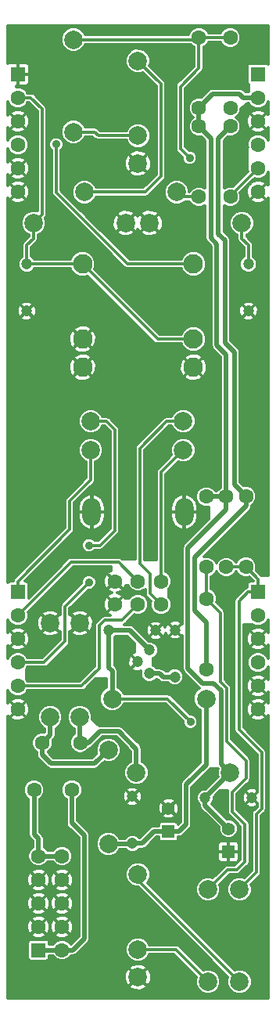
<source format=gbl>
G04 #@! TF.GenerationSoftware,KiCad,Pcbnew,(2016-12-20 revision 2972f6f)-master*
G04 #@! TF.CreationDate,2020-07-05T08:57:13+03:00*
G04 #@! TF.ProjectId,DIYOUT4C,4449594F555434432E6B696361645F70,rev?*
G04 #@! TF.FileFunction,Copper,L2,Bot,Signal*
G04 #@! TF.FilePolarity,Positive*
%FSLAX46Y46*%
G04 Gerber Fmt 4.6, Leading zero omitted, Abs format (unit mm)*
G04 Created by KiCad (PCBNEW (2016-12-20 revision 2972f6f)-master) date Sun Jul  5 08:57:13 2020*
%MOMM*%
%LPD*%
G01*
G04 APERTURE LIST*
%ADD10C,0.100000*%
%ADD11C,1.600000*%
%ADD12R,1.600000X1.600000*%
%ADD13C,1.200000*%
%ADD14R,1.400000X1.400000*%
%ADD15C,1.400000*%
%ADD16C,2.000000*%
%ADD17C,2.100000*%
%ADD18O,2.000000X3.000000*%
%ADD19C,6.000000*%
%ADD20C,0.900000*%
%ADD21C,0.300000*%
%ADD22C,0.500000*%
G04 APERTURE END LIST*
D10*
D11*
X27500000Y87650000D03*
X27500000Y90190000D03*
X27500000Y92730000D03*
X27500000Y95270000D03*
D12*
X27500000Y100350000D03*
D11*
X27500000Y97810000D03*
X21897000Y47050000D03*
X21897000Y54670000D03*
D13*
X18500000Y35160000D03*
X18500000Y40240000D03*
X2466000Y79816000D03*
X2466000Y74736000D03*
X26469000Y79816000D03*
X26469000Y74736000D03*
X13900000Y17160000D03*
X13900000Y22240000D03*
X26840000Y22100000D03*
X21760000Y22100000D03*
D14*
X17800000Y18450000D03*
D15*
X17800000Y20950000D03*
D14*
X24300000Y16250000D03*
D15*
X24300000Y18750000D03*
D13*
X11360000Y40200000D03*
X16440000Y40200000D03*
X14465000Y36800000D03*
X15735000Y38070000D03*
X15735000Y35530000D03*
D16*
X11300000Y27280000D03*
X11300000Y17120000D03*
X14320000Y24800000D03*
X24480000Y24800000D03*
D11*
X21100000Y104310000D03*
X21100000Y96690000D03*
X21100000Y87090000D03*
X21100000Y94710000D03*
X24056000Y47050000D03*
X24056000Y54670000D03*
X24500000Y96690000D03*
X24500000Y104310000D03*
X24500000Y94710000D03*
X24500000Y87090000D03*
X21897000Y36001000D03*
X21897000Y43621000D03*
X26200000Y54710000D03*
X26200000Y47090000D03*
D12*
X3730000Y5620000D03*
D11*
X6270000Y5620000D03*
X3730000Y8160000D03*
X6270000Y8160000D03*
X3730000Y10700000D03*
X6270000Y10700000D03*
X3730000Y13240000D03*
X6270000Y13240000D03*
X3730000Y15780000D03*
X6270000Y15780000D03*
D17*
X8500000Y71698000D03*
X8500000Y79826000D03*
X8500000Y68650000D03*
X20500000Y71698000D03*
X20500000Y79826000D03*
X20500000Y68650000D03*
D11*
X3250000Y22950000D03*
X4150000Y28050000D03*
X7350000Y22950000D03*
X8250000Y28050000D03*
D16*
X5000000Y30820000D03*
X5000000Y40980000D03*
X8200000Y40980000D03*
X8200000Y30820000D03*
X21880000Y32800000D03*
X11720000Y32800000D03*
D11*
X1500000Y87650000D03*
X1500000Y90190000D03*
X1500000Y92730000D03*
X1500000Y95270000D03*
D12*
X1500000Y100350000D03*
D11*
X1500000Y97810000D03*
X1500000Y31650000D03*
X1500000Y34190000D03*
X1500000Y36730000D03*
X1500000Y39270000D03*
D12*
X1500000Y44350000D03*
D11*
X1500000Y41810000D03*
X27500000Y31650000D03*
X27500000Y34190000D03*
X27500000Y36730000D03*
X27500000Y39270000D03*
D12*
X27500000Y44350000D03*
D11*
X27500000Y41810000D03*
D18*
X19500000Y53000000D03*
X9500000Y53000000D03*
D11*
X17000000Y45500000D03*
X14500000Y45500000D03*
X12000000Y45500000D03*
X12000000Y43000000D03*
X14500000Y43000000D03*
X17000000Y43000000D03*
D19*
X3800000Y57500000D03*
D16*
X3181000Y84261000D03*
X13181000Y84261000D03*
X15754000Y84261000D03*
X25754000Y84261000D03*
X19400000Y59700000D03*
X9400000Y59700000D03*
X9400000Y62800000D03*
X19400000Y62800000D03*
X7500000Y94100000D03*
X7500000Y104100000D03*
X18700000Y87600000D03*
X8700000Y87600000D03*
X22100000Y12200000D03*
X22100000Y2200000D03*
X25500000Y2200000D03*
X25500000Y12200000D03*
X14500000Y90700000D03*
X14500000Y101800000D03*
X14500000Y93700000D03*
X14500000Y5700000D03*
X14500000Y13800000D03*
X14500000Y2700000D03*
D20*
X18400000Y1900000D03*
X9900000Y3800000D03*
X18600000Y13300000D03*
X20400000Y9800000D03*
X27400000Y8500000D03*
X25800000Y5100000D03*
X27600000Y1000000D03*
X21700000Y4300000D03*
X17300000Y7900000D03*
X10300000Y9300000D03*
X10700000Y14300000D03*
X15800000Y16200000D03*
X21100000Y19900000D03*
X22300000Y24500000D03*
X23700000Y22200000D03*
X13200000Y34000000D03*
X19900000Y33700000D03*
X16600000Y36900000D03*
X12600000Y39000000D03*
X7600000Y46300000D03*
X3400000Y45500000D03*
X3300000Y35400000D03*
X8200000Y35700000D03*
X6600000Y32800000D03*
X10000000Y34200000D03*
X10500000Y30900000D03*
X16500000Y31500000D03*
X20600000Y28700000D03*
X17500000Y25700000D03*
X11600000Y19600000D03*
X9200000Y24600000D03*
X7500000Y17400000D03*
X5500000Y20300000D03*
X4800000Y24200000D03*
X2000000Y26000000D03*
X1600000Y19100000D03*
X1600000Y11100000D03*
X1600000Y1400000D03*
X23700000Y11300000D03*
X25300000Y28300000D03*
X18100000Y95700000D03*
X5500000Y105000000D03*
X15100000Y105100000D03*
X7200000Y89300000D03*
X9100000Y92700000D03*
X19400000Y102500000D03*
X9600000Y102700000D03*
X1600000Y103900000D03*
X5600000Y96200000D03*
X15900000Y98300000D03*
X12000000Y95000000D03*
X20800000Y92800000D03*
X21200000Y89500000D03*
X9700000Y85700000D03*
X27600000Y104700000D03*
X22500000Y102500000D03*
X20500000Y98600000D03*
X20246000Y82356000D03*
X20800000Y85100000D03*
X24700000Y92500000D03*
X24600000Y89200000D03*
X10700000Y57900000D03*
X26000000Y99100000D03*
X24400000Y43000000D03*
X23200000Y45500000D03*
X25400000Y45500000D03*
X24400000Y40700000D03*
X24400000Y35400000D03*
X27700000Y53700000D03*
X22600000Y48500000D03*
X28100000Y46700000D03*
X18600000Y46000000D03*
X15900000Y48700000D03*
X17200000Y60600000D03*
X12880000Y66608000D03*
X13300000Y48900000D03*
X13400000Y58600000D03*
X22500000Y56600000D03*
X22500000Y65800000D03*
X1400000Y67900000D03*
X4600000Y61700000D03*
X7700000Y56600000D03*
X4600000Y52500000D03*
X1100000Y47200000D03*
X26850000Y68513000D03*
X12499000Y73466000D03*
X6149000Y78546000D03*
X24945000Y78292000D03*
X11102000Y79435000D03*
X16944000Y73339000D03*
X21008000Y77657000D03*
X4371000Y81340000D03*
X5133000Y86547000D03*
X24945000Y81594000D03*
X26088000Y61401000D03*
X5641000Y92770000D03*
X20100000Y91300000D03*
X20200000Y30300000D03*
X9200000Y49400000D03*
X9200000Y45400000D03*
D21*
X14500000Y2700000D02*
X15300000Y1900000D01*
X15300000Y1900000D02*
X18400000Y1900000D01*
X24300000Y16250000D02*
X22350000Y16250000D01*
X20400000Y11500000D02*
X18600000Y13300000D01*
X20400000Y9800000D02*
X20400000Y11500000D01*
X25800000Y6900000D02*
X27400000Y8500000D01*
X25800000Y5100000D02*
X25800000Y6900000D01*
X27300000Y700000D02*
X27600000Y1000000D01*
X24500000Y700000D02*
X27300000Y700000D01*
X23800000Y1400000D02*
X24500000Y700000D01*
X23800000Y3000000D02*
X23800000Y1400000D01*
X22500000Y4300000D02*
X23800000Y3000000D01*
X21700000Y4300000D02*
X22500000Y4300000D01*
X11700000Y7900000D02*
X17300000Y7900000D01*
X10300000Y9300000D02*
X11700000Y7900000D01*
X12000000Y15600000D02*
X10700000Y14300000D01*
X15200000Y15600000D02*
X12000000Y15600000D01*
X15800000Y16200000D02*
X15200000Y15600000D01*
X21100000Y17500000D02*
X21100000Y19900000D01*
X22350000Y16250000D02*
X21100000Y17500000D01*
X18500000Y40240000D02*
X17300000Y39040000D01*
X17300000Y37600000D02*
X16600000Y36900000D01*
X17300000Y39040000D02*
X17300000Y37600000D01*
X14465000Y36800000D02*
X12600000Y38665000D01*
X12600000Y38665000D02*
X12600000Y39000000D01*
X6000000Y41980000D02*
X6000000Y44700000D01*
X6000000Y44700000D02*
X7600000Y46300000D01*
X5000000Y40980000D02*
X6000000Y41980000D01*
X8200000Y40980000D02*
X9400000Y39780000D01*
X9400000Y36900000D02*
X8200000Y35700000D01*
X9400000Y39780000D02*
X9400000Y36900000D01*
X17800000Y20950000D02*
X18500000Y21650000D01*
X10000000Y31400000D02*
X10000000Y34200000D01*
X10500000Y30900000D02*
X10000000Y31400000D01*
X19300000Y28700000D02*
X16500000Y31500000D01*
X20600000Y28700000D02*
X19300000Y28700000D01*
X18500000Y24700000D02*
X17500000Y25700000D01*
X18500000Y21650000D02*
X18500000Y24700000D01*
X4800000Y24200000D02*
X5200000Y24600000D01*
X16450000Y19600000D02*
X17800000Y20950000D01*
X11600000Y19600000D02*
X16450000Y19600000D01*
X5200000Y24600000D02*
X9200000Y24600000D01*
X7500000Y17400000D02*
X7500000Y17500000D01*
X4800000Y21000000D02*
X5500000Y20300000D01*
X4800000Y24200000D02*
X4800000Y21000000D01*
X1600000Y25600000D02*
X2000000Y26000000D01*
X1600000Y19100000D02*
X1600000Y25600000D01*
X1600000Y1400000D02*
X1600000Y11100000D01*
X26840000Y22100000D02*
X27399998Y22659998D01*
X27399998Y22659998D02*
X27399998Y23300000D01*
X26840000Y22100000D02*
X27399998Y21540002D01*
X27399998Y21199998D02*
X26840000Y20640000D01*
X27399998Y21540002D02*
X27399998Y21199998D01*
X26840000Y20640000D02*
X26840000Y14932890D01*
X23700000Y12700000D02*
X23700000Y11300000D01*
X24799998Y13799998D02*
X23700000Y12700000D01*
X25707108Y13799998D02*
X24799998Y13799998D01*
X26840000Y14932890D02*
X25707108Y13799998D01*
X24400000Y35400000D02*
X24600004Y35199996D01*
X24600004Y28999996D02*
X25300000Y28300000D01*
X24600004Y35199996D02*
X24600004Y28999996D01*
X1600000Y103900000D02*
X2700000Y105000000D01*
X2700000Y105000000D02*
X5500000Y105000000D01*
X13100000Y89300000D02*
X7200000Y89300000D01*
X14500000Y90700000D02*
X13100000Y89300000D01*
X18500000Y103400000D02*
X19400000Y102500000D01*
X10300000Y103400000D02*
X18500000Y103400000D01*
X9600000Y102700000D02*
X10300000Y103400000D01*
X5600000Y99900000D02*
X1600000Y103900000D01*
X5600000Y96200000D02*
X5600000Y99900000D01*
X12600000Y95000000D02*
X15900000Y98300000D01*
X12000000Y95000000D02*
X12600000Y95000000D01*
X21200000Y92400000D02*
X20800000Y92800000D01*
X18300000Y89500000D02*
X21200000Y89500000D01*
X15200000Y86400000D02*
X18300000Y89500000D01*
X10400000Y86400000D02*
X15200000Y86400000D01*
X9700000Y85700000D02*
X10400000Y86400000D01*
X21200000Y89500000D02*
X21200000Y92400000D01*
X22500000Y100600000D02*
X22500000Y102500000D01*
X20500000Y98600000D02*
X22500000Y100600000D01*
X17659000Y82356000D02*
X20246000Y82356000D01*
X15754000Y84261000D02*
X17659000Y82356000D01*
X24700000Y92500000D02*
X24600000Y92400000D01*
X24730000Y92500000D02*
X24700000Y92500000D01*
X27500000Y95270000D02*
X24730000Y92500000D01*
X24600000Y92400000D02*
X24600000Y89200000D01*
X9500000Y53000000D02*
X9500000Y54900000D01*
X10700000Y56100000D02*
X10700000Y57900000D01*
X9500000Y54900000D02*
X10700000Y56100000D01*
X23200000Y45500000D02*
X25400000Y45500000D01*
X24400000Y35400000D02*
X24400000Y40700000D01*
X24400000Y40700000D02*
X24400000Y43000000D01*
X27100000Y48500000D02*
X22600000Y48500000D01*
X28100000Y47500000D02*
X27100000Y48500000D01*
X28100000Y46700000D02*
X28100000Y47500000D01*
X19500000Y50400000D02*
X18600000Y49500000D01*
X18600000Y49500000D02*
X18600000Y46000000D01*
X19500000Y50400000D02*
X19500000Y53000000D01*
X15900000Y59300000D02*
X15900000Y48700000D01*
X17200000Y60600000D02*
X15900000Y59300000D01*
X13400000Y49000000D02*
X13300000Y48900000D01*
X13400000Y58600000D02*
X13400000Y49000000D01*
X20500000Y68650000D02*
X22500000Y66650000D01*
X22500000Y66650000D02*
X22500000Y65800000D01*
X1400000Y73670000D02*
X2466000Y74736000D01*
X1400000Y67900000D02*
X1400000Y73670000D01*
X7700000Y58600000D02*
X4600000Y61700000D01*
X7700000Y56600000D02*
X7700000Y58600000D01*
X1100000Y49000000D02*
X4600000Y52500000D01*
X1100000Y47200000D02*
X1100000Y49000000D01*
X26469000Y74736000D02*
X25834000Y74101000D01*
X25834000Y69529000D02*
X26850000Y68513000D01*
X25834000Y74101000D02*
X25834000Y69529000D01*
X8500000Y71698000D02*
X10268000Y73466000D01*
X10268000Y73466000D02*
X12499000Y73466000D01*
X24945000Y76260000D02*
X24945000Y78292000D01*
X26469000Y74736000D02*
X24945000Y76260000D01*
X21008000Y77403000D02*
X16944000Y73339000D01*
X21008000Y77657000D02*
X21008000Y77403000D01*
D22*
X4150000Y28050000D02*
X4150000Y26750000D01*
X9820000Y25800000D02*
X11300000Y27280000D01*
X5100000Y25800000D02*
X9820000Y25800000D01*
X4150000Y26750000D02*
X5100000Y25800000D01*
X5000000Y30820000D02*
X5000000Y28900000D01*
X5000000Y28900000D02*
X4150000Y28050000D01*
X8250000Y28050000D02*
X9150000Y28050000D01*
X14320000Y27380000D02*
X14320000Y24800000D01*
X12400000Y29300000D02*
X14320000Y27380000D01*
X10400000Y29300000D02*
X12400000Y29300000D01*
X9150000Y28050000D02*
X10400000Y29300000D01*
X8200000Y30820000D02*
X8200000Y28100000D01*
X8200000Y28100000D02*
X8250000Y28050000D01*
D21*
X19400000Y59700000D02*
X17000000Y57300000D01*
X17000000Y57300000D02*
X17000000Y45500000D01*
X14500000Y93700000D02*
X10200000Y93700000D01*
X9800000Y94100000D02*
X7500000Y94100000D01*
X10200000Y93700000D02*
X9800000Y94100000D01*
X8700000Y87600000D02*
X15300000Y87600000D01*
X17000000Y99300000D02*
X14500000Y101800000D01*
X17000000Y89300000D02*
X17000000Y99300000D01*
X15300000Y87600000D02*
X17000000Y89300000D01*
X14500000Y5700000D02*
X18600000Y5700000D01*
X18600000Y5700000D02*
X22100000Y2200000D01*
X14500000Y13800000D02*
X14500000Y13200000D01*
X14500000Y13200000D02*
X25500000Y2200000D01*
X14500000Y45500000D02*
X12400000Y47600000D01*
X12400000Y47600000D02*
X7300000Y47600000D01*
X1510000Y41810000D02*
X1500000Y41810000D01*
X7300000Y47600000D02*
X1510000Y41810000D01*
X2887000Y97810000D02*
X1500000Y97810000D01*
X4117000Y96580000D02*
X2887000Y97810000D01*
X4117000Y85197000D02*
X4117000Y96580000D01*
X3181000Y84261000D02*
X4117000Y85197000D01*
X8500000Y79826000D02*
X16628000Y71698000D01*
X16628000Y71698000D02*
X20500000Y71698000D01*
X8500000Y79826000D02*
X2476000Y79826000D01*
X2476000Y79826000D02*
X2466000Y79816000D01*
X2466000Y79816000D02*
X2466000Y81848000D01*
X3181000Y82563000D02*
X3181000Y84261000D01*
X2466000Y81848000D02*
X3181000Y82563000D01*
X5641000Y87563000D02*
X5641000Y92770000D01*
X13378000Y79826000D02*
X5641000Y87563000D01*
X20500000Y79826000D02*
X13378000Y79826000D01*
X26469000Y79816000D02*
X26469000Y81848000D01*
X25754000Y82563000D02*
X25754000Y84261000D01*
X26469000Y81848000D02*
X25754000Y82563000D01*
X26459000Y79826000D02*
X26469000Y79816000D01*
D22*
X21880000Y32800000D02*
X21880000Y25680000D01*
X18950000Y18450000D02*
X17800000Y18450000D01*
X19700000Y19200000D02*
X18950000Y18450000D01*
X19700000Y23500000D02*
X19700000Y19200000D01*
X21880000Y25680000D02*
X19700000Y23500000D01*
X13900000Y17160000D02*
X14960000Y17160000D01*
X14960000Y17160000D02*
X16250000Y18450000D01*
X16250000Y18450000D02*
X17800000Y18450000D01*
X11300000Y17120000D02*
X13860000Y17120000D01*
X13860000Y17120000D02*
X13900000Y17160000D01*
X18500000Y35160000D02*
X17240000Y35160000D01*
X16870000Y35530000D02*
X15735000Y35530000D01*
X17240000Y35160000D02*
X16870000Y35530000D01*
X20627000Y42351000D02*
X21897000Y41081000D01*
X26215000Y54670000D02*
X26215000Y53654000D01*
X20627000Y48066000D02*
X26215000Y53654000D01*
X20627000Y42351000D02*
X20627000Y48066000D01*
X21897000Y41081000D02*
X21897000Y36001000D01*
X24500000Y94710000D02*
X23200000Y93410000D01*
X24945000Y55940000D02*
X24945000Y70291000D01*
X24945000Y70291000D02*
X23929000Y71307000D01*
X23929000Y71307000D02*
X23929000Y82356000D01*
X24945000Y55940000D02*
X26215000Y54670000D01*
X23200000Y83085000D02*
X23929000Y82356000D01*
X23200000Y93410000D02*
X23200000Y83085000D01*
X19918998Y49121264D02*
X19918998Y36081002D01*
X19918998Y49121264D02*
X24056000Y53258266D01*
X24056000Y54670000D02*
X24056000Y53258266D01*
X23500000Y25780000D02*
X24480000Y24800000D01*
X23500000Y33700000D02*
X23500000Y25780000D01*
X22700000Y34500000D02*
X23500000Y33700000D01*
X21500000Y34500000D02*
X22700000Y34500000D01*
X19918998Y36081002D02*
X21500000Y34500000D01*
X24300000Y18750000D02*
X21760000Y21290000D01*
X21760000Y21290000D02*
X21760000Y22100000D01*
X24480000Y24800000D02*
X24460000Y24800000D01*
X24460000Y24800000D02*
X21760000Y22100000D01*
X23040000Y81975000D02*
X22400000Y82615000D01*
X24056000Y70037000D02*
X23040000Y71053000D01*
X23040000Y71053000D02*
X23040000Y81975000D01*
X24056000Y54670000D02*
X24056000Y70037000D01*
X22400000Y93410000D02*
X21100000Y94710000D01*
X22400000Y82615000D02*
X22400000Y93410000D01*
X21100000Y96690000D02*
X21100000Y94710000D01*
X27500000Y97810000D02*
X25890000Y97810000D01*
X22610000Y98200000D02*
X21100000Y96690000D01*
X25500000Y98200000D02*
X22610000Y98200000D01*
X25890000Y97810000D02*
X25500000Y98200000D01*
X21897000Y54670000D02*
X24056000Y54670000D01*
D21*
X20100000Y91300000D02*
X19100000Y92300000D01*
X19100000Y92300000D02*
X19100000Y99000000D01*
X21100000Y101000000D02*
X21100000Y104310000D01*
X19100000Y99000000D02*
X21100000Y101000000D01*
X21100000Y104310000D02*
X24500000Y104310000D01*
X7500000Y104100000D02*
X20890000Y104100000D01*
X20890000Y104100000D02*
X21100000Y104310000D01*
X21100000Y87090000D02*
X19210000Y87090000D01*
X19210000Y87090000D02*
X18700000Y87600000D01*
X27500000Y90190000D02*
X24500000Y87190000D01*
X24500000Y87190000D02*
X24500000Y87090000D01*
X22100000Y12200000D02*
X24200000Y14300000D01*
X23400000Y42118000D02*
X21897000Y43621000D01*
X23400000Y34648530D02*
X23400000Y42118000D01*
X24100002Y33948528D02*
X23400000Y34648530D01*
X24100002Y28199998D02*
X24100002Y33948528D01*
X26200000Y26100000D02*
X24100002Y28199998D01*
X26200000Y24200000D02*
X26200000Y26100000D01*
X24700000Y22700000D02*
X26200000Y24200000D01*
X24700000Y20600000D02*
X24700000Y22700000D01*
X26100000Y19200000D02*
X24700000Y20600000D01*
X26100000Y15200000D02*
X26100000Y19200000D01*
X25200000Y14300000D02*
X26100000Y15200000D01*
X24200000Y14300000D02*
X25200000Y14300000D01*
X21897000Y43621000D02*
X21897000Y47050000D01*
X25434000Y29466000D02*
X25434000Y43348000D01*
X27340002Y14040002D02*
X27340002Y20340002D01*
X27340002Y20340002D02*
X27900000Y20900000D01*
X27900000Y20900000D02*
X27900000Y27000000D01*
X27900000Y27000000D02*
X25434000Y29466000D01*
X27500000Y44350000D02*
X26436000Y44350000D01*
X25434000Y43348000D02*
X26436000Y44350000D01*
X27340002Y14040002D02*
X25500000Y12200000D01*
X27500000Y44350000D02*
X27500000Y45765000D01*
X27500000Y45765000D02*
X26215000Y47050000D01*
X24056000Y47050000D02*
X26215000Y47050000D01*
D22*
X3730000Y15780000D02*
X6270000Y15780000D01*
X3250000Y22950000D02*
X3250000Y18150000D01*
X3730000Y17670000D02*
X3730000Y15780000D01*
X3250000Y18150000D02*
X3730000Y17670000D01*
X6270000Y5620000D02*
X7420000Y5620000D01*
X7350000Y19350000D02*
X7350000Y22950000D01*
X8700000Y18000000D02*
X7350000Y19350000D01*
X8700000Y6900000D02*
X8700000Y18000000D01*
X7420000Y5620000D02*
X8700000Y6900000D01*
X3730000Y5620000D02*
X6270000Y5620000D01*
D21*
X17700000Y32800000D02*
X11720000Y32800000D01*
X20200000Y30300000D02*
X17700000Y32800000D01*
D22*
X11360000Y40200000D02*
X11360000Y36140000D01*
X11720000Y35780000D02*
X11720000Y32800000D01*
X11360000Y36140000D02*
X11720000Y35780000D01*
X15735000Y38070000D02*
X13605000Y40200000D01*
X13605000Y40200000D02*
X11360000Y40200000D01*
D21*
X14500000Y43000000D02*
X12800000Y41300000D01*
X8390000Y34190000D02*
X1500000Y34190000D01*
X10300000Y36100000D02*
X8390000Y34190000D01*
X10300000Y40700000D02*
X10300000Y36100000D01*
X10900000Y41300000D02*
X10300000Y40700000D01*
X12800000Y41300000D02*
X10900000Y41300000D01*
X17000000Y43000000D02*
X15800000Y44200000D01*
X17600000Y62800000D02*
X19400000Y62800000D01*
X14700000Y59900000D02*
X17600000Y62800000D01*
X14700000Y47400000D02*
X14700000Y59900000D01*
X15800000Y46300000D02*
X14700000Y47400000D01*
X15800000Y44200000D02*
X15800000Y46300000D01*
X1500000Y44350000D02*
X1500000Y45500000D01*
X7100000Y51100000D02*
X7100000Y54200000D01*
X1500000Y45500000D02*
X7100000Y51100000D01*
X9400000Y56500000D02*
X7100000Y54200000D01*
X9400000Y59700000D02*
X9400000Y56500000D01*
X1500000Y36730000D02*
X4330000Y36730000D01*
X4330000Y36730000D02*
X6600000Y39000000D01*
X6600000Y39000000D02*
X6600000Y42800000D01*
X11100000Y62800000D02*
X9400000Y62800000D01*
X12000000Y61900000D02*
X11100000Y62800000D01*
X12000000Y51000000D02*
X12000000Y61900000D01*
X10400000Y49400000D02*
X12000000Y51000000D01*
X9200000Y49400000D02*
X10400000Y49400000D01*
X9200000Y45400000D02*
X9200000Y45400000D01*
X6600000Y42800000D02*
X9200000Y45400000D01*
G36*
X28580000Y101396932D02*
X28566755Y101416755D01*
X28444367Y101498532D01*
X28300000Y101527248D01*
X26700000Y101527248D01*
X26555633Y101498532D01*
X26433245Y101416755D01*
X26351468Y101294367D01*
X26322752Y101150000D01*
X26322752Y99550000D01*
X26351468Y99405633D01*
X26433245Y99283245D01*
X26450000Y99272050D01*
X26450000Y98430000D01*
X26146812Y98430000D01*
X25938406Y98638406D01*
X25737264Y98772805D01*
X25500000Y98820000D01*
X22610000Y98820000D01*
X22372736Y98772805D01*
X22171593Y98638406D01*
X21375604Y97842417D01*
X21333748Y97859797D01*
X20868294Y97860203D01*
X20438114Y97682456D01*
X20108700Y97353617D01*
X19930203Y96923748D01*
X19929797Y96458294D01*
X20107544Y96028114D01*
X20435369Y95699716D01*
X20108700Y95373617D01*
X19930203Y94943748D01*
X19929797Y94478294D01*
X20107544Y94048114D01*
X20436383Y93718700D01*
X20866252Y93540203D01*
X21331706Y93539797D01*
X21375355Y93557833D01*
X21780000Y93153188D01*
X21780000Y88064888D01*
X21763617Y88081300D01*
X21333748Y88259797D01*
X20868294Y88260203D01*
X20438114Y88082456D01*
X20108700Y87753617D01*
X20070053Y87660545D01*
X20070237Y87871314D01*
X19862107Y88375029D01*
X19477056Y88760752D01*
X18973705Y88969762D01*
X18428686Y88970237D01*
X17924971Y88762107D01*
X17539248Y88377056D01*
X17330238Y87873705D01*
X17329763Y87328686D01*
X17537893Y86824971D01*
X17922944Y86439248D01*
X18426295Y86230238D01*
X18971314Y86229763D01*
X19475029Y86437893D01*
X19607367Y86570000D01*
X20048918Y86570000D01*
X20107544Y86428114D01*
X20436383Y86098700D01*
X20866252Y85920203D01*
X21331706Y85919797D01*
X21761886Y86097544D01*
X21780000Y86115626D01*
X21780000Y82615000D01*
X21827195Y82377736D01*
X21836370Y82364005D01*
X21961594Y82176594D01*
X22420000Y81718188D01*
X22420000Y71053000D01*
X22467195Y70815736D01*
X22573259Y70657000D01*
X22601594Y70614594D01*
X23436000Y69780188D01*
X23436000Y55679763D01*
X23394114Y55662456D01*
X23064700Y55333617D01*
X23046589Y55290000D01*
X22906763Y55290000D01*
X22889456Y55331886D01*
X22560617Y55661300D01*
X22130748Y55839797D01*
X21665294Y55840203D01*
X21235114Y55662456D01*
X20905700Y55333617D01*
X20727203Y54903748D01*
X20726797Y54438294D01*
X20904544Y54008114D01*
X21233383Y53678700D01*
X21663252Y53500203D01*
X22128706Y53499797D01*
X22150000Y53508596D01*
X22150000Y52229078D01*
X19480592Y49559670D01*
X19346193Y49358528D01*
X19298998Y49121264D01*
X19298998Y40894533D01*
X19193588Y40920860D01*
X18512728Y40240000D01*
X19193588Y39559140D01*
X19298998Y39585467D01*
X19298998Y36081002D01*
X19346193Y35843738D01*
X19435435Y35710178D01*
X19480592Y35642596D01*
X21061593Y34061594D01*
X21170169Y33989046D01*
X21104971Y33962107D01*
X20719248Y33577056D01*
X20510238Y33073705D01*
X20509763Y32528686D01*
X20717893Y32024971D01*
X21102944Y31639248D01*
X21260000Y31574033D01*
X21260000Y25936813D01*
X19261594Y23938406D01*
X19127195Y23737264D01*
X19080000Y23500000D01*
X19080000Y19456812D01*
X18859984Y19236796D01*
X18848532Y19294367D01*
X18766755Y19416755D01*
X18644367Y19498532D01*
X18500000Y19527248D01*
X17100000Y19527248D01*
X16955633Y19498532D01*
X16833245Y19416755D01*
X16751468Y19294367D01*
X16722752Y19150000D01*
X16722752Y19070000D01*
X16250000Y19070000D01*
X16012736Y19022805D01*
X15811593Y18888406D01*
X14703188Y17780000D01*
X14651672Y17780000D01*
X14450178Y17981846D01*
X14093791Y18129831D01*
X13707902Y18130168D01*
X13351257Y17982805D01*
X13108028Y17740000D01*
X12526163Y17740000D01*
X12462107Y17895029D01*
X12077056Y18280752D01*
X11573705Y18489762D01*
X11028686Y18490237D01*
X10524971Y18282107D01*
X10139248Y17897056D01*
X9930238Y17393705D01*
X9929763Y16848686D01*
X10137893Y16344971D01*
X10522944Y15959248D01*
X11026295Y15750238D01*
X11571314Y15749763D01*
X12075029Y15957893D01*
X12241425Y16124000D01*
X23132000Y16124000D01*
X23132000Y15456909D01*
X23203249Y15284899D01*
X23334899Y15153249D01*
X23506909Y15082000D01*
X24174000Y15082000D01*
X24291000Y15199000D01*
X24291000Y16241000D01*
X24309000Y16241000D01*
X24309000Y15199000D01*
X24426000Y15082000D01*
X25093091Y15082000D01*
X25265101Y15153249D01*
X25396751Y15284899D01*
X25468000Y15456909D01*
X25468000Y16124000D01*
X25351000Y16241000D01*
X24309000Y16241000D01*
X24291000Y16241000D01*
X23249000Y16241000D01*
X23132000Y16124000D01*
X12241425Y16124000D01*
X12460752Y16342944D01*
X12525967Y16500000D01*
X13188258Y16500000D01*
X13349822Y16338154D01*
X13706209Y16190169D01*
X14092098Y16189832D01*
X14448743Y16337195D01*
X14651902Y16540000D01*
X14960000Y16540000D01*
X15197264Y16587195D01*
X15398406Y16721594D01*
X15719903Y17043091D01*
X23132000Y17043091D01*
X23132000Y16376000D01*
X23249000Y16259000D01*
X24291000Y16259000D01*
X24291000Y17301000D01*
X24309000Y17301000D01*
X24309000Y16259000D01*
X25351000Y16259000D01*
X25468000Y16376000D01*
X25468000Y17043091D01*
X25396751Y17215101D01*
X25265101Y17346751D01*
X25093091Y17418000D01*
X24426000Y17418000D01*
X24309000Y17301000D01*
X24291000Y17301000D01*
X24174000Y17418000D01*
X23506909Y17418000D01*
X23334899Y17346751D01*
X23203249Y17215101D01*
X23132000Y17043091D01*
X15719903Y17043091D01*
X16506813Y17830000D01*
X16722752Y17830000D01*
X16722752Y17750000D01*
X16751468Y17605633D01*
X16833245Y17483245D01*
X16955633Y17401468D01*
X17100000Y17372752D01*
X18500000Y17372752D01*
X18644367Y17401468D01*
X18766755Y17483245D01*
X18848532Y17605633D01*
X18877248Y17750000D01*
X18877248Y17830000D01*
X18950000Y17830000D01*
X19187264Y17877195D01*
X19388406Y18011594D01*
X20138406Y18761594D01*
X20223139Y18888406D01*
X20272805Y18962736D01*
X20320000Y19200000D01*
X20320000Y23243188D01*
X22318407Y25241594D01*
X22324024Y25250000D01*
X23153188Y25250000D01*
X23174565Y25228623D01*
X23110238Y25073705D01*
X23109763Y24528686D01*
X23168856Y24385668D01*
X21853107Y23069919D01*
X21567902Y23070168D01*
X21211257Y22922805D01*
X20938154Y22650178D01*
X20790169Y22293791D01*
X20789832Y21907902D01*
X20937195Y21551257D01*
X21140000Y21348098D01*
X21140000Y21290000D01*
X21187195Y21052736D01*
X21244017Y20967696D01*
X21321594Y20851594D01*
X23230168Y18943019D01*
X23229814Y18538098D01*
X23392369Y18144685D01*
X23693102Y17843427D01*
X24086230Y17680186D01*
X24511902Y17679814D01*
X24905315Y17842369D01*
X25206573Y18143102D01*
X25369814Y18536230D01*
X25370186Y18961902D01*
X25207631Y19355315D01*
X24906898Y19656573D01*
X24513770Y19819814D01*
X24106643Y19820170D01*
X22479329Y21447483D01*
X22581846Y21549822D01*
X22729831Y21906209D01*
X22730082Y22193270D01*
X23386812Y22850000D01*
X24209837Y22850000D01*
X24179999Y22700000D01*
X24180000Y22699995D01*
X24180000Y20600005D01*
X24179999Y20600000D01*
X24219583Y20401005D01*
X24332304Y20232304D01*
X25580000Y18984608D01*
X25580000Y15415391D01*
X24984608Y14820000D01*
X24200000Y14820000D01*
X24001005Y14780417D01*
X23832304Y14667696D01*
X23832302Y14667693D01*
X22628550Y13463941D01*
X22373705Y13569762D01*
X21828686Y13570237D01*
X21324971Y13362107D01*
X20939248Y12977056D01*
X20730238Y12473705D01*
X20729763Y11928686D01*
X20937893Y11424971D01*
X21322944Y11039248D01*
X21826295Y10830238D01*
X22371314Y10829763D01*
X22875029Y11037893D01*
X23260752Y11422944D01*
X23469762Y11926295D01*
X23470237Y12471314D01*
X23363947Y12728556D01*
X24415391Y13780000D01*
X25199995Y13780000D01*
X25200000Y13779999D01*
X25398995Y13819583D01*
X25567696Y13932304D01*
X26467693Y14832302D01*
X26467696Y14832304D01*
X26554427Y14962107D01*
X26580417Y15001004D01*
X26620001Y15200000D01*
X26620000Y15200005D01*
X26620000Y19199995D01*
X26620001Y19200000D01*
X26580417Y19398995D01*
X26467696Y19567696D01*
X25220000Y20815392D01*
X25220000Y21920772D01*
X25765927Y21920772D01*
X25916274Y21523386D01*
X25953783Y21467250D01*
X26146412Y21419140D01*
X26827272Y22100000D01*
X26146412Y22780860D01*
X25953783Y22732750D01*
X25779099Y22345445D01*
X25765927Y21920772D01*
X25220000Y21920772D01*
X25220000Y22484608D01*
X26567693Y23832302D01*
X26567696Y23832304D01*
X26641296Y23942456D01*
X26680417Y24001004D01*
X26720000Y24200000D01*
X26720000Y26099995D01*
X26720001Y26100000D01*
X26680417Y26298995D01*
X26599565Y26420000D01*
X26567696Y26467696D01*
X26567693Y26467698D01*
X24620002Y28415390D01*
X24620002Y33948528D01*
X24580419Y34147523D01*
X24580419Y34147524D01*
X24496709Y34272805D01*
X24467698Y34316224D01*
X24467695Y34316226D01*
X23920000Y34863922D01*
X23920000Y42117995D01*
X23920001Y42118000D01*
X23880417Y42316995D01*
X23767696Y42485696D01*
X23007923Y43245469D01*
X23066797Y43387252D01*
X23067203Y43852706D01*
X22889456Y44282886D01*
X22560617Y44612300D01*
X22417000Y44671935D01*
X22417000Y45998918D01*
X22558886Y46057544D01*
X22888300Y46386383D01*
X22976497Y46598784D01*
X23063544Y46388114D01*
X23392383Y46058700D01*
X23822252Y45880203D01*
X24287706Y45879797D01*
X24717886Y46057544D01*
X25047300Y46386383D01*
X25106935Y46530000D01*
X25165446Y46530000D01*
X25207544Y46428114D01*
X25536383Y46098700D01*
X25966252Y45920203D01*
X26431706Y45919797D01*
X26557737Y45971872D01*
X26980000Y45549609D01*
X26980000Y45527248D01*
X26700000Y45527248D01*
X26555633Y45498532D01*
X26433245Y45416755D01*
X26351468Y45294367D01*
X26322752Y45150000D01*
X26322752Y44847474D01*
X26237005Y44830417D01*
X26068304Y44717696D01*
X25066304Y43715696D01*
X24953583Y43546995D01*
X24913999Y43348000D01*
X24914000Y43347995D01*
X24914000Y29466005D01*
X24913999Y29466000D01*
X24953583Y29267005D01*
X25066304Y29098304D01*
X27380000Y26784609D01*
X27380000Y23028050D01*
X27085445Y23160901D01*
X26660772Y23174073D01*
X26263386Y23023726D01*
X26207250Y22986217D01*
X26159140Y22793588D01*
X26840000Y22112728D01*
X26854142Y22126870D01*
X26866870Y22114142D01*
X26852728Y22100000D01*
X26866870Y22085858D01*
X26854142Y22073130D01*
X26840000Y22087272D01*
X26159140Y21406412D01*
X26207250Y21213783D01*
X26594555Y21039099D01*
X27019228Y21025927D01*
X27380000Y21162421D01*
X27380000Y21115391D01*
X26972306Y20707698D01*
X26859585Y20538997D01*
X26820001Y20340002D01*
X26820002Y20339997D01*
X26820002Y14255393D01*
X26028550Y13463941D01*
X25773705Y13569762D01*
X25228686Y13570237D01*
X24724971Y13362107D01*
X24339248Y12977056D01*
X24130238Y12473705D01*
X24129763Y11928686D01*
X24337893Y11424971D01*
X24722944Y11039248D01*
X25226295Y10830238D01*
X25771314Y10829763D01*
X26275029Y11037893D01*
X26660752Y11422944D01*
X26869762Y11926295D01*
X26870237Y12471314D01*
X26763947Y12728556D01*
X27707695Y13672304D01*
X27707698Y13672306D01*
X27820419Y13841007D01*
X27860003Y14040002D01*
X27860002Y14040007D01*
X27860002Y20124610D01*
X28267693Y20532302D01*
X28267696Y20532304D01*
X28380417Y20701005D01*
X28381748Y20707698D01*
X28420001Y20900000D01*
X28420000Y20900005D01*
X28420000Y26999995D01*
X28420001Y27000000D01*
X28380417Y27198995D01*
X28326292Y27280000D01*
X28267696Y27367696D01*
X28267693Y27367698D01*
X25954000Y29681392D01*
X25954000Y30812214D01*
X26674942Y30812214D01*
X26747386Y30598804D01*
X27206950Y30390809D01*
X27711129Y30374514D01*
X28183164Y30552401D01*
X28252614Y30598804D01*
X28325058Y30812214D01*
X27500000Y31637272D01*
X26674942Y30812214D01*
X25954000Y30812214D01*
X25954000Y31438871D01*
X26224514Y31438871D01*
X26402401Y30966836D01*
X26448804Y30897386D01*
X26662214Y30824942D01*
X27487272Y31650000D01*
X26662214Y32475058D01*
X26448804Y32402614D01*
X26240809Y31943050D01*
X26224514Y31438871D01*
X25954000Y31438871D01*
X25954000Y32487786D01*
X26674942Y32487786D01*
X27500000Y31662728D01*
X28325058Y32487786D01*
X28252614Y32701196D01*
X27793050Y32909191D01*
X27288871Y32925486D01*
X26816836Y32747599D01*
X26747386Y32701196D01*
X26674942Y32487786D01*
X25954000Y32487786D01*
X25954000Y33352214D01*
X26674942Y33352214D01*
X26747386Y33138804D01*
X27206950Y32930809D01*
X27711129Y32914514D01*
X28183164Y33092401D01*
X28252614Y33138804D01*
X28325058Y33352214D01*
X27500000Y34177272D01*
X26674942Y33352214D01*
X25954000Y33352214D01*
X25954000Y33978871D01*
X26224514Y33978871D01*
X26402401Y33506836D01*
X26448804Y33437386D01*
X26662214Y33364942D01*
X27487272Y34190000D01*
X26662214Y35015058D01*
X26448804Y34942614D01*
X26240809Y34483050D01*
X26224514Y33978871D01*
X25954000Y33978871D01*
X25954000Y35027786D01*
X26674942Y35027786D01*
X27500000Y34202728D01*
X28325058Y35027786D01*
X28252614Y35241196D01*
X27793050Y35449191D01*
X27288871Y35465486D01*
X26816836Y35287599D01*
X26747386Y35241196D01*
X26674942Y35027786D01*
X25954000Y35027786D01*
X25954000Y38432214D01*
X26674942Y38432214D01*
X26747386Y38218804D01*
X27206950Y38010809D01*
X27711129Y37994514D01*
X28183164Y38172401D01*
X28252614Y38218804D01*
X28325058Y38432214D01*
X27500000Y39257272D01*
X26674942Y38432214D01*
X25954000Y38432214D01*
X25954000Y39058871D01*
X26224514Y39058871D01*
X26402401Y38586836D01*
X26448804Y38517386D01*
X26662214Y38444942D01*
X27487272Y39270000D01*
X26662214Y40095058D01*
X26448804Y40022614D01*
X26240809Y39563050D01*
X26224514Y39058871D01*
X25954000Y39058871D01*
X25954000Y40107786D01*
X26674942Y40107786D01*
X27500000Y39282728D01*
X28325058Y40107786D01*
X28252614Y40321196D01*
X27793050Y40529191D01*
X27288871Y40545486D01*
X26816836Y40367599D01*
X26747386Y40321196D01*
X26674942Y40107786D01*
X25954000Y40107786D01*
X25954000Y40850000D01*
X26805138Y40850000D01*
X26836383Y40818700D01*
X27266252Y40640203D01*
X27731706Y40639797D01*
X28161886Y40817544D01*
X28491300Y41146383D01*
X28580000Y41359997D01*
X28580000Y39979504D01*
X28551196Y40022614D01*
X28337786Y40095058D01*
X27512728Y39270000D01*
X28337786Y38444942D01*
X28551196Y38517386D01*
X28580000Y38581028D01*
X28580000Y37180014D01*
X28492456Y37391886D01*
X28163617Y37721300D01*
X27733748Y37899797D01*
X27268294Y37900203D01*
X26838114Y37722456D01*
X26508700Y37393617D01*
X26330203Y36963748D01*
X26329797Y36498294D01*
X26507544Y36068114D01*
X26836383Y35738700D01*
X27266252Y35560203D01*
X27731706Y35559797D01*
X28161886Y35737544D01*
X28491300Y36066383D01*
X28580000Y36279997D01*
X28580000Y34899504D01*
X28551196Y34942614D01*
X28337786Y35015058D01*
X27512728Y34190000D01*
X28337786Y33364942D01*
X28551196Y33437386D01*
X28580000Y33501028D01*
X28580000Y32359504D01*
X28551196Y32402614D01*
X28337786Y32475058D01*
X27512728Y31650000D01*
X28337786Y30824942D01*
X28551196Y30897386D01*
X28580000Y30961028D01*
X28580000Y420000D01*
X420000Y420000D01*
X420000Y1718019D01*
X13530747Y1718019D01*
X13627524Y1483827D01*
X14159346Y1242521D01*
X14743030Y1223102D01*
X15289715Y1428529D01*
X15372476Y1483827D01*
X15469253Y1718019D01*
X14500000Y2687272D01*
X13530747Y1718019D01*
X420000Y1718019D01*
X420000Y2456970D01*
X13023102Y2456970D01*
X13228529Y1910285D01*
X13283827Y1827524D01*
X13518019Y1730747D01*
X14487272Y2700000D01*
X14512728Y2700000D01*
X15481981Y1730747D01*
X15716173Y1827524D01*
X15957479Y2359346D01*
X15976898Y2943030D01*
X15771471Y3489715D01*
X15716173Y3572476D01*
X15481981Y3669253D01*
X14512728Y2700000D01*
X14487272Y2700000D01*
X13518019Y3669253D01*
X13283827Y3572476D01*
X13042521Y3040654D01*
X13023102Y2456970D01*
X420000Y2456970D01*
X420000Y3681981D01*
X13530747Y3681981D01*
X14500000Y2712728D01*
X15469253Y3681981D01*
X15372476Y3916173D01*
X14840654Y4157479D01*
X14256970Y4176898D01*
X13710285Y3971471D01*
X13627524Y3916173D01*
X13530747Y3681981D01*
X420000Y3681981D01*
X420000Y6420000D01*
X2552752Y6420000D01*
X2552752Y4820000D01*
X2581468Y4675633D01*
X2663245Y4553245D01*
X2785633Y4471468D01*
X2930000Y4442752D01*
X4530000Y4442752D01*
X4674367Y4471468D01*
X4796755Y4553245D01*
X4878532Y4675633D01*
X4907248Y4820000D01*
X4907248Y5000000D01*
X5260237Y5000000D01*
X5277544Y4958114D01*
X5606383Y4628700D01*
X6036252Y4450203D01*
X6501706Y4449797D01*
X6931886Y4627544D01*
X7261300Y4956383D01*
X7279411Y5000000D01*
X7420000Y5000000D01*
X7657264Y5047195D01*
X7858406Y5181594D01*
X8105498Y5428686D01*
X13129763Y5428686D01*
X13337893Y4924971D01*
X13722944Y4539248D01*
X14226295Y4330238D01*
X14771314Y4329763D01*
X15275029Y4537893D01*
X15660752Y4922944D01*
X15767491Y5180000D01*
X18384608Y5180000D01*
X20836059Y2728550D01*
X20730238Y2473705D01*
X20729763Y1928686D01*
X20937893Y1424971D01*
X21322944Y1039248D01*
X21826295Y830238D01*
X22371314Y829763D01*
X22875029Y1037893D01*
X23260752Y1422944D01*
X23469762Y1926295D01*
X23470237Y2471314D01*
X23262107Y2975029D01*
X22877056Y3360752D01*
X22373705Y3569762D01*
X21828686Y3570237D01*
X21571444Y3463947D01*
X18967696Y6067696D01*
X18798995Y6180417D01*
X18600000Y6220001D01*
X18599995Y6220000D01*
X15767482Y6220000D01*
X15662107Y6475029D01*
X15277056Y6860752D01*
X14773705Y7069762D01*
X14228686Y7070237D01*
X13724971Y6862107D01*
X13339248Y6477056D01*
X13130238Y5973705D01*
X13129763Y5428686D01*
X8105498Y5428686D01*
X9138406Y6461594D01*
X9272805Y6662736D01*
X9298079Y6789797D01*
X9320000Y6900000D01*
X9320000Y13528686D01*
X13129763Y13528686D01*
X13337893Y13024971D01*
X13722944Y12639248D01*
X14226295Y12430238D01*
X14534639Y12429969D01*
X24236059Y2728550D01*
X24130238Y2473705D01*
X24129763Y1928686D01*
X24337893Y1424971D01*
X24722944Y1039248D01*
X25226295Y830238D01*
X25771314Y829763D01*
X26275029Y1037893D01*
X26660752Y1422944D01*
X26869762Y1926295D01*
X26870237Y2471314D01*
X26662107Y2975029D01*
X26277056Y3360752D01*
X25773705Y3569762D01*
X25228686Y3570237D01*
X24971444Y3463947D01*
X15536492Y12898900D01*
X15660752Y13022944D01*
X15869762Y13526295D01*
X15870237Y14071314D01*
X15662107Y14575029D01*
X15277056Y14960752D01*
X14773705Y15169762D01*
X14228686Y15170237D01*
X13724971Y14962107D01*
X13339248Y14577056D01*
X13130238Y14073705D01*
X13129763Y13528686D01*
X9320000Y13528686D01*
X9320000Y18000000D01*
X9272805Y18237264D01*
X9138406Y18438406D01*
X7970000Y19606812D01*
X7970000Y20184314D01*
X17047042Y20184314D01*
X17107318Y19981293D01*
X17530753Y19789954D01*
X17995178Y19775221D01*
X18429890Y19939337D01*
X18492682Y19981293D01*
X18552958Y20184314D01*
X17800000Y20937272D01*
X17047042Y20184314D01*
X7970000Y20184314D01*
X7970000Y20754822D01*
X16625221Y20754822D01*
X16789337Y20320110D01*
X16831293Y20257318D01*
X17034314Y20197042D01*
X17787272Y20950000D01*
X17812728Y20950000D01*
X18565686Y20197042D01*
X18768707Y20257318D01*
X18960046Y20680753D01*
X18974779Y21145178D01*
X18810663Y21579890D01*
X18768707Y21642682D01*
X18565686Y21702958D01*
X17812728Y20950000D01*
X17787272Y20950000D01*
X17034314Y21702958D01*
X16831293Y21642682D01*
X16639954Y21219247D01*
X16625221Y20754822D01*
X7970000Y20754822D01*
X7970000Y21546412D01*
X13219140Y21546412D01*
X13267250Y21353783D01*
X13654555Y21179099D01*
X14079228Y21165927D01*
X14476614Y21316274D01*
X14532750Y21353783D01*
X14580860Y21546412D01*
X13900000Y22227272D01*
X13219140Y21546412D01*
X7970000Y21546412D01*
X7970000Y21940237D01*
X8011886Y21957544D01*
X8115294Y22060772D01*
X12825927Y22060772D01*
X12976274Y21663386D01*
X13013783Y21607250D01*
X13206412Y21559140D01*
X13887272Y22240000D01*
X13912728Y22240000D01*
X14593588Y21559140D01*
X14786217Y21607250D01*
X14835124Y21715686D01*
X17047042Y21715686D01*
X17800000Y20962728D01*
X18552958Y21715686D01*
X18492682Y21918707D01*
X18069247Y22110046D01*
X17604822Y22124779D01*
X17170110Y21960663D01*
X17107318Y21918707D01*
X17047042Y21715686D01*
X14835124Y21715686D01*
X14960901Y21994555D01*
X14974073Y22419228D01*
X14823726Y22816614D01*
X14786217Y22872750D01*
X14593588Y22920860D01*
X13912728Y22240000D01*
X13887272Y22240000D01*
X13206412Y22920860D01*
X13013783Y22872750D01*
X12839099Y22485445D01*
X12825927Y22060772D01*
X8115294Y22060772D01*
X8341300Y22286383D01*
X8519797Y22716252D01*
X8519986Y22933588D01*
X13219140Y22933588D01*
X13900000Y22252728D01*
X14580860Y22933588D01*
X14532750Y23126217D01*
X14145445Y23300901D01*
X13720772Y23314073D01*
X13323386Y23163726D01*
X13267250Y23126217D01*
X13219140Y22933588D01*
X8519986Y22933588D01*
X8520203Y23181706D01*
X8342456Y23611886D01*
X8013617Y23941300D01*
X7583748Y24119797D01*
X7118294Y24120203D01*
X6688114Y23942456D01*
X6358700Y23613617D01*
X6180203Y23183748D01*
X6179797Y22718294D01*
X6357544Y22288114D01*
X6686383Y21958700D01*
X6730000Y21940589D01*
X6730000Y19350000D01*
X6777195Y19112736D01*
X6861033Y18987264D01*
X6911594Y18911594D01*
X8080000Y17743188D01*
X8080000Y7156812D01*
X7233790Y6310602D01*
X6933617Y6611300D01*
X6503748Y6789797D01*
X6038294Y6790203D01*
X5608114Y6612456D01*
X5278700Y6283617D01*
X5260589Y6240000D01*
X4907248Y6240000D01*
X4907248Y6420000D01*
X4878532Y6564367D01*
X4796755Y6686755D01*
X4674367Y6768532D01*
X4530000Y6797248D01*
X2930000Y6797248D01*
X2785633Y6768532D01*
X2663245Y6686755D01*
X2581468Y6564367D01*
X2552752Y6420000D01*
X420000Y6420000D01*
X420000Y7322214D01*
X2904942Y7322214D01*
X2977386Y7108804D01*
X3436950Y6900809D01*
X3941129Y6884514D01*
X4413164Y7062401D01*
X4482614Y7108804D01*
X4555058Y7322214D01*
X5444942Y7322214D01*
X5517386Y7108804D01*
X5976950Y6900809D01*
X6481129Y6884514D01*
X6953164Y7062401D01*
X7022614Y7108804D01*
X7095058Y7322214D01*
X6270000Y8147272D01*
X5444942Y7322214D01*
X4555058Y7322214D01*
X3730000Y8147272D01*
X2904942Y7322214D01*
X420000Y7322214D01*
X420000Y7948871D01*
X2454514Y7948871D01*
X2632401Y7476836D01*
X2678804Y7407386D01*
X2892214Y7334942D01*
X3717272Y8160000D01*
X3742728Y8160000D01*
X4567786Y7334942D01*
X4781196Y7407386D01*
X4989191Y7866950D01*
X4991838Y7948871D01*
X4994514Y7948871D01*
X5172401Y7476836D01*
X5218804Y7407386D01*
X5432214Y7334942D01*
X6257272Y8160000D01*
X6282728Y8160000D01*
X7107786Y7334942D01*
X7321196Y7407386D01*
X7529191Y7866950D01*
X7545486Y8371129D01*
X7367599Y8843164D01*
X7321196Y8912614D01*
X7107786Y8985058D01*
X6282728Y8160000D01*
X6257272Y8160000D01*
X5432214Y8985058D01*
X5218804Y8912614D01*
X5010809Y8453050D01*
X4994514Y7948871D01*
X4991838Y7948871D01*
X5005486Y8371129D01*
X4827599Y8843164D01*
X4781196Y8912614D01*
X4567786Y8985058D01*
X3742728Y8160000D01*
X3717272Y8160000D01*
X2892214Y8985058D01*
X2678804Y8912614D01*
X2470809Y8453050D01*
X2454514Y7948871D01*
X420000Y7948871D01*
X420000Y8997786D01*
X2904942Y8997786D01*
X3730000Y8172728D01*
X4555058Y8997786D01*
X5444942Y8997786D01*
X6270000Y8172728D01*
X7095058Y8997786D01*
X7022614Y9211196D01*
X6563050Y9419191D01*
X6058871Y9435486D01*
X5586836Y9257599D01*
X5517386Y9211196D01*
X5444942Y8997786D01*
X4555058Y8997786D01*
X4482614Y9211196D01*
X4023050Y9419191D01*
X3518871Y9435486D01*
X3046836Y9257599D01*
X2977386Y9211196D01*
X2904942Y8997786D01*
X420000Y8997786D01*
X420000Y9862214D01*
X2904942Y9862214D01*
X2977386Y9648804D01*
X3436950Y9440809D01*
X3941129Y9424514D01*
X4413164Y9602401D01*
X4482614Y9648804D01*
X4555058Y9862214D01*
X5444942Y9862214D01*
X5517386Y9648804D01*
X5976950Y9440809D01*
X6481129Y9424514D01*
X6953164Y9602401D01*
X7022614Y9648804D01*
X7095058Y9862214D01*
X6270000Y10687272D01*
X5444942Y9862214D01*
X4555058Y9862214D01*
X3730000Y10687272D01*
X2904942Y9862214D01*
X420000Y9862214D01*
X420000Y10488871D01*
X2454514Y10488871D01*
X2632401Y10016836D01*
X2678804Y9947386D01*
X2892214Y9874942D01*
X3717272Y10700000D01*
X3742728Y10700000D01*
X4567786Y9874942D01*
X4781196Y9947386D01*
X4989191Y10406950D01*
X4991838Y10488871D01*
X4994514Y10488871D01*
X5172401Y10016836D01*
X5218804Y9947386D01*
X5432214Y9874942D01*
X6257272Y10700000D01*
X6282728Y10700000D01*
X7107786Y9874942D01*
X7321196Y9947386D01*
X7529191Y10406950D01*
X7545486Y10911129D01*
X7367599Y11383164D01*
X7321196Y11452614D01*
X7107786Y11525058D01*
X6282728Y10700000D01*
X6257272Y10700000D01*
X5432214Y11525058D01*
X5218804Y11452614D01*
X5010809Y10993050D01*
X4994514Y10488871D01*
X4991838Y10488871D01*
X5005486Y10911129D01*
X4827599Y11383164D01*
X4781196Y11452614D01*
X4567786Y11525058D01*
X3742728Y10700000D01*
X3717272Y10700000D01*
X2892214Y11525058D01*
X2678804Y11452614D01*
X2470809Y10993050D01*
X2454514Y10488871D01*
X420000Y10488871D01*
X420000Y11537786D01*
X2904942Y11537786D01*
X3730000Y10712728D01*
X4555058Y11537786D01*
X5444942Y11537786D01*
X6270000Y10712728D01*
X7095058Y11537786D01*
X7022614Y11751196D01*
X6563050Y11959191D01*
X6058871Y11975486D01*
X5586836Y11797599D01*
X5517386Y11751196D01*
X5444942Y11537786D01*
X4555058Y11537786D01*
X4482614Y11751196D01*
X4023050Y11959191D01*
X3518871Y11975486D01*
X3046836Y11797599D01*
X2977386Y11751196D01*
X2904942Y11537786D01*
X420000Y11537786D01*
X420000Y12402214D01*
X2904942Y12402214D01*
X2977386Y12188804D01*
X3436950Y11980809D01*
X3941129Y11964514D01*
X4413164Y12142401D01*
X4482614Y12188804D01*
X4555058Y12402214D01*
X5444942Y12402214D01*
X5517386Y12188804D01*
X5976950Y11980809D01*
X6481129Y11964514D01*
X6953164Y12142401D01*
X7022614Y12188804D01*
X7095058Y12402214D01*
X6270000Y13227272D01*
X5444942Y12402214D01*
X4555058Y12402214D01*
X3730000Y13227272D01*
X2904942Y12402214D01*
X420000Y12402214D01*
X420000Y13028871D01*
X2454514Y13028871D01*
X2632401Y12556836D01*
X2678804Y12487386D01*
X2892214Y12414942D01*
X3717272Y13240000D01*
X3742728Y13240000D01*
X4567786Y12414942D01*
X4781196Y12487386D01*
X4989191Y12946950D01*
X4991838Y13028871D01*
X4994514Y13028871D01*
X5172401Y12556836D01*
X5218804Y12487386D01*
X5432214Y12414942D01*
X6257272Y13240000D01*
X6282728Y13240000D01*
X7107786Y12414942D01*
X7321196Y12487386D01*
X7529191Y12946950D01*
X7545486Y13451129D01*
X7367599Y13923164D01*
X7321196Y13992614D01*
X7107786Y14065058D01*
X6282728Y13240000D01*
X6257272Y13240000D01*
X5432214Y14065058D01*
X5218804Y13992614D01*
X5010809Y13533050D01*
X4994514Y13028871D01*
X4991838Y13028871D01*
X5005486Y13451129D01*
X4827599Y13923164D01*
X4781196Y13992614D01*
X4567786Y14065058D01*
X3742728Y13240000D01*
X3717272Y13240000D01*
X2892214Y14065058D01*
X2678804Y13992614D01*
X2470809Y13533050D01*
X2454514Y13028871D01*
X420000Y13028871D01*
X420000Y14077786D01*
X2904942Y14077786D01*
X3730000Y13252728D01*
X4555058Y14077786D01*
X5444942Y14077786D01*
X6270000Y13252728D01*
X7095058Y14077786D01*
X7022614Y14291196D01*
X6563050Y14499191D01*
X6058871Y14515486D01*
X5586836Y14337599D01*
X5517386Y14291196D01*
X5444942Y14077786D01*
X4555058Y14077786D01*
X4482614Y14291196D01*
X4023050Y14499191D01*
X3518871Y14515486D01*
X3046836Y14337599D01*
X2977386Y14291196D01*
X2904942Y14077786D01*
X420000Y14077786D01*
X420000Y22718294D01*
X2079797Y22718294D01*
X2257544Y22288114D01*
X2586383Y21958700D01*
X2630000Y21940589D01*
X2630000Y18150000D01*
X2677195Y17912736D01*
X2777421Y17762737D01*
X2811594Y17711594D01*
X3110000Y17413187D01*
X3110000Y16789763D01*
X3068114Y16772456D01*
X2738700Y16443617D01*
X2560203Y16013748D01*
X2559797Y15548294D01*
X2737544Y15118114D01*
X3066383Y14788700D01*
X3496252Y14610203D01*
X3961706Y14609797D01*
X4391886Y14787544D01*
X4721300Y15116383D01*
X4739411Y15160000D01*
X5260237Y15160000D01*
X5277544Y15118114D01*
X5606383Y14788700D01*
X6036252Y14610203D01*
X6501706Y14609797D01*
X6931886Y14787544D01*
X7261300Y15116383D01*
X7439797Y15546252D01*
X7440203Y16011706D01*
X7262456Y16441886D01*
X6933617Y16771300D01*
X6503748Y16949797D01*
X6038294Y16950203D01*
X5608114Y16772456D01*
X5278700Y16443617D01*
X5260589Y16400000D01*
X4739763Y16400000D01*
X4722456Y16441886D01*
X4393617Y16771300D01*
X4350000Y16789411D01*
X4350000Y17670000D01*
X4345464Y17692805D01*
X4302806Y17907263D01*
X4168407Y18108406D01*
X3870000Y18406812D01*
X3870000Y21940237D01*
X3911886Y21957544D01*
X4241300Y22286383D01*
X4419797Y22716252D01*
X4420203Y23181706D01*
X4242456Y23611886D01*
X3913617Y23941300D01*
X3483748Y24119797D01*
X3018294Y24120203D01*
X2588114Y23942456D01*
X2258700Y23613617D01*
X2080203Y23183748D01*
X2079797Y22718294D01*
X420000Y22718294D01*
X420000Y27818294D01*
X2979797Y27818294D01*
X3157544Y27388114D01*
X3486383Y27058700D01*
X3530000Y27040589D01*
X3530000Y26750000D01*
X3577195Y26512736D01*
X3652523Y26400000D01*
X3711594Y26311594D01*
X4661594Y25361594D01*
X4862736Y25227195D01*
X5100000Y25180000D01*
X9820000Y25180000D01*
X10057264Y25227195D01*
X10258406Y25361594D01*
X10871377Y25974565D01*
X11026295Y25910238D01*
X11571314Y25909763D01*
X12075029Y26117893D01*
X12460752Y26502944D01*
X12669762Y27006295D01*
X12670237Y27551314D01*
X12462107Y28055029D01*
X12077056Y28440752D01*
X11573705Y28649762D01*
X11028686Y28650237D01*
X10524971Y28442107D01*
X10139248Y28057056D01*
X9930238Y27553705D01*
X9929763Y27008686D01*
X9994704Y26851516D01*
X9563188Y26420000D01*
X5356812Y26420000D01*
X4770000Y27006812D01*
X4770000Y27040237D01*
X4811886Y27057544D01*
X5141300Y27386383D01*
X5319797Y27816252D01*
X5320203Y28281706D01*
X5302168Y28325355D01*
X5438407Y28461594D01*
X5572806Y28662737D01*
X5620000Y28900000D01*
X5620000Y29593837D01*
X5775029Y29657893D01*
X6160752Y30042944D01*
X6369762Y30546295D01*
X6369764Y30548686D01*
X6829763Y30548686D01*
X7037893Y30044971D01*
X7422944Y29659248D01*
X7580000Y29594033D01*
X7580000Y29034356D01*
X7258700Y28713617D01*
X7080203Y28283748D01*
X7079797Y27818294D01*
X7257544Y27388114D01*
X7586383Y27058700D01*
X8016252Y26880203D01*
X8481706Y26879797D01*
X8911886Y27057544D01*
X9241300Y27386383D01*
X9269262Y27453723D01*
X9387264Y27477195D01*
X9588406Y27611594D01*
X10656812Y28680000D01*
X12143188Y28680000D01*
X13700000Y27123188D01*
X13700000Y26026163D01*
X13544971Y25962107D01*
X13159248Y25577056D01*
X12950238Y25073705D01*
X12949763Y24528686D01*
X13157893Y24024971D01*
X13542944Y23639248D01*
X14046295Y23430238D01*
X14591314Y23429763D01*
X15095029Y23637893D01*
X15480752Y24022944D01*
X15689762Y24526295D01*
X15690237Y25071314D01*
X15482107Y25575029D01*
X15097056Y25960752D01*
X14940000Y26025967D01*
X14940000Y27380000D01*
X14892805Y27617264D01*
X14758406Y27818406D01*
X12838406Y29738406D01*
X12637264Y29872805D01*
X12400000Y29920000D01*
X10400000Y29920000D01*
X10301543Y29900416D01*
X9569773Y30559009D01*
X9570237Y31091314D01*
X9362107Y31595029D01*
X8977056Y31980752D01*
X8473705Y32189762D01*
X7928686Y32190237D01*
X7424971Y31982107D01*
X7039248Y31597056D01*
X6830238Y31093705D01*
X6829763Y30548686D01*
X6369764Y30548686D01*
X6370237Y31091314D01*
X6162107Y31595029D01*
X5777056Y31980752D01*
X5273705Y32189762D01*
X4728686Y32190237D01*
X4224971Y31982107D01*
X3839248Y31597056D01*
X3630238Y31093705D01*
X3629763Y30548686D01*
X3837893Y30044971D01*
X4222944Y29659248D01*
X4380000Y29594033D01*
X4380000Y29219800D01*
X3918294Y29220203D01*
X3488114Y29042456D01*
X3158700Y28713617D01*
X2980203Y28283748D01*
X2979797Y27818294D01*
X420000Y27818294D01*
X420000Y30812214D01*
X674942Y30812214D01*
X747386Y30598804D01*
X1206950Y30390809D01*
X1711129Y30374514D01*
X2183164Y30552401D01*
X2252614Y30598804D01*
X2325058Y30812214D01*
X1500000Y31637272D01*
X674942Y30812214D01*
X420000Y30812214D01*
X420000Y30940496D01*
X448804Y30897386D01*
X662214Y30824942D01*
X1487272Y31650000D01*
X1512728Y31650000D01*
X2337786Y30824942D01*
X2551196Y30897386D01*
X2759191Y31356950D01*
X2775486Y31861129D01*
X2597599Y32333164D01*
X2551196Y32402614D01*
X2337786Y32475058D01*
X1512728Y31650000D01*
X1487272Y31650000D01*
X662214Y32475058D01*
X448804Y32402614D01*
X420000Y32338972D01*
X420000Y32487786D01*
X674942Y32487786D01*
X1500000Y31662728D01*
X2325058Y32487786D01*
X2252614Y32701196D01*
X1793050Y32909191D01*
X1288871Y32925486D01*
X816836Y32747599D01*
X747386Y32701196D01*
X674942Y32487786D01*
X420000Y32487786D01*
X420000Y33739986D01*
X507544Y33528114D01*
X836383Y33198700D01*
X1266252Y33020203D01*
X1731706Y33019797D01*
X2161886Y33197544D01*
X2491300Y33526383D01*
X2550935Y33670000D01*
X8389995Y33670000D01*
X8390000Y33669999D01*
X8588995Y33709583D01*
X8757696Y33822304D01*
X9885391Y34950000D01*
X11100000Y34950000D01*
X11100000Y34026163D01*
X10944971Y33962107D01*
X10559248Y33577056D01*
X10350238Y33073705D01*
X10349763Y32528686D01*
X10557893Y32024971D01*
X10942944Y31639248D01*
X11446295Y31430238D01*
X11991314Y31429763D01*
X12495029Y31637893D01*
X12880752Y32022944D01*
X12987491Y32280000D01*
X17484608Y32280000D01*
X19380073Y30384536D01*
X19379858Y30137607D01*
X19504432Y29836114D01*
X19734901Y29605243D01*
X20036176Y29480142D01*
X20362393Y29479858D01*
X20663886Y29604432D01*
X20894757Y29834901D01*
X21019858Y30136176D01*
X21020142Y30462393D01*
X20895568Y30763886D01*
X20665099Y30994757D01*
X20363824Y31119858D01*
X20115317Y31120074D01*
X18067696Y33167696D01*
X17898995Y33280417D01*
X17700000Y33320001D01*
X17699995Y33320000D01*
X12987482Y33320000D01*
X12882107Y33575029D01*
X12497056Y33960752D01*
X12340000Y34025967D01*
X12340000Y35780000D01*
X12292805Y36017264D01*
X12158406Y36218406D01*
X11980000Y36396812D01*
X11980000Y36620772D01*
X13390927Y36620772D01*
X13541274Y36223386D01*
X13578783Y36167250D01*
X13771412Y36119140D01*
X14452272Y36800000D01*
X13771412Y37480860D01*
X13578783Y37432750D01*
X13404099Y37045445D01*
X13390927Y36620772D01*
X11980000Y36620772D01*
X11980000Y39448328D01*
X12111902Y39580000D01*
X13348188Y39580000D01*
X14150000Y38778188D01*
X14150000Y37822705D01*
X13888386Y37723726D01*
X13832250Y37686217D01*
X13784140Y37493588D01*
X14465000Y36812728D01*
X14479142Y36826870D01*
X14491870Y36814142D01*
X14477728Y36800000D01*
X14491870Y36785858D01*
X14479142Y36773130D01*
X14465000Y36787272D01*
X13784140Y36106412D01*
X13832250Y35913783D01*
X14219555Y35739099D01*
X14644228Y35725927D01*
X14788762Y35780610D01*
X14765169Y35723791D01*
X14764832Y35337902D01*
X14912195Y34981257D01*
X15184822Y34708154D01*
X15541209Y34560169D01*
X15927098Y34559832D01*
X16283743Y34707195D01*
X16486902Y34910000D01*
X16613188Y34910000D01*
X16801594Y34721594D01*
X17002736Y34587195D01*
X17240000Y34540000D01*
X17748328Y34540000D01*
X17949822Y34338154D01*
X18306209Y34190169D01*
X18692098Y34189832D01*
X19048743Y34337195D01*
X19321846Y34609822D01*
X19469831Y34966209D01*
X19470168Y35352098D01*
X19322805Y35708743D01*
X19050178Y35981846D01*
X18693791Y36129831D01*
X18307902Y36130168D01*
X17951257Y35982805D01*
X17748098Y35780000D01*
X17496812Y35780000D01*
X17308406Y35968406D01*
X17286856Y35982805D01*
X17107264Y36102805D01*
X16870000Y36150000D01*
X16486672Y36150000D01*
X16285178Y36351846D01*
X16150000Y36407977D01*
X16150000Y37191933D01*
X16283743Y37247195D01*
X16556846Y37519822D01*
X16704831Y37876209D01*
X16705168Y38262098D01*
X16557805Y38618743D01*
X16285178Y38891846D01*
X15928791Y39039831D01*
X15641730Y39040082D01*
X15175400Y39506412D01*
X15759140Y39506412D01*
X15807250Y39313783D01*
X16194555Y39139099D01*
X16619228Y39125927D01*
X17016614Y39276274D01*
X17072750Y39313783D01*
X17120860Y39506412D01*
X16440000Y40187272D01*
X15759140Y39506412D01*
X15175400Y39506412D01*
X14661040Y40020772D01*
X15365927Y40020772D01*
X15516274Y39623386D01*
X15553783Y39567250D01*
X15746412Y39519140D01*
X16427272Y40200000D01*
X16452728Y40200000D01*
X17133588Y39519140D01*
X17242783Y39546412D01*
X17819140Y39546412D01*
X17867250Y39353783D01*
X18254555Y39179099D01*
X18679228Y39165927D01*
X19076614Y39316274D01*
X19132750Y39353783D01*
X19180860Y39546412D01*
X18500000Y40227272D01*
X17819140Y39546412D01*
X17242783Y39546412D01*
X17326217Y39567250D01*
X17481983Y39912610D01*
X17576274Y39663386D01*
X17613783Y39607250D01*
X17806412Y39559140D01*
X18487272Y40240000D01*
X17806412Y40920860D01*
X17613783Y40872750D01*
X17458017Y40527390D01*
X17363726Y40776614D01*
X17326217Y40832750D01*
X17133588Y40880860D01*
X16452728Y40200000D01*
X16427272Y40200000D01*
X15746412Y40880860D01*
X15553783Y40832750D01*
X15379099Y40445445D01*
X15365927Y40020772D01*
X14661040Y40020772D01*
X14043406Y40638406D01*
X13951224Y40700000D01*
X13842264Y40772805D01*
X13605000Y40820000D01*
X12999619Y40820000D01*
X13109752Y40893588D01*
X15759140Y40893588D01*
X16440000Y40212728D01*
X17120860Y40893588D01*
X17110870Y40933588D01*
X17819140Y40933588D01*
X18500000Y40252728D01*
X19180860Y40933588D01*
X19132750Y41126217D01*
X18745445Y41300901D01*
X18320772Y41314073D01*
X17923386Y41163726D01*
X17867250Y41126217D01*
X17819140Y40933588D01*
X17110870Y40933588D01*
X17072750Y41086217D01*
X16685445Y41260901D01*
X16260772Y41274073D01*
X15863386Y41123726D01*
X15807250Y41086217D01*
X15759140Y40893588D01*
X13109752Y40893588D01*
X13167696Y40932304D01*
X14124468Y41889077D01*
X14266252Y41830203D01*
X14731706Y41829797D01*
X15161886Y42007544D01*
X15491300Y42336383D01*
X15669797Y42766252D01*
X15670203Y43231706D01*
X15492456Y43661886D01*
X15163617Y43991300D01*
X14733748Y44169797D01*
X14268294Y44170203D01*
X13838114Y43992456D01*
X13508700Y43663617D01*
X13503046Y43650000D01*
X13110097Y43650000D01*
X13097599Y43683164D01*
X13051196Y43752614D01*
X12837786Y43825058D01*
X12012728Y43000000D01*
X12026870Y42985858D01*
X12014142Y42973130D01*
X12000000Y42987272D01*
X11174942Y42162214D01*
X11247386Y41948804D01*
X11531978Y41820000D01*
X10900005Y41820000D01*
X10900000Y41820001D01*
X10701004Y41780417D01*
X10655937Y41750304D01*
X10532304Y41667696D01*
X10532302Y41667693D01*
X9932304Y41067696D01*
X9819583Y40898995D01*
X9779999Y40700000D01*
X9780000Y40699995D01*
X9780000Y36315391D01*
X8174608Y34710000D01*
X2551082Y34710000D01*
X2492456Y34851886D01*
X2450000Y34894416D01*
X2450000Y36025155D01*
X2491300Y36066383D01*
X2550935Y36210000D01*
X4329995Y36210000D01*
X4330000Y36209999D01*
X4528995Y36249583D01*
X4697696Y36362304D01*
X6967693Y38632302D01*
X6967696Y38632304D01*
X7080417Y38801005D01*
X7098487Y38891846D01*
X7120001Y39000000D01*
X7120000Y39000005D01*
X7120000Y39998019D01*
X7230747Y39998019D01*
X7327524Y39763827D01*
X7859346Y39522521D01*
X8443030Y39503102D01*
X8989715Y39708529D01*
X9072476Y39763827D01*
X9169253Y39998019D01*
X8200000Y40967272D01*
X7230747Y39998019D01*
X7120000Y39998019D01*
X7120000Y40051252D01*
X7218019Y40010747D01*
X8187272Y40980000D01*
X8212728Y40980000D01*
X9181981Y40010747D01*
X9416173Y40107524D01*
X9657479Y40639346D01*
X9676898Y41223030D01*
X9471471Y41769715D01*
X9416173Y41852476D01*
X9181981Y41949253D01*
X8212728Y40980000D01*
X8187272Y40980000D01*
X7218019Y41949253D01*
X7120000Y41908748D01*
X7120000Y41961981D01*
X7230747Y41961981D01*
X8200000Y40992728D01*
X9169253Y41961981D01*
X9072476Y42196173D01*
X8540654Y42437479D01*
X7956970Y42456898D01*
X7410285Y42251471D01*
X7327524Y42196173D01*
X7230747Y41961981D01*
X7120000Y41961981D01*
X7120000Y42584608D01*
X7324262Y42788871D01*
X10724514Y42788871D01*
X10902401Y42316836D01*
X10948804Y42247386D01*
X11162214Y42174942D01*
X11987272Y43000000D01*
X11162214Y43825058D01*
X10948804Y43752614D01*
X10740809Y43293050D01*
X10724514Y42788871D01*
X7324262Y42788871D01*
X9115464Y44580073D01*
X9362393Y44579858D01*
X9561710Y44662214D01*
X11174942Y44662214D01*
X11247386Y44448804D01*
X11702363Y44242885D01*
X11316836Y44097599D01*
X11247386Y44051196D01*
X11174942Y43837786D01*
X12000000Y43012728D01*
X12825058Y43837786D01*
X12752614Y44051196D01*
X12297637Y44257115D01*
X12683164Y44402401D01*
X12752614Y44448804D01*
X12825058Y44662214D01*
X12000000Y45487272D01*
X11174942Y44662214D01*
X9561710Y44662214D01*
X9663886Y44704432D01*
X9894757Y44934901D01*
X10019858Y45236176D01*
X10019903Y45288871D01*
X10724514Y45288871D01*
X10902401Y44816836D01*
X10948804Y44747386D01*
X11162214Y44674942D01*
X11987272Y45500000D01*
X11162214Y46325058D01*
X10948804Y46252614D01*
X10740809Y45793050D01*
X10724514Y45288871D01*
X10019903Y45288871D01*
X10020142Y45562393D01*
X9895568Y45863886D01*
X9665099Y46094757D01*
X9363824Y46219858D01*
X9037607Y46220142D01*
X8736114Y46095568D01*
X8505243Y45865099D01*
X8380142Y45563824D01*
X8379926Y45315317D01*
X6232304Y43167696D01*
X6119583Y42998995D01*
X6079999Y42800000D01*
X6080000Y42799995D01*
X6080000Y41908748D01*
X5981981Y41949253D01*
X5012728Y40980000D01*
X5981981Y40010747D01*
X6080000Y40051252D01*
X6080000Y39215391D01*
X4114608Y37250000D01*
X2551082Y37250000D01*
X2492456Y37391886D01*
X2163617Y37721300D01*
X1733748Y37899797D01*
X1268294Y37900203D01*
X838114Y37722456D01*
X508700Y37393617D01*
X420000Y37180003D01*
X420000Y38432214D01*
X674942Y38432214D01*
X747386Y38218804D01*
X1206950Y38010809D01*
X1711129Y37994514D01*
X2183164Y38172401D01*
X2252614Y38218804D01*
X2325058Y38432214D01*
X1500000Y39257272D01*
X674942Y38432214D01*
X420000Y38432214D01*
X420000Y38560496D01*
X448804Y38517386D01*
X662214Y38444942D01*
X1487272Y39270000D01*
X1512728Y39270000D01*
X2337786Y38444942D01*
X2551196Y38517386D01*
X2759191Y38976950D01*
X2775486Y39481129D01*
X2597599Y39953164D01*
X2567630Y39998019D01*
X4030747Y39998019D01*
X4127524Y39763827D01*
X4659346Y39522521D01*
X5243030Y39503102D01*
X5789715Y39708529D01*
X5872476Y39763827D01*
X5969253Y39998019D01*
X5000000Y40967272D01*
X4030747Y39998019D01*
X2567630Y39998019D01*
X2551196Y40022614D01*
X2337786Y40095058D01*
X1512728Y39270000D01*
X1487272Y39270000D01*
X662214Y40095058D01*
X448804Y40022614D01*
X420000Y39958972D01*
X420000Y40107786D01*
X674942Y40107786D01*
X1500000Y39282728D01*
X2325058Y40107786D01*
X2252614Y40321196D01*
X1793050Y40529191D01*
X1288871Y40545486D01*
X816836Y40367599D01*
X747386Y40321196D01*
X674942Y40107786D01*
X420000Y40107786D01*
X420000Y41359986D01*
X507544Y41148114D01*
X836383Y40818700D01*
X1266252Y40640203D01*
X1731706Y40639797D01*
X1966882Y40736970D01*
X3523102Y40736970D01*
X3728529Y40190285D01*
X3783827Y40107524D01*
X4018019Y40010747D01*
X4987272Y40980000D01*
X4018019Y41949253D01*
X3783827Y41852476D01*
X3542521Y41320654D01*
X3523102Y40736970D01*
X1966882Y40736970D01*
X2161886Y40817544D01*
X2491300Y41146383D01*
X2669797Y41576252D01*
X2670133Y41961981D01*
X4030747Y41961981D01*
X5000000Y40992728D01*
X5969253Y41961981D01*
X5872476Y42196173D01*
X5340654Y42437479D01*
X4756970Y42456898D01*
X4210285Y42251471D01*
X4127524Y42196173D01*
X4030747Y41961981D01*
X2670133Y41961981D01*
X2670203Y42041706D01*
X2613743Y42178351D01*
X7515391Y47080000D01*
X11550000Y47080000D01*
X11550000Y46685467D01*
X11316836Y46597599D01*
X11247386Y46551196D01*
X11174942Y46337786D01*
X12000000Y45512728D01*
X12014142Y45526870D01*
X12026870Y45514142D01*
X12012728Y45500000D01*
X12837786Y44674942D01*
X13051196Y44747386D01*
X13188157Y45050000D01*
X13419994Y45050000D01*
X13507544Y44838114D01*
X13836383Y44508700D01*
X14266252Y44330203D01*
X14731706Y44329797D01*
X15161886Y44507544D01*
X15280000Y44625452D01*
X15280000Y44200005D01*
X15279999Y44200000D01*
X15319583Y44001005D01*
X15432304Y43832304D01*
X15889077Y43375532D01*
X15830203Y43233748D01*
X15829797Y42768294D01*
X16007544Y42338114D01*
X16336383Y42008700D01*
X16766252Y41830203D01*
X17231706Y41829797D01*
X17661886Y42007544D01*
X17991300Y42336383D01*
X18169797Y42766252D01*
X18170203Y43231706D01*
X17992456Y43661886D01*
X17850000Y43804591D01*
X17850000Y44695330D01*
X17991300Y44836383D01*
X18169797Y45266252D01*
X18170203Y45731706D01*
X17992456Y46161886D01*
X17663617Y46491300D01*
X17520000Y46550935D01*
X17520000Y52991000D01*
X18032000Y52991000D01*
X18032000Y52491000D01*
X18147189Y51929906D01*
X18468331Y51455603D01*
X18946536Y51140300D01*
X19261469Y51051509D01*
X19491000Y51149030D01*
X19491000Y52991000D01*
X19509000Y52991000D01*
X19509000Y51149030D01*
X19738531Y51051509D01*
X20053464Y51140300D01*
X20531669Y51455603D01*
X20852811Y51929906D01*
X20968000Y52491000D01*
X20968000Y52991000D01*
X19509000Y52991000D01*
X19491000Y52991000D01*
X18032000Y52991000D01*
X17520000Y52991000D01*
X17520000Y53509000D01*
X18032000Y53509000D01*
X18032000Y53009000D01*
X19491000Y53009000D01*
X19491000Y54850970D01*
X19509000Y54850970D01*
X19509000Y53009000D01*
X20968000Y53009000D01*
X20968000Y53509000D01*
X20852811Y54070094D01*
X20531669Y54544397D01*
X20053464Y54859700D01*
X19738531Y54948491D01*
X19509000Y54850970D01*
X19491000Y54850970D01*
X19261469Y54948491D01*
X18946536Y54859700D01*
X18468331Y54544397D01*
X18147189Y54070094D01*
X18032000Y53509000D01*
X17520000Y53509000D01*
X17520000Y57084608D01*
X18871450Y58436059D01*
X19126295Y58330238D01*
X19671314Y58329763D01*
X20175029Y58537893D01*
X20560752Y58922944D01*
X20769762Y59426295D01*
X20770237Y59971314D01*
X20562107Y60475029D01*
X20177056Y60860752D01*
X19673705Y61069762D01*
X19128686Y61070237D01*
X18624971Y60862107D01*
X18239248Y60477056D01*
X18030238Y59973705D01*
X18029763Y59428686D01*
X18136053Y59171444D01*
X16632304Y57667696D01*
X16519583Y57498995D01*
X16479999Y57300000D01*
X16480000Y57299995D01*
X16480000Y47850000D01*
X15220000Y47850000D01*
X15220000Y59684608D01*
X17815391Y62280000D01*
X18132518Y62280000D01*
X18237893Y62024971D01*
X18622944Y61639248D01*
X19126295Y61430238D01*
X19671314Y61429763D01*
X20175029Y61637893D01*
X20560752Y62022944D01*
X20769762Y62526295D01*
X20770237Y63071314D01*
X20562107Y63575029D01*
X20177056Y63960752D01*
X19673705Y64169762D01*
X19128686Y64170237D01*
X18624971Y63962107D01*
X18239248Y63577056D01*
X18132509Y63320000D01*
X17600000Y63320000D01*
X17401004Y63280417D01*
X17333433Y63235267D01*
X17232304Y63167696D01*
X17232302Y63167693D01*
X14332304Y60267696D01*
X14219583Y60098995D01*
X14179999Y59900000D01*
X14180000Y59899995D01*
X14180000Y47950000D01*
X12785392Y47950000D01*
X12767696Y47967696D01*
X12598995Y48080417D01*
X12400000Y48120001D01*
X12399995Y48120000D01*
X7300005Y48120000D01*
X7300000Y48120001D01*
X7105444Y48081300D01*
X7101005Y48080417D01*
X6932304Y47967696D01*
X6932302Y47967693D01*
X2677248Y43712640D01*
X2677248Y45150000D01*
X2648532Y45294367D01*
X2566755Y45416755D01*
X2444367Y45498532D01*
X2300000Y45527248D01*
X2262640Y45527248D01*
X7467693Y50732302D01*
X7467696Y50732304D01*
X7580417Y50901005D01*
X7600109Y51000000D01*
X7620001Y51100000D01*
X7620000Y51100005D01*
X7620000Y52991000D01*
X8032000Y52991000D01*
X8032000Y52491000D01*
X8147189Y51929906D01*
X8468331Y51455603D01*
X8946536Y51140300D01*
X9261469Y51051509D01*
X9491000Y51149030D01*
X9491000Y52991000D01*
X9509000Y52991000D01*
X9509000Y51149030D01*
X9738531Y51051509D01*
X10053464Y51140300D01*
X10531669Y51455603D01*
X10852811Y51929906D01*
X10968000Y52491000D01*
X10968000Y52991000D01*
X9509000Y52991000D01*
X9491000Y52991000D01*
X8032000Y52991000D01*
X7620000Y52991000D01*
X7620000Y53509000D01*
X8032000Y53509000D01*
X8032000Y53009000D01*
X9491000Y53009000D01*
X9491000Y54850970D01*
X9509000Y54850970D01*
X9509000Y53009000D01*
X10968000Y53009000D01*
X10968000Y53509000D01*
X10852811Y54070094D01*
X10531669Y54544397D01*
X10053464Y54859700D01*
X9738531Y54948491D01*
X9509000Y54850970D01*
X9491000Y54850970D01*
X9261469Y54948491D01*
X8946536Y54859700D01*
X8468331Y54544397D01*
X8147189Y54070094D01*
X8032000Y53509000D01*
X7620000Y53509000D01*
X7620000Y53984608D01*
X9767693Y56132302D01*
X9767696Y56132304D01*
X9835267Y56233433D01*
X9880417Y56301004D01*
X9920001Y56500000D01*
X9920000Y56500005D01*
X9920000Y58432518D01*
X10175029Y58537893D01*
X10560752Y58922944D01*
X10769762Y59426295D01*
X10770237Y59971314D01*
X10562107Y60475029D01*
X10177056Y60860752D01*
X9673705Y61069762D01*
X9128686Y61070237D01*
X8624971Y60862107D01*
X8239248Y60477056D01*
X8030238Y59973705D01*
X8029763Y59428686D01*
X8237893Y58924971D01*
X8622944Y58539248D01*
X8880000Y58432509D01*
X8880000Y56715391D01*
X6732304Y54567696D01*
X6619583Y54398995D01*
X6579999Y54200000D01*
X6580000Y54199995D01*
X6580000Y51315391D01*
X1132304Y45867696D01*
X1019583Y45698995D01*
X985419Y45527248D01*
X700000Y45527248D01*
X555633Y45498532D01*
X433245Y45416755D01*
X420000Y45396932D01*
X420000Y62528686D01*
X8029763Y62528686D01*
X8237893Y62024971D01*
X8622944Y61639248D01*
X9126295Y61430238D01*
X9671314Y61429763D01*
X10175029Y61637893D01*
X10560752Y62022944D01*
X10667491Y62280000D01*
X10884608Y62280000D01*
X11480000Y61684609D01*
X11480000Y51215391D01*
X10184608Y49920000D01*
X9839552Y49920000D01*
X9665099Y50094757D01*
X9363824Y50219858D01*
X9037607Y50220142D01*
X8736114Y50095568D01*
X8505243Y49865099D01*
X8380142Y49563824D01*
X8379858Y49237607D01*
X8504432Y48936114D01*
X8734901Y48705243D01*
X9036176Y48580142D01*
X9362393Y48579858D01*
X9663886Y48704432D01*
X9839760Y48880000D01*
X10399995Y48880000D01*
X10400000Y48879999D01*
X10598995Y48919583D01*
X10767696Y49032304D01*
X12367693Y50632302D01*
X12367696Y50632304D01*
X12480417Y50801005D01*
X12520001Y51000000D01*
X12520000Y51000005D01*
X12520000Y61899995D01*
X12520001Y61900000D01*
X12480417Y62098996D01*
X12435267Y62166567D01*
X12367696Y62267696D01*
X12367693Y62267698D01*
X11467696Y63167696D01*
X11298995Y63280417D01*
X11100000Y63320001D01*
X11099995Y63320000D01*
X10667482Y63320000D01*
X10562107Y63575029D01*
X10177056Y63960752D01*
X9673705Y64169762D01*
X9128686Y64170237D01*
X8624971Y63962107D01*
X8239248Y63577056D01*
X8030238Y63073705D01*
X8029763Y62528686D01*
X420000Y62528686D01*
X420000Y67631971D01*
X7494699Y67631971D01*
X7597559Y67392584D01*
X8147445Y67142949D01*
X8751005Y67122749D01*
X9316352Y67335060D01*
X9402441Y67392584D01*
X9505301Y67631971D01*
X19494699Y67631971D01*
X19597559Y67392584D01*
X20147445Y67142949D01*
X20751005Y67122749D01*
X21316352Y67335060D01*
X21402441Y67392584D01*
X21505301Y67631971D01*
X20500000Y68637272D01*
X19494699Y67631971D01*
X9505301Y67631971D01*
X8500000Y68637272D01*
X7494699Y67631971D01*
X420000Y67631971D01*
X420000Y68398995D01*
X6972749Y68398995D01*
X7185060Y67833648D01*
X7242584Y67747559D01*
X7481971Y67644699D01*
X8487272Y68650000D01*
X8512728Y68650000D01*
X9518029Y67644699D01*
X9757416Y67747559D01*
X10007051Y68297445D01*
X10010449Y68398995D01*
X18972749Y68398995D01*
X19185060Y67833648D01*
X19242584Y67747559D01*
X19481971Y67644699D01*
X20487272Y68650000D01*
X20512728Y68650000D01*
X21518029Y67644699D01*
X21757416Y67747559D01*
X22007051Y68297445D01*
X22027251Y68901005D01*
X21814940Y69466352D01*
X21757416Y69552441D01*
X21518029Y69655301D01*
X20512728Y68650000D01*
X20487272Y68650000D01*
X19481971Y69655301D01*
X19242584Y69552441D01*
X18992949Y69002555D01*
X18972749Y68398995D01*
X10010449Y68398995D01*
X10027251Y68901005D01*
X9814940Y69466352D01*
X9757416Y69552441D01*
X9518029Y69655301D01*
X8512728Y68650000D01*
X8487272Y68650000D01*
X7481971Y69655301D01*
X7242584Y69552441D01*
X6992949Y69002555D01*
X6972749Y68398995D01*
X420000Y68398995D01*
X420000Y69668029D01*
X7494699Y69668029D01*
X8500000Y68662728D01*
X9505301Y69668029D01*
X19494699Y69668029D01*
X20500000Y68662728D01*
X21505301Y69668029D01*
X21402441Y69907416D01*
X20852555Y70157051D01*
X20248995Y70177251D01*
X19683648Y69964940D01*
X19597559Y69907416D01*
X19494699Y69668029D01*
X9505301Y69668029D01*
X9402441Y69907416D01*
X8852555Y70157051D01*
X8248995Y70177251D01*
X7683648Y69964940D01*
X7597559Y69907416D01*
X7494699Y69668029D01*
X420000Y69668029D01*
X420000Y70679971D01*
X7494699Y70679971D01*
X7597559Y70440584D01*
X8147445Y70190949D01*
X8751005Y70170749D01*
X9316352Y70383060D01*
X9402441Y70440584D01*
X9505301Y70679971D01*
X8500000Y71685272D01*
X7494699Y70679971D01*
X420000Y70679971D01*
X420000Y71446995D01*
X6972749Y71446995D01*
X7185060Y70881648D01*
X7242584Y70795559D01*
X7481971Y70692699D01*
X8487272Y71698000D01*
X8512728Y71698000D01*
X9518029Y70692699D01*
X9757416Y70795559D01*
X10007051Y71345445D01*
X10027251Y71949005D01*
X9814940Y72514352D01*
X9757416Y72600441D01*
X9518029Y72703301D01*
X8512728Y71698000D01*
X8487272Y71698000D01*
X7481971Y72703301D01*
X7242584Y72600441D01*
X6992949Y72050555D01*
X6972749Y71446995D01*
X420000Y71446995D01*
X420000Y72716029D01*
X7494699Y72716029D01*
X8500000Y71710728D01*
X9505301Y72716029D01*
X9402441Y72955416D01*
X8852555Y73205051D01*
X8248995Y73225251D01*
X7683648Y73012940D01*
X7597559Y72955416D01*
X7494699Y72716029D01*
X420000Y72716029D01*
X420000Y74042412D01*
X1785140Y74042412D01*
X1833250Y73849783D01*
X2220555Y73675099D01*
X2645228Y73661927D01*
X3042614Y73812274D01*
X3098750Y73849783D01*
X3146860Y74042412D01*
X2466000Y74723272D01*
X1785140Y74042412D01*
X420000Y74042412D01*
X420000Y74556772D01*
X1391927Y74556772D01*
X1542274Y74159386D01*
X1579783Y74103250D01*
X1772412Y74055140D01*
X2453272Y74736000D01*
X2478728Y74736000D01*
X3159588Y74055140D01*
X3352217Y74103250D01*
X3526901Y74490555D01*
X3540073Y74915228D01*
X3389726Y75312614D01*
X3352217Y75368750D01*
X3159588Y75416860D01*
X2478728Y74736000D01*
X2453272Y74736000D01*
X1772412Y75416860D01*
X1579783Y75368750D01*
X1405099Y74981445D01*
X1391927Y74556772D01*
X420000Y74556772D01*
X420000Y75429588D01*
X1785140Y75429588D01*
X2466000Y74748728D01*
X3146860Y75429588D01*
X3098750Y75622217D01*
X2711445Y75796901D01*
X2286772Y75810073D01*
X1889386Y75659726D01*
X1833250Y75622217D01*
X1785140Y75429588D01*
X420000Y75429588D01*
X420000Y86812214D01*
X674942Y86812214D01*
X747386Y86598804D01*
X1206950Y86390809D01*
X1711129Y86374514D01*
X2183164Y86552401D01*
X2252614Y86598804D01*
X2325058Y86812214D01*
X1500000Y87637272D01*
X674942Y86812214D01*
X420000Y86812214D01*
X420000Y86940496D01*
X448804Y86897386D01*
X662214Y86824942D01*
X1487272Y87650000D01*
X1512728Y87650000D01*
X2337786Y86824942D01*
X2551196Y86897386D01*
X2759191Y87356950D01*
X2775486Y87861129D01*
X2597599Y88333164D01*
X2551196Y88402614D01*
X2337786Y88475058D01*
X1512728Y87650000D01*
X1487272Y87650000D01*
X662214Y88475058D01*
X448804Y88402614D01*
X420000Y88338972D01*
X420000Y88487786D01*
X674942Y88487786D01*
X1500000Y87662728D01*
X2325058Y88487786D01*
X2252614Y88701196D01*
X1793050Y88909191D01*
X1288871Y88925486D01*
X816836Y88747599D01*
X747386Y88701196D01*
X674942Y88487786D01*
X420000Y88487786D01*
X420000Y89352214D01*
X674942Y89352214D01*
X747386Y89138804D01*
X1206950Y88930809D01*
X1711129Y88914514D01*
X2183164Y89092401D01*
X2252614Y89138804D01*
X2325058Y89352214D01*
X1500000Y90177272D01*
X674942Y89352214D01*
X420000Y89352214D01*
X420000Y89480496D01*
X448804Y89437386D01*
X662214Y89364942D01*
X1487272Y90190000D01*
X1512728Y90190000D01*
X2337786Y89364942D01*
X2551196Y89437386D01*
X2759191Y89896950D01*
X2775486Y90401129D01*
X2597599Y90873164D01*
X2551196Y90942614D01*
X2337786Y91015058D01*
X1512728Y90190000D01*
X1487272Y90190000D01*
X662214Y91015058D01*
X448804Y90942614D01*
X420000Y90878972D01*
X420000Y91027786D01*
X674942Y91027786D01*
X1500000Y90202728D01*
X2325058Y91027786D01*
X2252614Y91241196D01*
X1793050Y91449191D01*
X1288871Y91465486D01*
X816836Y91287599D01*
X747386Y91241196D01*
X674942Y91027786D01*
X420000Y91027786D01*
X420000Y92279986D01*
X507544Y92068114D01*
X836383Y91738700D01*
X1266252Y91560203D01*
X1731706Y91559797D01*
X2161886Y91737544D01*
X2491300Y92066383D01*
X2669797Y92496252D01*
X2670203Y92961706D01*
X2492456Y93391886D01*
X2163617Y93721300D01*
X1733748Y93899797D01*
X1268294Y93900203D01*
X838114Y93722456D01*
X508700Y93393617D01*
X420000Y93180003D01*
X420000Y94432214D01*
X674942Y94432214D01*
X747386Y94218804D01*
X1206950Y94010809D01*
X1711129Y93994514D01*
X2183164Y94172401D01*
X2252614Y94218804D01*
X2325058Y94432214D01*
X1500000Y95257272D01*
X674942Y94432214D01*
X420000Y94432214D01*
X420000Y94560496D01*
X448804Y94517386D01*
X662214Y94444942D01*
X1487272Y95270000D01*
X1512728Y95270000D01*
X2337786Y94444942D01*
X2551196Y94517386D01*
X2759191Y94976950D01*
X2775486Y95481129D01*
X2597599Y95953164D01*
X2551196Y96022614D01*
X2337786Y96095058D01*
X1512728Y95270000D01*
X1487272Y95270000D01*
X662214Y96095058D01*
X448804Y96022614D01*
X420000Y95958972D01*
X420000Y96107786D01*
X674942Y96107786D01*
X1500000Y95282728D01*
X2325058Y96107786D01*
X2252614Y96321196D01*
X1793050Y96529191D01*
X1288871Y96545486D01*
X816836Y96367599D01*
X747386Y96321196D01*
X674942Y96107786D01*
X420000Y96107786D01*
X420000Y97359986D01*
X507544Y97148114D01*
X836383Y96818700D01*
X1266252Y96640203D01*
X1731706Y96639797D01*
X2161886Y96817544D01*
X2491300Y97146383D01*
X2550935Y97290000D01*
X2671608Y97290000D01*
X3597000Y96364609D01*
X3597000Y85571676D01*
X3454705Y85630762D01*
X2909686Y85631237D01*
X2405971Y85423107D01*
X2020248Y85038056D01*
X1811238Y84534705D01*
X1810763Y83989686D01*
X2018893Y83485971D01*
X2403944Y83100248D01*
X2661000Y82993509D01*
X2661000Y82778391D01*
X2098304Y82215696D01*
X1985583Y82046995D01*
X1945999Y81848000D01*
X1946000Y81847995D01*
X1946000Y80650681D01*
X1917257Y80638805D01*
X1644154Y80366178D01*
X1496169Y80009791D01*
X1495832Y79623902D01*
X1643195Y79267257D01*
X1915822Y78994154D01*
X2272209Y78846169D01*
X2658098Y78845832D01*
X3014743Y78993195D01*
X3287846Y79265822D01*
X3304529Y79306000D01*
X7178418Y79306000D01*
X7295481Y79022686D01*
X7694585Y78622885D01*
X8216305Y78406247D01*
X8781216Y78405754D01*
X9066837Y78523771D01*
X16260302Y71330307D01*
X16260304Y71330304D01*
X16429005Y71217583D01*
X16628000Y71177999D01*
X16628005Y71178000D01*
X19178418Y71178000D01*
X19295481Y70894686D01*
X19694585Y70494885D01*
X20216305Y70278247D01*
X20781216Y70277754D01*
X21303314Y70493481D01*
X21703115Y70892585D01*
X21919753Y71414305D01*
X21920246Y71979216D01*
X21704519Y72501314D01*
X21305415Y72901115D01*
X20783695Y73117753D01*
X20218784Y73118246D01*
X19696686Y72902519D01*
X19296885Y72503415D01*
X19178370Y72218000D01*
X16843391Y72218000D01*
X9802196Y79259196D01*
X9919753Y79542305D01*
X9920246Y80107216D01*
X9704519Y80629314D01*
X9305415Y81029115D01*
X8783695Y81245753D01*
X8218784Y81246246D01*
X7696686Y81030519D01*
X7296885Y80631415D01*
X7178370Y80346000D01*
X3296549Y80346000D01*
X3288805Y80364743D01*
X3016178Y80637846D01*
X2986000Y80650377D01*
X2986000Y81632608D01*
X3548693Y82195302D01*
X3548696Y82195304D01*
X3661417Y82364005D01*
X3664148Y82377736D01*
X3701001Y82563000D01*
X3701000Y82563005D01*
X3701000Y82993518D01*
X3956029Y83098893D01*
X4341752Y83483944D01*
X4550762Y83987295D01*
X4551237Y84532314D01*
X4444947Y84789556D01*
X4484693Y84829302D01*
X4484696Y84829304D01*
X4597417Y84998005D01*
X4607902Y85050715D01*
X4637001Y85197000D01*
X4637000Y85197005D01*
X4637000Y92607607D01*
X4820858Y92607607D01*
X4945432Y92306114D01*
X5121000Y92130240D01*
X5121000Y87563005D01*
X5120999Y87563000D01*
X5160583Y87364005D01*
X5273304Y87195304D01*
X13010302Y79458307D01*
X13010304Y79458304D01*
X13111433Y79390733D01*
X13179004Y79345583D01*
X13378000Y79306000D01*
X19178418Y79306000D01*
X19295481Y79022686D01*
X19694585Y78622885D01*
X20216305Y78406247D01*
X20781216Y78405754D01*
X21303314Y78621481D01*
X21703115Y79020585D01*
X21919753Y79542305D01*
X21920246Y80107216D01*
X21704519Y80629314D01*
X21305415Y81029115D01*
X20783695Y81245753D01*
X20218784Y81246246D01*
X19696686Y81030519D01*
X19296885Y80631415D01*
X19178370Y80346000D01*
X13593391Y80346000D01*
X10660373Y83279019D01*
X12211747Y83279019D01*
X12308524Y83044827D01*
X12840346Y82803521D01*
X13424030Y82784102D01*
X13970715Y82989529D01*
X14053476Y83044827D01*
X14150253Y83279019D01*
X14784747Y83279019D01*
X14881524Y83044827D01*
X15413346Y82803521D01*
X15997030Y82784102D01*
X16543715Y82989529D01*
X16626476Y83044827D01*
X16723253Y83279019D01*
X15754000Y84248272D01*
X14784747Y83279019D01*
X14150253Y83279019D01*
X13181000Y84248272D01*
X12211747Y83279019D01*
X10660373Y83279019D01*
X9921422Y84017970D01*
X11704102Y84017970D01*
X11909529Y83471285D01*
X11964827Y83388524D01*
X12199019Y83291747D01*
X13168272Y84261000D01*
X13193728Y84261000D01*
X14162981Y83291747D01*
X14397173Y83388524D01*
X14460873Y83528915D01*
X14482529Y83471285D01*
X14537827Y83388524D01*
X14772019Y83291747D01*
X15741272Y84261000D01*
X15766728Y84261000D01*
X16735981Y83291747D01*
X16970173Y83388524D01*
X17211479Y83920346D01*
X17230898Y84504030D01*
X17025471Y85050715D01*
X16970173Y85133476D01*
X16735981Y85230253D01*
X15766728Y84261000D01*
X15741272Y84261000D01*
X14772019Y85230253D01*
X14537827Y85133476D01*
X14474127Y84993085D01*
X14452471Y85050715D01*
X14397173Y85133476D01*
X14162981Y85230253D01*
X13193728Y84261000D01*
X13168272Y84261000D01*
X12199019Y85230253D01*
X11964827Y85133476D01*
X11723521Y84601654D01*
X11704102Y84017970D01*
X9921422Y84017970D01*
X8696411Y85242981D01*
X12211747Y85242981D01*
X13181000Y84273728D01*
X14150253Y85242981D01*
X14784747Y85242981D01*
X15754000Y84273728D01*
X16723253Y85242981D01*
X16626476Y85477173D01*
X16094654Y85718479D01*
X15510970Y85737898D01*
X14964285Y85532471D01*
X14881524Y85477173D01*
X14784747Y85242981D01*
X14150253Y85242981D01*
X14053476Y85477173D01*
X13521654Y85718479D01*
X12937970Y85737898D01*
X12391285Y85532471D01*
X12308524Y85477173D01*
X12211747Y85242981D01*
X8696411Y85242981D01*
X6610706Y87328686D01*
X7329763Y87328686D01*
X7537893Y86824971D01*
X7922944Y86439248D01*
X8426295Y86230238D01*
X8971314Y86229763D01*
X9475029Y86437893D01*
X9860752Y86822944D01*
X9967491Y87080000D01*
X15299995Y87080000D01*
X15300000Y87079999D01*
X15498995Y87119583D01*
X15667696Y87232304D01*
X17367693Y88932302D01*
X17367696Y88932304D01*
X17480417Y89101005D01*
X17508567Y89242521D01*
X17520001Y89300000D01*
X17520000Y89300005D01*
X17520000Y99299995D01*
X17520001Y99300000D01*
X17480417Y99498995D01*
X17446337Y99550000D01*
X17367696Y99667696D01*
X17367693Y99667698D01*
X15763941Y101271451D01*
X15869762Y101526295D01*
X15870237Y102071314D01*
X15662107Y102575029D01*
X15277056Y102960752D01*
X14773705Y103169762D01*
X14228686Y103170237D01*
X13724971Y102962107D01*
X13339248Y102577056D01*
X13130238Y102073705D01*
X13129763Y101528686D01*
X13337893Y101024971D01*
X13722944Y100639248D01*
X14226295Y100430238D01*
X14771314Y100429763D01*
X15028556Y100536053D01*
X16480000Y99084609D01*
X16480000Y89515391D01*
X15084608Y88120000D01*
X9967482Y88120000D01*
X9862107Y88375029D01*
X9477056Y88760752D01*
X8973705Y88969762D01*
X8428686Y88970237D01*
X7924971Y88762107D01*
X7539248Y88377056D01*
X7330238Y87873705D01*
X7329763Y87328686D01*
X6610706Y87328686D01*
X6161000Y87778392D01*
X6161000Y89718019D01*
X13530747Y89718019D01*
X13627524Y89483827D01*
X14159346Y89242521D01*
X14743030Y89223102D01*
X15289715Y89428529D01*
X15372476Y89483827D01*
X15469253Y89718019D01*
X14500000Y90687272D01*
X13530747Y89718019D01*
X6161000Y89718019D01*
X6161000Y90456970D01*
X13023102Y90456970D01*
X13228529Y89910285D01*
X13283827Y89827524D01*
X13518019Y89730747D01*
X14487272Y90700000D01*
X14512728Y90700000D01*
X15481981Y89730747D01*
X15716173Y89827524D01*
X15957479Y90359346D01*
X15976898Y90943030D01*
X15771471Y91489715D01*
X15716173Y91572476D01*
X15481981Y91669253D01*
X14512728Y90700000D01*
X14487272Y90700000D01*
X13518019Y91669253D01*
X13283827Y91572476D01*
X13042521Y91040654D01*
X13023102Y90456970D01*
X6161000Y90456970D01*
X6161000Y91681981D01*
X13530747Y91681981D01*
X14500000Y90712728D01*
X15469253Y91681981D01*
X15372476Y91916173D01*
X14840654Y92157479D01*
X14256970Y92176898D01*
X13710285Y91971471D01*
X13627524Y91916173D01*
X13530747Y91681981D01*
X6161000Y91681981D01*
X6161000Y92130448D01*
X6335757Y92304901D01*
X6460858Y92606176D01*
X6461142Y92932393D01*
X6336568Y93233886D01*
X6106099Y93464757D01*
X5804824Y93589858D01*
X5478607Y93590142D01*
X5177114Y93465568D01*
X4946243Y93235099D01*
X4821142Y92933824D01*
X4820858Y92607607D01*
X4637000Y92607607D01*
X4637000Y93828686D01*
X6129763Y93828686D01*
X6337893Y93324971D01*
X6722944Y92939248D01*
X7226295Y92730238D01*
X7771314Y92729763D01*
X8275029Y92937893D01*
X8660752Y93322944D01*
X8767491Y93580000D01*
X9584608Y93580000D01*
X9832302Y93332307D01*
X9832304Y93332304D01*
X9933433Y93264733D01*
X10001004Y93219583D01*
X10200000Y93180000D01*
X13232518Y93180000D01*
X13337893Y92924971D01*
X13722944Y92539248D01*
X14226295Y92330238D01*
X14771314Y92329763D01*
X15275029Y92537893D01*
X15660752Y92922944D01*
X15869762Y93426295D01*
X15870237Y93971314D01*
X15662107Y94475029D01*
X15277056Y94860752D01*
X14773705Y95069762D01*
X14228686Y95070237D01*
X13724971Y94862107D01*
X13339248Y94477056D01*
X13232509Y94220000D01*
X10415391Y94220000D01*
X10167696Y94467696D01*
X9998995Y94580417D01*
X9800000Y94620001D01*
X9799995Y94620000D01*
X8767482Y94620000D01*
X8662107Y94875029D01*
X8277056Y95260752D01*
X7773705Y95469762D01*
X7228686Y95470237D01*
X6724971Y95262107D01*
X6339248Y94877056D01*
X6130238Y94373705D01*
X6129763Y93828686D01*
X4637000Y93828686D01*
X4637000Y96579995D01*
X4637001Y96580000D01*
X4597417Y96778995D01*
X4570887Y96818700D01*
X4484696Y96947696D01*
X4484693Y96947698D01*
X3254696Y98177696D01*
X3085995Y98290417D01*
X2887000Y98330001D01*
X2886995Y98330000D01*
X2551082Y98330000D01*
X2492456Y98471886D01*
X2163617Y98801300D01*
X1733748Y98979797D01*
X1350000Y98980132D01*
X1350000Y99082000D01*
X1374000Y99082000D01*
X1491000Y99199000D01*
X1491000Y100341000D01*
X1509000Y100341000D01*
X1509000Y99199000D01*
X1626000Y99082000D01*
X2393091Y99082000D01*
X2565101Y99153249D01*
X2696751Y99284899D01*
X2768000Y99456909D01*
X2768000Y100224000D01*
X2651000Y100341000D01*
X1509000Y100341000D01*
X1491000Y100341000D01*
X1471000Y100341000D01*
X1471000Y100359000D01*
X1491000Y100359000D01*
X1491000Y101501000D01*
X1509000Y101501000D01*
X1509000Y100359000D01*
X2651000Y100359000D01*
X2768000Y100476000D01*
X2768000Y101243091D01*
X2696751Y101415101D01*
X2565101Y101546751D01*
X2393091Y101618000D01*
X1626000Y101618000D01*
X1509000Y101501000D01*
X1491000Y101501000D01*
X1374000Y101618000D01*
X606909Y101618000D01*
X434899Y101546751D01*
X420000Y101531852D01*
X420000Y103828686D01*
X6129763Y103828686D01*
X6337893Y103324971D01*
X6722944Y102939248D01*
X7226295Y102730238D01*
X7771314Y102729763D01*
X8275029Y102937893D01*
X8660752Y103322944D01*
X8767491Y103580000D01*
X20175539Y103580000D01*
X20436383Y103318700D01*
X20580000Y103259065D01*
X20580000Y101215391D01*
X18732304Y99367696D01*
X18619583Y99198995D01*
X18579999Y99000000D01*
X18580000Y98999995D01*
X18580000Y92300005D01*
X18579999Y92300000D01*
X18619583Y92101005D01*
X18732304Y91932304D01*
X19280073Y91384536D01*
X19279858Y91137607D01*
X19404432Y90836114D01*
X19634901Y90605243D01*
X19936176Y90480142D01*
X20262393Y90479858D01*
X20563886Y90604432D01*
X20794757Y90834901D01*
X20919858Y91136176D01*
X20920142Y91462393D01*
X20795568Y91763886D01*
X20565099Y91994757D01*
X20263824Y92119858D01*
X20015317Y92120074D01*
X19620000Y92515392D01*
X19620000Y98784608D01*
X21467693Y100632302D01*
X21467696Y100632304D01*
X21580417Y100801005D01*
X21620001Y101000000D01*
X21620000Y101000005D01*
X21620000Y103258918D01*
X21761886Y103317544D01*
X22091300Y103646383D01*
X22150935Y103790000D01*
X23448918Y103790000D01*
X23507544Y103648114D01*
X23836383Y103318700D01*
X24266252Y103140203D01*
X24731706Y103139797D01*
X25161886Y103317544D01*
X25491300Y103646383D01*
X25669797Y104076252D01*
X25670203Y104541706D01*
X25492456Y104971886D01*
X25163617Y105301300D01*
X24733748Y105479797D01*
X24268294Y105480203D01*
X23838114Y105302456D01*
X23508700Y104973617D01*
X23449065Y104830000D01*
X22151082Y104830000D01*
X22092456Y104971886D01*
X21763617Y105301300D01*
X21333748Y105479797D01*
X20868294Y105480203D01*
X20438114Y105302456D01*
X20108700Y104973617D01*
X19961866Y104620000D01*
X8767482Y104620000D01*
X8662107Y104875029D01*
X8277056Y105260752D01*
X7773705Y105469762D01*
X7228686Y105470237D01*
X6724971Y105262107D01*
X6339248Y104877056D01*
X6130238Y104373705D01*
X6129763Y103828686D01*
X420000Y103828686D01*
X420000Y105580000D01*
X28580000Y105580000D01*
X28580000Y101396932D01*
X28580000Y101396932D01*
G37*
X28580000Y101396932D02*
X28566755Y101416755D01*
X28444367Y101498532D01*
X28300000Y101527248D01*
X26700000Y101527248D01*
X26555633Y101498532D01*
X26433245Y101416755D01*
X26351468Y101294367D01*
X26322752Y101150000D01*
X26322752Y99550000D01*
X26351468Y99405633D01*
X26433245Y99283245D01*
X26450000Y99272050D01*
X26450000Y98430000D01*
X26146812Y98430000D01*
X25938406Y98638406D01*
X25737264Y98772805D01*
X25500000Y98820000D01*
X22610000Y98820000D01*
X22372736Y98772805D01*
X22171593Y98638406D01*
X21375604Y97842417D01*
X21333748Y97859797D01*
X20868294Y97860203D01*
X20438114Y97682456D01*
X20108700Y97353617D01*
X19930203Y96923748D01*
X19929797Y96458294D01*
X20107544Y96028114D01*
X20435369Y95699716D01*
X20108700Y95373617D01*
X19930203Y94943748D01*
X19929797Y94478294D01*
X20107544Y94048114D01*
X20436383Y93718700D01*
X20866252Y93540203D01*
X21331706Y93539797D01*
X21375355Y93557833D01*
X21780000Y93153188D01*
X21780000Y88064888D01*
X21763617Y88081300D01*
X21333748Y88259797D01*
X20868294Y88260203D01*
X20438114Y88082456D01*
X20108700Y87753617D01*
X20070053Y87660545D01*
X20070237Y87871314D01*
X19862107Y88375029D01*
X19477056Y88760752D01*
X18973705Y88969762D01*
X18428686Y88970237D01*
X17924971Y88762107D01*
X17539248Y88377056D01*
X17330238Y87873705D01*
X17329763Y87328686D01*
X17537893Y86824971D01*
X17922944Y86439248D01*
X18426295Y86230238D01*
X18971314Y86229763D01*
X19475029Y86437893D01*
X19607367Y86570000D01*
X20048918Y86570000D01*
X20107544Y86428114D01*
X20436383Y86098700D01*
X20866252Y85920203D01*
X21331706Y85919797D01*
X21761886Y86097544D01*
X21780000Y86115626D01*
X21780000Y82615000D01*
X21827195Y82377736D01*
X21836370Y82364005D01*
X21961594Y82176594D01*
X22420000Y81718188D01*
X22420000Y71053000D01*
X22467195Y70815736D01*
X22573259Y70657000D01*
X22601594Y70614594D01*
X23436000Y69780188D01*
X23436000Y55679763D01*
X23394114Y55662456D01*
X23064700Y55333617D01*
X23046589Y55290000D01*
X22906763Y55290000D01*
X22889456Y55331886D01*
X22560617Y55661300D01*
X22130748Y55839797D01*
X21665294Y55840203D01*
X21235114Y55662456D01*
X20905700Y55333617D01*
X20727203Y54903748D01*
X20726797Y54438294D01*
X20904544Y54008114D01*
X21233383Y53678700D01*
X21663252Y53500203D01*
X22128706Y53499797D01*
X22150000Y53508596D01*
X22150000Y52229078D01*
X19480592Y49559670D01*
X19346193Y49358528D01*
X19298998Y49121264D01*
X19298998Y40894533D01*
X19193588Y40920860D01*
X18512728Y40240000D01*
X19193588Y39559140D01*
X19298998Y39585467D01*
X19298998Y36081002D01*
X19346193Y35843738D01*
X19435435Y35710178D01*
X19480592Y35642596D01*
X21061593Y34061594D01*
X21170169Y33989046D01*
X21104971Y33962107D01*
X20719248Y33577056D01*
X20510238Y33073705D01*
X20509763Y32528686D01*
X20717893Y32024971D01*
X21102944Y31639248D01*
X21260000Y31574033D01*
X21260000Y25936813D01*
X19261594Y23938406D01*
X19127195Y23737264D01*
X19080000Y23500000D01*
X19080000Y19456812D01*
X18859984Y19236796D01*
X18848532Y19294367D01*
X18766755Y19416755D01*
X18644367Y19498532D01*
X18500000Y19527248D01*
X17100000Y19527248D01*
X16955633Y19498532D01*
X16833245Y19416755D01*
X16751468Y19294367D01*
X16722752Y19150000D01*
X16722752Y19070000D01*
X16250000Y19070000D01*
X16012736Y19022805D01*
X15811593Y18888406D01*
X14703188Y17780000D01*
X14651672Y17780000D01*
X14450178Y17981846D01*
X14093791Y18129831D01*
X13707902Y18130168D01*
X13351257Y17982805D01*
X13108028Y17740000D01*
X12526163Y17740000D01*
X12462107Y17895029D01*
X12077056Y18280752D01*
X11573705Y18489762D01*
X11028686Y18490237D01*
X10524971Y18282107D01*
X10139248Y17897056D01*
X9930238Y17393705D01*
X9929763Y16848686D01*
X10137893Y16344971D01*
X10522944Y15959248D01*
X11026295Y15750238D01*
X11571314Y15749763D01*
X12075029Y15957893D01*
X12241425Y16124000D01*
X23132000Y16124000D01*
X23132000Y15456909D01*
X23203249Y15284899D01*
X23334899Y15153249D01*
X23506909Y15082000D01*
X24174000Y15082000D01*
X24291000Y15199000D01*
X24291000Y16241000D01*
X24309000Y16241000D01*
X24309000Y15199000D01*
X24426000Y15082000D01*
X25093091Y15082000D01*
X25265101Y15153249D01*
X25396751Y15284899D01*
X25468000Y15456909D01*
X25468000Y16124000D01*
X25351000Y16241000D01*
X24309000Y16241000D01*
X24291000Y16241000D01*
X23249000Y16241000D01*
X23132000Y16124000D01*
X12241425Y16124000D01*
X12460752Y16342944D01*
X12525967Y16500000D01*
X13188258Y16500000D01*
X13349822Y16338154D01*
X13706209Y16190169D01*
X14092098Y16189832D01*
X14448743Y16337195D01*
X14651902Y16540000D01*
X14960000Y16540000D01*
X15197264Y16587195D01*
X15398406Y16721594D01*
X15719903Y17043091D01*
X23132000Y17043091D01*
X23132000Y16376000D01*
X23249000Y16259000D01*
X24291000Y16259000D01*
X24291000Y17301000D01*
X24309000Y17301000D01*
X24309000Y16259000D01*
X25351000Y16259000D01*
X25468000Y16376000D01*
X25468000Y17043091D01*
X25396751Y17215101D01*
X25265101Y17346751D01*
X25093091Y17418000D01*
X24426000Y17418000D01*
X24309000Y17301000D01*
X24291000Y17301000D01*
X24174000Y17418000D01*
X23506909Y17418000D01*
X23334899Y17346751D01*
X23203249Y17215101D01*
X23132000Y17043091D01*
X15719903Y17043091D01*
X16506813Y17830000D01*
X16722752Y17830000D01*
X16722752Y17750000D01*
X16751468Y17605633D01*
X16833245Y17483245D01*
X16955633Y17401468D01*
X17100000Y17372752D01*
X18500000Y17372752D01*
X18644367Y17401468D01*
X18766755Y17483245D01*
X18848532Y17605633D01*
X18877248Y17750000D01*
X18877248Y17830000D01*
X18950000Y17830000D01*
X19187264Y17877195D01*
X19388406Y18011594D01*
X20138406Y18761594D01*
X20223139Y18888406D01*
X20272805Y18962736D01*
X20320000Y19200000D01*
X20320000Y23243188D01*
X22318407Y25241594D01*
X22324024Y25250000D01*
X23153188Y25250000D01*
X23174565Y25228623D01*
X23110238Y25073705D01*
X23109763Y24528686D01*
X23168856Y24385668D01*
X21853107Y23069919D01*
X21567902Y23070168D01*
X21211257Y22922805D01*
X20938154Y22650178D01*
X20790169Y22293791D01*
X20789832Y21907902D01*
X20937195Y21551257D01*
X21140000Y21348098D01*
X21140000Y21290000D01*
X21187195Y21052736D01*
X21244017Y20967696D01*
X21321594Y20851594D01*
X23230168Y18943019D01*
X23229814Y18538098D01*
X23392369Y18144685D01*
X23693102Y17843427D01*
X24086230Y17680186D01*
X24511902Y17679814D01*
X24905315Y17842369D01*
X25206573Y18143102D01*
X25369814Y18536230D01*
X25370186Y18961902D01*
X25207631Y19355315D01*
X24906898Y19656573D01*
X24513770Y19819814D01*
X24106643Y19820170D01*
X22479329Y21447483D01*
X22581846Y21549822D01*
X22729831Y21906209D01*
X22730082Y22193270D01*
X23386812Y22850000D01*
X24209837Y22850000D01*
X24179999Y22700000D01*
X24180000Y22699995D01*
X24180000Y20600005D01*
X24179999Y20600000D01*
X24219583Y20401005D01*
X24332304Y20232304D01*
X25580000Y18984608D01*
X25580000Y15415391D01*
X24984608Y14820000D01*
X24200000Y14820000D01*
X24001005Y14780417D01*
X23832304Y14667696D01*
X23832302Y14667693D01*
X22628550Y13463941D01*
X22373705Y13569762D01*
X21828686Y13570237D01*
X21324971Y13362107D01*
X20939248Y12977056D01*
X20730238Y12473705D01*
X20729763Y11928686D01*
X20937893Y11424971D01*
X21322944Y11039248D01*
X21826295Y10830238D01*
X22371314Y10829763D01*
X22875029Y11037893D01*
X23260752Y11422944D01*
X23469762Y11926295D01*
X23470237Y12471314D01*
X23363947Y12728556D01*
X24415391Y13780000D01*
X25199995Y13780000D01*
X25200000Y13779999D01*
X25398995Y13819583D01*
X25567696Y13932304D01*
X26467693Y14832302D01*
X26467696Y14832304D01*
X26554427Y14962107D01*
X26580417Y15001004D01*
X26620001Y15200000D01*
X26620000Y15200005D01*
X26620000Y19199995D01*
X26620001Y19200000D01*
X26580417Y19398995D01*
X26467696Y19567696D01*
X25220000Y20815392D01*
X25220000Y21920772D01*
X25765927Y21920772D01*
X25916274Y21523386D01*
X25953783Y21467250D01*
X26146412Y21419140D01*
X26827272Y22100000D01*
X26146412Y22780860D01*
X25953783Y22732750D01*
X25779099Y22345445D01*
X25765927Y21920772D01*
X25220000Y21920772D01*
X25220000Y22484608D01*
X26567693Y23832302D01*
X26567696Y23832304D01*
X26641296Y23942456D01*
X26680417Y24001004D01*
X26720000Y24200000D01*
X26720000Y26099995D01*
X26720001Y26100000D01*
X26680417Y26298995D01*
X26599565Y26420000D01*
X26567696Y26467696D01*
X26567693Y26467698D01*
X24620002Y28415390D01*
X24620002Y33948528D01*
X24580419Y34147523D01*
X24580419Y34147524D01*
X24496709Y34272805D01*
X24467698Y34316224D01*
X24467695Y34316226D01*
X23920000Y34863922D01*
X23920000Y42117995D01*
X23920001Y42118000D01*
X23880417Y42316995D01*
X23767696Y42485696D01*
X23007923Y43245469D01*
X23066797Y43387252D01*
X23067203Y43852706D01*
X22889456Y44282886D01*
X22560617Y44612300D01*
X22417000Y44671935D01*
X22417000Y45998918D01*
X22558886Y46057544D01*
X22888300Y46386383D01*
X22976497Y46598784D01*
X23063544Y46388114D01*
X23392383Y46058700D01*
X23822252Y45880203D01*
X24287706Y45879797D01*
X24717886Y46057544D01*
X25047300Y46386383D01*
X25106935Y46530000D01*
X25165446Y46530000D01*
X25207544Y46428114D01*
X25536383Y46098700D01*
X25966252Y45920203D01*
X26431706Y45919797D01*
X26557737Y45971872D01*
X26980000Y45549609D01*
X26980000Y45527248D01*
X26700000Y45527248D01*
X26555633Y45498532D01*
X26433245Y45416755D01*
X26351468Y45294367D01*
X26322752Y45150000D01*
X26322752Y44847474D01*
X26237005Y44830417D01*
X26068304Y44717696D01*
X25066304Y43715696D01*
X24953583Y43546995D01*
X24913999Y43348000D01*
X24914000Y43347995D01*
X24914000Y29466005D01*
X24913999Y29466000D01*
X24953583Y29267005D01*
X25066304Y29098304D01*
X27380000Y26784609D01*
X27380000Y23028050D01*
X27085445Y23160901D01*
X26660772Y23174073D01*
X26263386Y23023726D01*
X26207250Y22986217D01*
X26159140Y22793588D01*
X26840000Y22112728D01*
X26854142Y22126870D01*
X26866870Y22114142D01*
X26852728Y22100000D01*
X26866870Y22085858D01*
X26854142Y22073130D01*
X26840000Y22087272D01*
X26159140Y21406412D01*
X26207250Y21213783D01*
X26594555Y21039099D01*
X27019228Y21025927D01*
X27380000Y21162421D01*
X27380000Y21115391D01*
X26972306Y20707698D01*
X26859585Y20538997D01*
X26820001Y20340002D01*
X26820002Y20339997D01*
X26820002Y14255393D01*
X26028550Y13463941D01*
X25773705Y13569762D01*
X25228686Y13570237D01*
X24724971Y13362107D01*
X24339248Y12977056D01*
X24130238Y12473705D01*
X24129763Y11928686D01*
X24337893Y11424971D01*
X24722944Y11039248D01*
X25226295Y10830238D01*
X25771314Y10829763D01*
X26275029Y11037893D01*
X26660752Y11422944D01*
X26869762Y11926295D01*
X26870237Y12471314D01*
X26763947Y12728556D01*
X27707695Y13672304D01*
X27707698Y13672306D01*
X27820419Y13841007D01*
X27860003Y14040002D01*
X27860002Y14040007D01*
X27860002Y20124610D01*
X28267693Y20532302D01*
X28267696Y20532304D01*
X28380417Y20701005D01*
X28381748Y20707698D01*
X28420001Y20900000D01*
X28420000Y20900005D01*
X28420000Y26999995D01*
X28420001Y27000000D01*
X28380417Y27198995D01*
X28326292Y27280000D01*
X28267696Y27367696D01*
X28267693Y27367698D01*
X25954000Y29681392D01*
X25954000Y30812214D01*
X26674942Y30812214D01*
X26747386Y30598804D01*
X27206950Y30390809D01*
X27711129Y30374514D01*
X28183164Y30552401D01*
X28252614Y30598804D01*
X28325058Y30812214D01*
X27500000Y31637272D01*
X26674942Y30812214D01*
X25954000Y30812214D01*
X25954000Y31438871D01*
X26224514Y31438871D01*
X26402401Y30966836D01*
X26448804Y30897386D01*
X26662214Y30824942D01*
X27487272Y31650000D01*
X26662214Y32475058D01*
X26448804Y32402614D01*
X26240809Y31943050D01*
X26224514Y31438871D01*
X25954000Y31438871D01*
X25954000Y32487786D01*
X26674942Y32487786D01*
X27500000Y31662728D01*
X28325058Y32487786D01*
X28252614Y32701196D01*
X27793050Y32909191D01*
X27288871Y32925486D01*
X26816836Y32747599D01*
X26747386Y32701196D01*
X26674942Y32487786D01*
X25954000Y32487786D01*
X25954000Y33352214D01*
X26674942Y33352214D01*
X26747386Y33138804D01*
X27206950Y32930809D01*
X27711129Y32914514D01*
X28183164Y33092401D01*
X28252614Y33138804D01*
X28325058Y33352214D01*
X27500000Y34177272D01*
X26674942Y33352214D01*
X25954000Y33352214D01*
X25954000Y33978871D01*
X26224514Y33978871D01*
X26402401Y33506836D01*
X26448804Y33437386D01*
X26662214Y33364942D01*
X27487272Y34190000D01*
X26662214Y35015058D01*
X26448804Y34942614D01*
X26240809Y34483050D01*
X26224514Y33978871D01*
X25954000Y33978871D01*
X25954000Y35027786D01*
X26674942Y35027786D01*
X27500000Y34202728D01*
X28325058Y35027786D01*
X28252614Y35241196D01*
X27793050Y35449191D01*
X27288871Y35465486D01*
X26816836Y35287599D01*
X26747386Y35241196D01*
X26674942Y35027786D01*
X25954000Y35027786D01*
X25954000Y38432214D01*
X26674942Y38432214D01*
X26747386Y38218804D01*
X27206950Y38010809D01*
X27711129Y37994514D01*
X28183164Y38172401D01*
X28252614Y38218804D01*
X28325058Y38432214D01*
X27500000Y39257272D01*
X26674942Y38432214D01*
X25954000Y38432214D01*
X25954000Y39058871D01*
X26224514Y39058871D01*
X26402401Y38586836D01*
X26448804Y38517386D01*
X26662214Y38444942D01*
X27487272Y39270000D01*
X26662214Y40095058D01*
X26448804Y40022614D01*
X26240809Y39563050D01*
X26224514Y39058871D01*
X25954000Y39058871D01*
X25954000Y40107786D01*
X26674942Y40107786D01*
X27500000Y39282728D01*
X28325058Y40107786D01*
X28252614Y40321196D01*
X27793050Y40529191D01*
X27288871Y40545486D01*
X26816836Y40367599D01*
X26747386Y40321196D01*
X26674942Y40107786D01*
X25954000Y40107786D01*
X25954000Y40850000D01*
X26805138Y40850000D01*
X26836383Y40818700D01*
X27266252Y40640203D01*
X27731706Y40639797D01*
X28161886Y40817544D01*
X28491300Y41146383D01*
X28580000Y41359997D01*
X28580000Y39979504D01*
X28551196Y40022614D01*
X28337786Y40095058D01*
X27512728Y39270000D01*
X28337786Y38444942D01*
X28551196Y38517386D01*
X28580000Y38581028D01*
X28580000Y37180014D01*
X28492456Y37391886D01*
X28163617Y37721300D01*
X27733748Y37899797D01*
X27268294Y37900203D01*
X26838114Y37722456D01*
X26508700Y37393617D01*
X26330203Y36963748D01*
X26329797Y36498294D01*
X26507544Y36068114D01*
X26836383Y35738700D01*
X27266252Y35560203D01*
X27731706Y35559797D01*
X28161886Y35737544D01*
X28491300Y36066383D01*
X28580000Y36279997D01*
X28580000Y34899504D01*
X28551196Y34942614D01*
X28337786Y35015058D01*
X27512728Y34190000D01*
X28337786Y33364942D01*
X28551196Y33437386D01*
X28580000Y33501028D01*
X28580000Y32359504D01*
X28551196Y32402614D01*
X28337786Y32475058D01*
X27512728Y31650000D01*
X28337786Y30824942D01*
X28551196Y30897386D01*
X28580000Y30961028D01*
X28580000Y420000D01*
X420000Y420000D01*
X420000Y1718019D01*
X13530747Y1718019D01*
X13627524Y1483827D01*
X14159346Y1242521D01*
X14743030Y1223102D01*
X15289715Y1428529D01*
X15372476Y1483827D01*
X15469253Y1718019D01*
X14500000Y2687272D01*
X13530747Y1718019D01*
X420000Y1718019D01*
X420000Y2456970D01*
X13023102Y2456970D01*
X13228529Y1910285D01*
X13283827Y1827524D01*
X13518019Y1730747D01*
X14487272Y2700000D01*
X14512728Y2700000D01*
X15481981Y1730747D01*
X15716173Y1827524D01*
X15957479Y2359346D01*
X15976898Y2943030D01*
X15771471Y3489715D01*
X15716173Y3572476D01*
X15481981Y3669253D01*
X14512728Y2700000D01*
X14487272Y2700000D01*
X13518019Y3669253D01*
X13283827Y3572476D01*
X13042521Y3040654D01*
X13023102Y2456970D01*
X420000Y2456970D01*
X420000Y3681981D01*
X13530747Y3681981D01*
X14500000Y2712728D01*
X15469253Y3681981D01*
X15372476Y3916173D01*
X14840654Y4157479D01*
X14256970Y4176898D01*
X13710285Y3971471D01*
X13627524Y3916173D01*
X13530747Y3681981D01*
X420000Y3681981D01*
X420000Y6420000D01*
X2552752Y6420000D01*
X2552752Y4820000D01*
X2581468Y4675633D01*
X2663245Y4553245D01*
X2785633Y4471468D01*
X2930000Y4442752D01*
X4530000Y4442752D01*
X4674367Y4471468D01*
X4796755Y4553245D01*
X4878532Y4675633D01*
X4907248Y4820000D01*
X4907248Y5000000D01*
X5260237Y5000000D01*
X5277544Y4958114D01*
X5606383Y4628700D01*
X6036252Y4450203D01*
X6501706Y4449797D01*
X6931886Y4627544D01*
X7261300Y4956383D01*
X7279411Y5000000D01*
X7420000Y5000000D01*
X7657264Y5047195D01*
X7858406Y5181594D01*
X8105498Y5428686D01*
X13129763Y5428686D01*
X13337893Y4924971D01*
X13722944Y4539248D01*
X14226295Y4330238D01*
X14771314Y4329763D01*
X15275029Y4537893D01*
X15660752Y4922944D01*
X15767491Y5180000D01*
X18384608Y5180000D01*
X20836059Y2728550D01*
X20730238Y2473705D01*
X20729763Y1928686D01*
X20937893Y1424971D01*
X21322944Y1039248D01*
X21826295Y830238D01*
X22371314Y829763D01*
X22875029Y1037893D01*
X23260752Y1422944D01*
X23469762Y1926295D01*
X23470237Y2471314D01*
X23262107Y2975029D01*
X22877056Y3360752D01*
X22373705Y3569762D01*
X21828686Y3570237D01*
X21571444Y3463947D01*
X18967696Y6067696D01*
X18798995Y6180417D01*
X18600000Y6220001D01*
X18599995Y6220000D01*
X15767482Y6220000D01*
X15662107Y6475029D01*
X15277056Y6860752D01*
X14773705Y7069762D01*
X14228686Y7070237D01*
X13724971Y6862107D01*
X13339248Y6477056D01*
X13130238Y5973705D01*
X13129763Y5428686D01*
X8105498Y5428686D01*
X9138406Y6461594D01*
X9272805Y6662736D01*
X9298079Y6789797D01*
X9320000Y6900000D01*
X9320000Y13528686D01*
X13129763Y13528686D01*
X13337893Y13024971D01*
X13722944Y12639248D01*
X14226295Y12430238D01*
X14534639Y12429969D01*
X24236059Y2728550D01*
X24130238Y2473705D01*
X24129763Y1928686D01*
X24337893Y1424971D01*
X24722944Y1039248D01*
X25226295Y830238D01*
X25771314Y829763D01*
X26275029Y1037893D01*
X26660752Y1422944D01*
X26869762Y1926295D01*
X26870237Y2471314D01*
X26662107Y2975029D01*
X26277056Y3360752D01*
X25773705Y3569762D01*
X25228686Y3570237D01*
X24971444Y3463947D01*
X15536492Y12898900D01*
X15660752Y13022944D01*
X15869762Y13526295D01*
X15870237Y14071314D01*
X15662107Y14575029D01*
X15277056Y14960752D01*
X14773705Y15169762D01*
X14228686Y15170237D01*
X13724971Y14962107D01*
X13339248Y14577056D01*
X13130238Y14073705D01*
X13129763Y13528686D01*
X9320000Y13528686D01*
X9320000Y18000000D01*
X9272805Y18237264D01*
X9138406Y18438406D01*
X7970000Y19606812D01*
X7970000Y20184314D01*
X17047042Y20184314D01*
X17107318Y19981293D01*
X17530753Y19789954D01*
X17995178Y19775221D01*
X18429890Y19939337D01*
X18492682Y19981293D01*
X18552958Y20184314D01*
X17800000Y20937272D01*
X17047042Y20184314D01*
X7970000Y20184314D01*
X7970000Y20754822D01*
X16625221Y20754822D01*
X16789337Y20320110D01*
X16831293Y20257318D01*
X17034314Y20197042D01*
X17787272Y20950000D01*
X17812728Y20950000D01*
X18565686Y20197042D01*
X18768707Y20257318D01*
X18960046Y20680753D01*
X18974779Y21145178D01*
X18810663Y21579890D01*
X18768707Y21642682D01*
X18565686Y21702958D01*
X17812728Y20950000D01*
X17787272Y20950000D01*
X17034314Y21702958D01*
X16831293Y21642682D01*
X16639954Y21219247D01*
X16625221Y20754822D01*
X7970000Y20754822D01*
X7970000Y21546412D01*
X13219140Y21546412D01*
X13267250Y21353783D01*
X13654555Y21179099D01*
X14079228Y21165927D01*
X14476614Y21316274D01*
X14532750Y21353783D01*
X14580860Y21546412D01*
X13900000Y22227272D01*
X13219140Y21546412D01*
X7970000Y21546412D01*
X7970000Y21940237D01*
X8011886Y21957544D01*
X8115294Y22060772D01*
X12825927Y22060772D01*
X12976274Y21663386D01*
X13013783Y21607250D01*
X13206412Y21559140D01*
X13887272Y22240000D01*
X13912728Y22240000D01*
X14593588Y21559140D01*
X14786217Y21607250D01*
X14835124Y21715686D01*
X17047042Y21715686D01*
X17800000Y20962728D01*
X18552958Y21715686D01*
X18492682Y21918707D01*
X18069247Y22110046D01*
X17604822Y22124779D01*
X17170110Y21960663D01*
X17107318Y21918707D01*
X17047042Y21715686D01*
X14835124Y21715686D01*
X14960901Y21994555D01*
X14974073Y22419228D01*
X14823726Y22816614D01*
X14786217Y22872750D01*
X14593588Y22920860D01*
X13912728Y22240000D01*
X13887272Y22240000D01*
X13206412Y22920860D01*
X13013783Y22872750D01*
X12839099Y22485445D01*
X12825927Y22060772D01*
X8115294Y22060772D01*
X8341300Y22286383D01*
X8519797Y22716252D01*
X8519986Y22933588D01*
X13219140Y22933588D01*
X13900000Y22252728D01*
X14580860Y22933588D01*
X14532750Y23126217D01*
X14145445Y23300901D01*
X13720772Y23314073D01*
X13323386Y23163726D01*
X13267250Y23126217D01*
X13219140Y22933588D01*
X8519986Y22933588D01*
X8520203Y23181706D01*
X8342456Y23611886D01*
X8013617Y23941300D01*
X7583748Y24119797D01*
X7118294Y24120203D01*
X6688114Y23942456D01*
X6358700Y23613617D01*
X6180203Y23183748D01*
X6179797Y22718294D01*
X6357544Y22288114D01*
X6686383Y21958700D01*
X6730000Y21940589D01*
X6730000Y19350000D01*
X6777195Y19112736D01*
X6861033Y18987264D01*
X6911594Y18911594D01*
X8080000Y17743188D01*
X8080000Y7156812D01*
X7233790Y6310602D01*
X6933617Y6611300D01*
X6503748Y6789797D01*
X6038294Y6790203D01*
X5608114Y6612456D01*
X5278700Y6283617D01*
X5260589Y6240000D01*
X4907248Y6240000D01*
X4907248Y6420000D01*
X4878532Y6564367D01*
X4796755Y6686755D01*
X4674367Y6768532D01*
X4530000Y6797248D01*
X2930000Y6797248D01*
X2785633Y6768532D01*
X2663245Y6686755D01*
X2581468Y6564367D01*
X2552752Y6420000D01*
X420000Y6420000D01*
X420000Y7322214D01*
X2904942Y7322214D01*
X2977386Y7108804D01*
X3436950Y6900809D01*
X3941129Y6884514D01*
X4413164Y7062401D01*
X4482614Y7108804D01*
X4555058Y7322214D01*
X5444942Y7322214D01*
X5517386Y7108804D01*
X5976950Y6900809D01*
X6481129Y6884514D01*
X6953164Y7062401D01*
X7022614Y7108804D01*
X7095058Y7322214D01*
X6270000Y8147272D01*
X5444942Y7322214D01*
X4555058Y7322214D01*
X3730000Y8147272D01*
X2904942Y7322214D01*
X420000Y7322214D01*
X420000Y7948871D01*
X2454514Y7948871D01*
X2632401Y7476836D01*
X2678804Y7407386D01*
X2892214Y7334942D01*
X3717272Y8160000D01*
X3742728Y8160000D01*
X4567786Y7334942D01*
X4781196Y7407386D01*
X4989191Y7866950D01*
X4991838Y7948871D01*
X4994514Y7948871D01*
X5172401Y7476836D01*
X5218804Y7407386D01*
X5432214Y7334942D01*
X6257272Y8160000D01*
X6282728Y8160000D01*
X7107786Y7334942D01*
X7321196Y7407386D01*
X7529191Y7866950D01*
X7545486Y8371129D01*
X7367599Y8843164D01*
X7321196Y8912614D01*
X7107786Y8985058D01*
X6282728Y8160000D01*
X6257272Y8160000D01*
X5432214Y8985058D01*
X5218804Y8912614D01*
X5010809Y8453050D01*
X4994514Y7948871D01*
X4991838Y7948871D01*
X5005486Y8371129D01*
X4827599Y8843164D01*
X4781196Y8912614D01*
X4567786Y8985058D01*
X3742728Y8160000D01*
X3717272Y8160000D01*
X2892214Y8985058D01*
X2678804Y8912614D01*
X2470809Y8453050D01*
X2454514Y7948871D01*
X420000Y7948871D01*
X420000Y8997786D01*
X2904942Y8997786D01*
X3730000Y8172728D01*
X4555058Y8997786D01*
X5444942Y8997786D01*
X6270000Y8172728D01*
X7095058Y8997786D01*
X7022614Y9211196D01*
X6563050Y9419191D01*
X6058871Y9435486D01*
X5586836Y9257599D01*
X5517386Y9211196D01*
X5444942Y8997786D01*
X4555058Y8997786D01*
X4482614Y9211196D01*
X4023050Y9419191D01*
X3518871Y9435486D01*
X3046836Y9257599D01*
X2977386Y9211196D01*
X2904942Y8997786D01*
X420000Y8997786D01*
X420000Y9862214D01*
X2904942Y9862214D01*
X2977386Y9648804D01*
X3436950Y9440809D01*
X3941129Y9424514D01*
X4413164Y9602401D01*
X4482614Y9648804D01*
X4555058Y9862214D01*
X5444942Y9862214D01*
X5517386Y9648804D01*
X5976950Y9440809D01*
X6481129Y9424514D01*
X6953164Y9602401D01*
X7022614Y9648804D01*
X7095058Y9862214D01*
X6270000Y10687272D01*
X5444942Y9862214D01*
X4555058Y9862214D01*
X3730000Y10687272D01*
X2904942Y9862214D01*
X420000Y9862214D01*
X420000Y10488871D01*
X2454514Y10488871D01*
X2632401Y10016836D01*
X2678804Y9947386D01*
X2892214Y9874942D01*
X3717272Y10700000D01*
X3742728Y10700000D01*
X4567786Y9874942D01*
X4781196Y9947386D01*
X4989191Y10406950D01*
X4991838Y10488871D01*
X4994514Y10488871D01*
X5172401Y10016836D01*
X5218804Y9947386D01*
X5432214Y9874942D01*
X6257272Y10700000D01*
X6282728Y10700000D01*
X7107786Y9874942D01*
X7321196Y9947386D01*
X7529191Y10406950D01*
X7545486Y10911129D01*
X7367599Y11383164D01*
X7321196Y11452614D01*
X7107786Y11525058D01*
X6282728Y10700000D01*
X6257272Y10700000D01*
X5432214Y11525058D01*
X5218804Y11452614D01*
X5010809Y10993050D01*
X4994514Y10488871D01*
X4991838Y10488871D01*
X5005486Y10911129D01*
X4827599Y11383164D01*
X4781196Y11452614D01*
X4567786Y11525058D01*
X3742728Y10700000D01*
X3717272Y10700000D01*
X2892214Y11525058D01*
X2678804Y11452614D01*
X2470809Y10993050D01*
X2454514Y10488871D01*
X420000Y10488871D01*
X420000Y11537786D01*
X2904942Y11537786D01*
X3730000Y10712728D01*
X4555058Y11537786D01*
X5444942Y11537786D01*
X6270000Y10712728D01*
X7095058Y11537786D01*
X7022614Y11751196D01*
X6563050Y11959191D01*
X6058871Y11975486D01*
X5586836Y11797599D01*
X5517386Y11751196D01*
X5444942Y11537786D01*
X4555058Y11537786D01*
X4482614Y11751196D01*
X4023050Y11959191D01*
X3518871Y11975486D01*
X3046836Y11797599D01*
X2977386Y11751196D01*
X2904942Y11537786D01*
X420000Y11537786D01*
X420000Y12402214D01*
X2904942Y12402214D01*
X2977386Y12188804D01*
X3436950Y11980809D01*
X3941129Y11964514D01*
X4413164Y12142401D01*
X4482614Y12188804D01*
X4555058Y12402214D01*
X5444942Y12402214D01*
X5517386Y12188804D01*
X5976950Y11980809D01*
X6481129Y11964514D01*
X6953164Y12142401D01*
X7022614Y12188804D01*
X7095058Y12402214D01*
X6270000Y13227272D01*
X5444942Y12402214D01*
X4555058Y12402214D01*
X3730000Y13227272D01*
X2904942Y12402214D01*
X420000Y12402214D01*
X420000Y13028871D01*
X2454514Y13028871D01*
X2632401Y12556836D01*
X2678804Y12487386D01*
X2892214Y12414942D01*
X3717272Y13240000D01*
X3742728Y13240000D01*
X4567786Y12414942D01*
X4781196Y12487386D01*
X4989191Y12946950D01*
X4991838Y13028871D01*
X4994514Y13028871D01*
X5172401Y12556836D01*
X5218804Y12487386D01*
X5432214Y12414942D01*
X6257272Y13240000D01*
X6282728Y13240000D01*
X7107786Y12414942D01*
X7321196Y12487386D01*
X7529191Y12946950D01*
X7545486Y13451129D01*
X7367599Y13923164D01*
X7321196Y13992614D01*
X7107786Y14065058D01*
X6282728Y13240000D01*
X6257272Y13240000D01*
X5432214Y14065058D01*
X5218804Y13992614D01*
X5010809Y13533050D01*
X4994514Y13028871D01*
X4991838Y13028871D01*
X5005486Y13451129D01*
X4827599Y13923164D01*
X4781196Y13992614D01*
X4567786Y14065058D01*
X3742728Y13240000D01*
X3717272Y13240000D01*
X2892214Y14065058D01*
X2678804Y13992614D01*
X2470809Y13533050D01*
X2454514Y13028871D01*
X420000Y13028871D01*
X420000Y14077786D01*
X2904942Y14077786D01*
X3730000Y13252728D01*
X4555058Y14077786D01*
X5444942Y14077786D01*
X6270000Y13252728D01*
X7095058Y14077786D01*
X7022614Y14291196D01*
X6563050Y14499191D01*
X6058871Y14515486D01*
X5586836Y14337599D01*
X5517386Y14291196D01*
X5444942Y14077786D01*
X4555058Y14077786D01*
X4482614Y14291196D01*
X4023050Y14499191D01*
X3518871Y14515486D01*
X3046836Y14337599D01*
X2977386Y14291196D01*
X2904942Y14077786D01*
X420000Y14077786D01*
X420000Y22718294D01*
X2079797Y22718294D01*
X2257544Y22288114D01*
X2586383Y21958700D01*
X2630000Y21940589D01*
X2630000Y18150000D01*
X2677195Y17912736D01*
X2777421Y17762737D01*
X2811594Y17711594D01*
X3110000Y17413187D01*
X3110000Y16789763D01*
X3068114Y16772456D01*
X2738700Y16443617D01*
X2560203Y16013748D01*
X2559797Y15548294D01*
X2737544Y15118114D01*
X3066383Y14788700D01*
X3496252Y14610203D01*
X3961706Y14609797D01*
X4391886Y14787544D01*
X4721300Y15116383D01*
X4739411Y15160000D01*
X5260237Y15160000D01*
X5277544Y15118114D01*
X5606383Y14788700D01*
X6036252Y14610203D01*
X6501706Y14609797D01*
X6931886Y14787544D01*
X7261300Y15116383D01*
X7439797Y15546252D01*
X7440203Y16011706D01*
X7262456Y16441886D01*
X6933617Y16771300D01*
X6503748Y16949797D01*
X6038294Y16950203D01*
X5608114Y16772456D01*
X5278700Y16443617D01*
X5260589Y16400000D01*
X4739763Y16400000D01*
X4722456Y16441886D01*
X4393617Y16771300D01*
X4350000Y16789411D01*
X4350000Y17670000D01*
X4345464Y17692805D01*
X4302806Y17907263D01*
X4168407Y18108406D01*
X3870000Y18406812D01*
X3870000Y21940237D01*
X3911886Y21957544D01*
X4241300Y22286383D01*
X4419797Y22716252D01*
X4420203Y23181706D01*
X4242456Y23611886D01*
X3913617Y23941300D01*
X3483748Y24119797D01*
X3018294Y24120203D01*
X2588114Y23942456D01*
X2258700Y23613617D01*
X2080203Y23183748D01*
X2079797Y22718294D01*
X420000Y22718294D01*
X420000Y27818294D01*
X2979797Y27818294D01*
X3157544Y27388114D01*
X3486383Y27058700D01*
X3530000Y27040589D01*
X3530000Y26750000D01*
X3577195Y26512736D01*
X3652523Y26400000D01*
X3711594Y26311594D01*
X4661594Y25361594D01*
X4862736Y25227195D01*
X5100000Y25180000D01*
X9820000Y25180000D01*
X10057264Y25227195D01*
X10258406Y25361594D01*
X10871377Y25974565D01*
X11026295Y25910238D01*
X11571314Y25909763D01*
X12075029Y26117893D01*
X12460752Y26502944D01*
X12669762Y27006295D01*
X12670237Y27551314D01*
X12462107Y28055029D01*
X12077056Y28440752D01*
X11573705Y28649762D01*
X11028686Y28650237D01*
X10524971Y28442107D01*
X10139248Y28057056D01*
X9930238Y27553705D01*
X9929763Y27008686D01*
X9994704Y26851516D01*
X9563188Y26420000D01*
X5356812Y26420000D01*
X4770000Y27006812D01*
X4770000Y27040237D01*
X4811886Y27057544D01*
X5141300Y27386383D01*
X5319797Y27816252D01*
X5320203Y28281706D01*
X5302168Y28325355D01*
X5438407Y28461594D01*
X5572806Y28662737D01*
X5620000Y28900000D01*
X5620000Y29593837D01*
X5775029Y29657893D01*
X6160752Y30042944D01*
X6369762Y30546295D01*
X6369764Y30548686D01*
X6829763Y30548686D01*
X7037893Y30044971D01*
X7422944Y29659248D01*
X7580000Y29594033D01*
X7580000Y29034356D01*
X7258700Y28713617D01*
X7080203Y28283748D01*
X7079797Y27818294D01*
X7257544Y27388114D01*
X7586383Y27058700D01*
X8016252Y26880203D01*
X8481706Y26879797D01*
X8911886Y27057544D01*
X9241300Y27386383D01*
X9269262Y27453723D01*
X9387264Y27477195D01*
X9588406Y27611594D01*
X10656812Y28680000D01*
X12143188Y28680000D01*
X13700000Y27123188D01*
X13700000Y26026163D01*
X13544971Y25962107D01*
X13159248Y25577056D01*
X12950238Y25073705D01*
X12949763Y24528686D01*
X13157893Y24024971D01*
X13542944Y23639248D01*
X14046295Y23430238D01*
X14591314Y23429763D01*
X15095029Y23637893D01*
X15480752Y24022944D01*
X15689762Y24526295D01*
X15690237Y25071314D01*
X15482107Y25575029D01*
X15097056Y25960752D01*
X14940000Y26025967D01*
X14940000Y27380000D01*
X14892805Y27617264D01*
X14758406Y27818406D01*
X12838406Y29738406D01*
X12637264Y29872805D01*
X12400000Y29920000D01*
X10400000Y29920000D01*
X10301543Y29900416D01*
X9569773Y30559009D01*
X9570237Y31091314D01*
X9362107Y31595029D01*
X8977056Y31980752D01*
X8473705Y32189762D01*
X7928686Y32190237D01*
X7424971Y31982107D01*
X7039248Y31597056D01*
X6830238Y31093705D01*
X6829763Y30548686D01*
X6369764Y30548686D01*
X6370237Y31091314D01*
X6162107Y31595029D01*
X5777056Y31980752D01*
X5273705Y32189762D01*
X4728686Y32190237D01*
X4224971Y31982107D01*
X3839248Y31597056D01*
X3630238Y31093705D01*
X3629763Y30548686D01*
X3837893Y30044971D01*
X4222944Y29659248D01*
X4380000Y29594033D01*
X4380000Y29219800D01*
X3918294Y29220203D01*
X3488114Y29042456D01*
X3158700Y28713617D01*
X2980203Y28283748D01*
X2979797Y27818294D01*
X420000Y27818294D01*
X420000Y30812214D01*
X674942Y30812214D01*
X747386Y30598804D01*
X1206950Y30390809D01*
X1711129Y30374514D01*
X2183164Y30552401D01*
X2252614Y30598804D01*
X2325058Y30812214D01*
X1500000Y31637272D01*
X674942Y30812214D01*
X420000Y30812214D01*
X420000Y30940496D01*
X448804Y30897386D01*
X662214Y30824942D01*
X1487272Y31650000D01*
X1512728Y31650000D01*
X2337786Y30824942D01*
X2551196Y30897386D01*
X2759191Y31356950D01*
X2775486Y31861129D01*
X2597599Y32333164D01*
X2551196Y32402614D01*
X2337786Y32475058D01*
X1512728Y31650000D01*
X1487272Y31650000D01*
X662214Y32475058D01*
X448804Y32402614D01*
X420000Y32338972D01*
X420000Y32487786D01*
X674942Y32487786D01*
X1500000Y31662728D01*
X2325058Y32487786D01*
X2252614Y32701196D01*
X1793050Y32909191D01*
X1288871Y32925486D01*
X816836Y32747599D01*
X747386Y32701196D01*
X674942Y32487786D01*
X420000Y32487786D01*
X420000Y33739986D01*
X507544Y33528114D01*
X836383Y33198700D01*
X1266252Y33020203D01*
X1731706Y33019797D01*
X2161886Y33197544D01*
X2491300Y33526383D01*
X2550935Y33670000D01*
X8389995Y33670000D01*
X8390000Y33669999D01*
X8588995Y33709583D01*
X8757696Y33822304D01*
X9885391Y34950000D01*
X11100000Y34950000D01*
X11100000Y34026163D01*
X10944971Y33962107D01*
X10559248Y33577056D01*
X10350238Y33073705D01*
X10349763Y32528686D01*
X10557893Y32024971D01*
X10942944Y31639248D01*
X11446295Y31430238D01*
X11991314Y31429763D01*
X12495029Y31637893D01*
X12880752Y32022944D01*
X12987491Y32280000D01*
X17484608Y32280000D01*
X19380073Y30384536D01*
X19379858Y30137607D01*
X19504432Y29836114D01*
X19734901Y29605243D01*
X20036176Y29480142D01*
X20362393Y29479858D01*
X20663886Y29604432D01*
X20894757Y29834901D01*
X21019858Y30136176D01*
X21020142Y30462393D01*
X20895568Y30763886D01*
X20665099Y30994757D01*
X20363824Y31119858D01*
X20115317Y31120074D01*
X18067696Y33167696D01*
X17898995Y33280417D01*
X17700000Y33320001D01*
X17699995Y33320000D01*
X12987482Y33320000D01*
X12882107Y33575029D01*
X12497056Y33960752D01*
X12340000Y34025967D01*
X12340000Y35780000D01*
X12292805Y36017264D01*
X12158406Y36218406D01*
X11980000Y36396812D01*
X11980000Y36620772D01*
X13390927Y36620772D01*
X13541274Y36223386D01*
X13578783Y36167250D01*
X13771412Y36119140D01*
X14452272Y36800000D01*
X13771412Y37480860D01*
X13578783Y37432750D01*
X13404099Y37045445D01*
X13390927Y36620772D01*
X11980000Y36620772D01*
X11980000Y39448328D01*
X12111902Y39580000D01*
X13348188Y39580000D01*
X14150000Y38778188D01*
X14150000Y37822705D01*
X13888386Y37723726D01*
X13832250Y37686217D01*
X13784140Y37493588D01*
X14465000Y36812728D01*
X14479142Y36826870D01*
X14491870Y36814142D01*
X14477728Y36800000D01*
X14491870Y36785858D01*
X14479142Y36773130D01*
X14465000Y36787272D01*
X13784140Y36106412D01*
X13832250Y35913783D01*
X14219555Y35739099D01*
X14644228Y35725927D01*
X14788762Y35780610D01*
X14765169Y35723791D01*
X14764832Y35337902D01*
X14912195Y34981257D01*
X15184822Y34708154D01*
X15541209Y34560169D01*
X15927098Y34559832D01*
X16283743Y34707195D01*
X16486902Y34910000D01*
X16613188Y34910000D01*
X16801594Y34721594D01*
X17002736Y34587195D01*
X17240000Y34540000D01*
X17748328Y34540000D01*
X17949822Y34338154D01*
X18306209Y34190169D01*
X18692098Y34189832D01*
X19048743Y34337195D01*
X19321846Y34609822D01*
X19469831Y34966209D01*
X19470168Y35352098D01*
X19322805Y35708743D01*
X19050178Y35981846D01*
X18693791Y36129831D01*
X18307902Y36130168D01*
X17951257Y35982805D01*
X17748098Y35780000D01*
X17496812Y35780000D01*
X17308406Y35968406D01*
X17286856Y35982805D01*
X17107264Y36102805D01*
X16870000Y36150000D01*
X16486672Y36150000D01*
X16285178Y36351846D01*
X16150000Y36407977D01*
X16150000Y37191933D01*
X16283743Y37247195D01*
X16556846Y37519822D01*
X16704831Y37876209D01*
X16705168Y38262098D01*
X16557805Y38618743D01*
X16285178Y38891846D01*
X15928791Y39039831D01*
X15641730Y39040082D01*
X15175400Y39506412D01*
X15759140Y39506412D01*
X15807250Y39313783D01*
X16194555Y39139099D01*
X16619228Y39125927D01*
X17016614Y39276274D01*
X17072750Y39313783D01*
X17120860Y39506412D01*
X16440000Y40187272D01*
X15759140Y39506412D01*
X15175400Y39506412D01*
X14661040Y40020772D01*
X15365927Y40020772D01*
X15516274Y39623386D01*
X15553783Y39567250D01*
X15746412Y39519140D01*
X16427272Y40200000D01*
X16452728Y40200000D01*
X17133588Y39519140D01*
X17242783Y39546412D01*
X17819140Y39546412D01*
X17867250Y39353783D01*
X18254555Y39179099D01*
X18679228Y39165927D01*
X19076614Y39316274D01*
X19132750Y39353783D01*
X19180860Y39546412D01*
X18500000Y40227272D01*
X17819140Y39546412D01*
X17242783Y39546412D01*
X17326217Y39567250D01*
X17481983Y39912610D01*
X17576274Y39663386D01*
X17613783Y39607250D01*
X17806412Y39559140D01*
X18487272Y40240000D01*
X17806412Y40920860D01*
X17613783Y40872750D01*
X17458017Y40527390D01*
X17363726Y40776614D01*
X17326217Y40832750D01*
X17133588Y40880860D01*
X16452728Y40200000D01*
X16427272Y40200000D01*
X15746412Y40880860D01*
X15553783Y40832750D01*
X15379099Y40445445D01*
X15365927Y40020772D01*
X14661040Y40020772D01*
X14043406Y40638406D01*
X13951224Y40700000D01*
X13842264Y40772805D01*
X13605000Y40820000D01*
X12999619Y40820000D01*
X13109752Y40893588D01*
X15759140Y40893588D01*
X16440000Y40212728D01*
X17120860Y40893588D01*
X17110870Y40933588D01*
X17819140Y40933588D01*
X18500000Y40252728D01*
X19180860Y40933588D01*
X19132750Y41126217D01*
X18745445Y41300901D01*
X18320772Y41314073D01*
X17923386Y41163726D01*
X17867250Y41126217D01*
X17819140Y40933588D01*
X17110870Y40933588D01*
X17072750Y41086217D01*
X16685445Y41260901D01*
X16260772Y41274073D01*
X15863386Y41123726D01*
X15807250Y41086217D01*
X15759140Y40893588D01*
X13109752Y40893588D01*
X13167696Y40932304D01*
X14124468Y41889077D01*
X14266252Y41830203D01*
X14731706Y41829797D01*
X15161886Y42007544D01*
X15491300Y42336383D01*
X15669797Y42766252D01*
X15670203Y43231706D01*
X15492456Y43661886D01*
X15163617Y43991300D01*
X14733748Y44169797D01*
X14268294Y44170203D01*
X13838114Y43992456D01*
X13508700Y43663617D01*
X13503046Y43650000D01*
X13110097Y43650000D01*
X13097599Y43683164D01*
X13051196Y43752614D01*
X12837786Y43825058D01*
X12012728Y43000000D01*
X12026870Y42985858D01*
X12014142Y42973130D01*
X12000000Y42987272D01*
X11174942Y42162214D01*
X11247386Y41948804D01*
X11531978Y41820000D01*
X10900005Y41820000D01*
X10900000Y41820001D01*
X10701004Y41780417D01*
X10655937Y41750304D01*
X10532304Y41667696D01*
X10532302Y41667693D01*
X9932304Y41067696D01*
X9819583Y40898995D01*
X9779999Y40700000D01*
X9780000Y40699995D01*
X9780000Y36315391D01*
X8174608Y34710000D01*
X2551082Y34710000D01*
X2492456Y34851886D01*
X2450000Y34894416D01*
X2450000Y36025155D01*
X2491300Y36066383D01*
X2550935Y36210000D01*
X4329995Y36210000D01*
X4330000Y36209999D01*
X4528995Y36249583D01*
X4697696Y36362304D01*
X6967693Y38632302D01*
X6967696Y38632304D01*
X7080417Y38801005D01*
X7098487Y38891846D01*
X7120001Y39000000D01*
X7120000Y39000005D01*
X7120000Y39998019D01*
X7230747Y39998019D01*
X7327524Y39763827D01*
X7859346Y39522521D01*
X8443030Y39503102D01*
X8989715Y39708529D01*
X9072476Y39763827D01*
X9169253Y39998019D01*
X8200000Y40967272D01*
X7230747Y39998019D01*
X7120000Y39998019D01*
X7120000Y40051252D01*
X7218019Y40010747D01*
X8187272Y40980000D01*
X8212728Y40980000D01*
X9181981Y40010747D01*
X9416173Y40107524D01*
X9657479Y40639346D01*
X9676898Y41223030D01*
X9471471Y41769715D01*
X9416173Y41852476D01*
X9181981Y41949253D01*
X8212728Y40980000D01*
X8187272Y40980000D01*
X7218019Y41949253D01*
X7120000Y41908748D01*
X7120000Y41961981D01*
X7230747Y41961981D01*
X8200000Y40992728D01*
X9169253Y41961981D01*
X9072476Y42196173D01*
X8540654Y42437479D01*
X7956970Y42456898D01*
X7410285Y42251471D01*
X7327524Y42196173D01*
X7230747Y41961981D01*
X7120000Y41961981D01*
X7120000Y42584608D01*
X7324262Y42788871D01*
X10724514Y42788871D01*
X10902401Y42316836D01*
X10948804Y42247386D01*
X11162214Y42174942D01*
X11987272Y43000000D01*
X11162214Y43825058D01*
X10948804Y43752614D01*
X10740809Y43293050D01*
X10724514Y42788871D01*
X7324262Y42788871D01*
X9115464Y44580073D01*
X9362393Y44579858D01*
X9561710Y44662214D01*
X11174942Y44662214D01*
X11247386Y44448804D01*
X11702363Y44242885D01*
X11316836Y44097599D01*
X11247386Y44051196D01*
X11174942Y43837786D01*
X12000000Y43012728D01*
X12825058Y43837786D01*
X12752614Y44051196D01*
X12297637Y44257115D01*
X12683164Y44402401D01*
X12752614Y44448804D01*
X12825058Y44662214D01*
X12000000Y45487272D01*
X11174942Y44662214D01*
X9561710Y44662214D01*
X9663886Y44704432D01*
X9894757Y44934901D01*
X10019858Y45236176D01*
X10019903Y45288871D01*
X10724514Y45288871D01*
X10902401Y44816836D01*
X10948804Y44747386D01*
X11162214Y44674942D01*
X11987272Y45500000D01*
X11162214Y46325058D01*
X10948804Y46252614D01*
X10740809Y45793050D01*
X10724514Y45288871D01*
X10019903Y45288871D01*
X10020142Y45562393D01*
X9895568Y45863886D01*
X9665099Y46094757D01*
X9363824Y46219858D01*
X9037607Y46220142D01*
X8736114Y46095568D01*
X8505243Y45865099D01*
X8380142Y45563824D01*
X8379926Y45315317D01*
X6232304Y43167696D01*
X6119583Y42998995D01*
X6079999Y42800000D01*
X6080000Y42799995D01*
X6080000Y41908748D01*
X5981981Y41949253D01*
X5012728Y40980000D01*
X5981981Y40010747D01*
X6080000Y40051252D01*
X6080000Y39215391D01*
X4114608Y37250000D01*
X2551082Y37250000D01*
X2492456Y37391886D01*
X2163617Y37721300D01*
X1733748Y37899797D01*
X1268294Y37900203D01*
X838114Y37722456D01*
X508700Y37393617D01*
X420000Y37180003D01*
X420000Y38432214D01*
X674942Y38432214D01*
X747386Y38218804D01*
X1206950Y38010809D01*
X1711129Y37994514D01*
X2183164Y38172401D01*
X2252614Y38218804D01*
X2325058Y38432214D01*
X1500000Y39257272D01*
X674942Y38432214D01*
X420000Y38432214D01*
X420000Y38560496D01*
X448804Y38517386D01*
X662214Y38444942D01*
X1487272Y39270000D01*
X1512728Y39270000D01*
X2337786Y38444942D01*
X2551196Y38517386D01*
X2759191Y38976950D01*
X2775486Y39481129D01*
X2597599Y39953164D01*
X2567630Y39998019D01*
X4030747Y39998019D01*
X4127524Y39763827D01*
X4659346Y39522521D01*
X5243030Y39503102D01*
X5789715Y39708529D01*
X5872476Y39763827D01*
X5969253Y39998019D01*
X5000000Y40967272D01*
X4030747Y39998019D01*
X2567630Y39998019D01*
X2551196Y40022614D01*
X2337786Y40095058D01*
X1512728Y39270000D01*
X1487272Y39270000D01*
X662214Y40095058D01*
X448804Y40022614D01*
X420000Y39958972D01*
X420000Y40107786D01*
X674942Y40107786D01*
X1500000Y39282728D01*
X2325058Y40107786D01*
X2252614Y40321196D01*
X1793050Y40529191D01*
X1288871Y40545486D01*
X816836Y40367599D01*
X747386Y40321196D01*
X674942Y40107786D01*
X420000Y40107786D01*
X420000Y41359986D01*
X507544Y41148114D01*
X836383Y40818700D01*
X1266252Y40640203D01*
X1731706Y40639797D01*
X1966882Y40736970D01*
X3523102Y40736970D01*
X3728529Y40190285D01*
X3783827Y40107524D01*
X4018019Y40010747D01*
X4987272Y40980000D01*
X4018019Y41949253D01*
X3783827Y41852476D01*
X3542521Y41320654D01*
X3523102Y40736970D01*
X1966882Y40736970D01*
X2161886Y40817544D01*
X2491300Y41146383D01*
X2669797Y41576252D01*
X2670133Y41961981D01*
X4030747Y41961981D01*
X5000000Y40992728D01*
X5969253Y41961981D01*
X5872476Y42196173D01*
X5340654Y42437479D01*
X4756970Y42456898D01*
X4210285Y42251471D01*
X4127524Y42196173D01*
X4030747Y41961981D01*
X2670133Y41961981D01*
X2670203Y42041706D01*
X2613743Y42178351D01*
X7515391Y47080000D01*
X11550000Y47080000D01*
X11550000Y46685467D01*
X11316836Y46597599D01*
X11247386Y46551196D01*
X11174942Y46337786D01*
X12000000Y45512728D01*
X12014142Y45526870D01*
X12026870Y45514142D01*
X12012728Y45500000D01*
X12837786Y44674942D01*
X13051196Y44747386D01*
X13188157Y45050000D01*
X13419994Y45050000D01*
X13507544Y44838114D01*
X13836383Y44508700D01*
X14266252Y44330203D01*
X14731706Y44329797D01*
X15161886Y44507544D01*
X15280000Y44625452D01*
X15280000Y44200005D01*
X15279999Y44200000D01*
X15319583Y44001005D01*
X15432304Y43832304D01*
X15889077Y43375532D01*
X15830203Y43233748D01*
X15829797Y42768294D01*
X16007544Y42338114D01*
X16336383Y42008700D01*
X16766252Y41830203D01*
X17231706Y41829797D01*
X17661886Y42007544D01*
X17991300Y42336383D01*
X18169797Y42766252D01*
X18170203Y43231706D01*
X17992456Y43661886D01*
X17850000Y43804591D01*
X17850000Y44695330D01*
X17991300Y44836383D01*
X18169797Y45266252D01*
X18170203Y45731706D01*
X17992456Y46161886D01*
X17663617Y46491300D01*
X17520000Y46550935D01*
X17520000Y52991000D01*
X18032000Y52991000D01*
X18032000Y52491000D01*
X18147189Y51929906D01*
X18468331Y51455603D01*
X18946536Y51140300D01*
X19261469Y51051509D01*
X19491000Y51149030D01*
X19491000Y52991000D01*
X19509000Y52991000D01*
X19509000Y51149030D01*
X19738531Y51051509D01*
X20053464Y51140300D01*
X20531669Y51455603D01*
X20852811Y51929906D01*
X20968000Y52491000D01*
X20968000Y52991000D01*
X19509000Y52991000D01*
X19491000Y52991000D01*
X18032000Y52991000D01*
X17520000Y52991000D01*
X17520000Y53509000D01*
X18032000Y53509000D01*
X18032000Y53009000D01*
X19491000Y53009000D01*
X19491000Y54850970D01*
X19509000Y54850970D01*
X19509000Y53009000D01*
X20968000Y53009000D01*
X20968000Y53509000D01*
X20852811Y54070094D01*
X20531669Y54544397D01*
X20053464Y54859700D01*
X19738531Y54948491D01*
X19509000Y54850970D01*
X19491000Y54850970D01*
X19261469Y54948491D01*
X18946536Y54859700D01*
X18468331Y54544397D01*
X18147189Y54070094D01*
X18032000Y53509000D01*
X17520000Y53509000D01*
X17520000Y57084608D01*
X18871450Y58436059D01*
X19126295Y58330238D01*
X19671314Y58329763D01*
X20175029Y58537893D01*
X20560752Y58922944D01*
X20769762Y59426295D01*
X20770237Y59971314D01*
X20562107Y60475029D01*
X20177056Y60860752D01*
X19673705Y61069762D01*
X19128686Y61070237D01*
X18624971Y60862107D01*
X18239248Y60477056D01*
X18030238Y59973705D01*
X18029763Y59428686D01*
X18136053Y59171444D01*
X16632304Y57667696D01*
X16519583Y57498995D01*
X16479999Y57300000D01*
X16480000Y57299995D01*
X16480000Y47850000D01*
X15220000Y47850000D01*
X15220000Y59684608D01*
X17815391Y62280000D01*
X18132518Y62280000D01*
X18237893Y62024971D01*
X18622944Y61639248D01*
X19126295Y61430238D01*
X19671314Y61429763D01*
X20175029Y61637893D01*
X20560752Y62022944D01*
X20769762Y62526295D01*
X20770237Y63071314D01*
X20562107Y63575029D01*
X20177056Y63960752D01*
X19673705Y64169762D01*
X19128686Y64170237D01*
X18624971Y63962107D01*
X18239248Y63577056D01*
X18132509Y63320000D01*
X17600000Y63320000D01*
X17401004Y63280417D01*
X17333433Y63235267D01*
X17232304Y63167696D01*
X17232302Y63167693D01*
X14332304Y60267696D01*
X14219583Y60098995D01*
X14179999Y59900000D01*
X14180000Y59899995D01*
X14180000Y47950000D01*
X12785392Y47950000D01*
X12767696Y47967696D01*
X12598995Y48080417D01*
X12400000Y48120001D01*
X12399995Y48120000D01*
X7300005Y48120000D01*
X7300000Y48120001D01*
X7105444Y48081300D01*
X7101005Y48080417D01*
X6932304Y47967696D01*
X6932302Y47967693D01*
X2677248Y43712640D01*
X2677248Y45150000D01*
X2648532Y45294367D01*
X2566755Y45416755D01*
X2444367Y45498532D01*
X2300000Y45527248D01*
X2262640Y45527248D01*
X7467693Y50732302D01*
X7467696Y50732304D01*
X7580417Y50901005D01*
X7600109Y51000000D01*
X7620001Y51100000D01*
X7620000Y51100005D01*
X7620000Y52991000D01*
X8032000Y52991000D01*
X8032000Y52491000D01*
X8147189Y51929906D01*
X8468331Y51455603D01*
X8946536Y51140300D01*
X9261469Y51051509D01*
X9491000Y51149030D01*
X9491000Y52991000D01*
X9509000Y52991000D01*
X9509000Y51149030D01*
X9738531Y51051509D01*
X10053464Y51140300D01*
X10531669Y51455603D01*
X10852811Y51929906D01*
X10968000Y52491000D01*
X10968000Y52991000D01*
X9509000Y52991000D01*
X9491000Y52991000D01*
X8032000Y52991000D01*
X7620000Y52991000D01*
X7620000Y53509000D01*
X8032000Y53509000D01*
X8032000Y53009000D01*
X9491000Y53009000D01*
X9491000Y54850970D01*
X9509000Y54850970D01*
X9509000Y53009000D01*
X10968000Y53009000D01*
X10968000Y53509000D01*
X10852811Y54070094D01*
X10531669Y54544397D01*
X10053464Y54859700D01*
X9738531Y54948491D01*
X9509000Y54850970D01*
X9491000Y54850970D01*
X9261469Y54948491D01*
X8946536Y54859700D01*
X8468331Y54544397D01*
X8147189Y54070094D01*
X8032000Y53509000D01*
X7620000Y53509000D01*
X7620000Y53984608D01*
X9767693Y56132302D01*
X9767696Y56132304D01*
X9835267Y56233433D01*
X9880417Y56301004D01*
X9920001Y56500000D01*
X9920000Y56500005D01*
X9920000Y58432518D01*
X10175029Y58537893D01*
X10560752Y58922944D01*
X10769762Y59426295D01*
X10770237Y59971314D01*
X10562107Y60475029D01*
X10177056Y60860752D01*
X9673705Y61069762D01*
X9128686Y61070237D01*
X8624971Y60862107D01*
X8239248Y60477056D01*
X8030238Y59973705D01*
X8029763Y59428686D01*
X8237893Y58924971D01*
X8622944Y58539248D01*
X8880000Y58432509D01*
X8880000Y56715391D01*
X6732304Y54567696D01*
X6619583Y54398995D01*
X6579999Y54200000D01*
X6580000Y54199995D01*
X6580000Y51315391D01*
X1132304Y45867696D01*
X1019583Y45698995D01*
X985419Y45527248D01*
X700000Y45527248D01*
X555633Y45498532D01*
X433245Y45416755D01*
X420000Y45396932D01*
X420000Y62528686D01*
X8029763Y62528686D01*
X8237893Y62024971D01*
X8622944Y61639248D01*
X9126295Y61430238D01*
X9671314Y61429763D01*
X10175029Y61637893D01*
X10560752Y62022944D01*
X10667491Y62280000D01*
X10884608Y62280000D01*
X11480000Y61684609D01*
X11480000Y51215391D01*
X10184608Y49920000D01*
X9839552Y49920000D01*
X9665099Y50094757D01*
X9363824Y50219858D01*
X9037607Y50220142D01*
X8736114Y50095568D01*
X8505243Y49865099D01*
X8380142Y49563824D01*
X8379858Y49237607D01*
X8504432Y48936114D01*
X8734901Y48705243D01*
X9036176Y48580142D01*
X9362393Y48579858D01*
X9663886Y48704432D01*
X9839760Y48880000D01*
X10399995Y48880000D01*
X10400000Y48879999D01*
X10598995Y48919583D01*
X10767696Y49032304D01*
X12367693Y50632302D01*
X12367696Y50632304D01*
X12480417Y50801005D01*
X12520001Y51000000D01*
X12520000Y51000005D01*
X12520000Y61899995D01*
X12520001Y61900000D01*
X12480417Y62098996D01*
X12435267Y62166567D01*
X12367696Y62267696D01*
X12367693Y62267698D01*
X11467696Y63167696D01*
X11298995Y63280417D01*
X11100000Y63320001D01*
X11099995Y63320000D01*
X10667482Y63320000D01*
X10562107Y63575029D01*
X10177056Y63960752D01*
X9673705Y64169762D01*
X9128686Y64170237D01*
X8624971Y63962107D01*
X8239248Y63577056D01*
X8030238Y63073705D01*
X8029763Y62528686D01*
X420000Y62528686D01*
X420000Y67631971D01*
X7494699Y67631971D01*
X7597559Y67392584D01*
X8147445Y67142949D01*
X8751005Y67122749D01*
X9316352Y67335060D01*
X9402441Y67392584D01*
X9505301Y67631971D01*
X19494699Y67631971D01*
X19597559Y67392584D01*
X20147445Y67142949D01*
X20751005Y67122749D01*
X21316352Y67335060D01*
X21402441Y67392584D01*
X21505301Y67631971D01*
X20500000Y68637272D01*
X19494699Y67631971D01*
X9505301Y67631971D01*
X8500000Y68637272D01*
X7494699Y67631971D01*
X420000Y67631971D01*
X420000Y68398995D01*
X6972749Y68398995D01*
X7185060Y67833648D01*
X7242584Y67747559D01*
X7481971Y67644699D01*
X8487272Y68650000D01*
X8512728Y68650000D01*
X9518029Y67644699D01*
X9757416Y67747559D01*
X10007051Y68297445D01*
X10010449Y68398995D01*
X18972749Y68398995D01*
X19185060Y67833648D01*
X19242584Y67747559D01*
X19481971Y67644699D01*
X20487272Y68650000D01*
X20512728Y68650000D01*
X21518029Y67644699D01*
X21757416Y67747559D01*
X22007051Y68297445D01*
X22027251Y68901005D01*
X21814940Y69466352D01*
X21757416Y69552441D01*
X21518029Y69655301D01*
X20512728Y68650000D01*
X20487272Y68650000D01*
X19481971Y69655301D01*
X19242584Y69552441D01*
X18992949Y69002555D01*
X18972749Y68398995D01*
X10010449Y68398995D01*
X10027251Y68901005D01*
X9814940Y69466352D01*
X9757416Y69552441D01*
X9518029Y69655301D01*
X8512728Y68650000D01*
X8487272Y68650000D01*
X7481971Y69655301D01*
X7242584Y69552441D01*
X6992949Y69002555D01*
X6972749Y68398995D01*
X420000Y68398995D01*
X420000Y69668029D01*
X7494699Y69668029D01*
X8500000Y68662728D01*
X9505301Y69668029D01*
X19494699Y69668029D01*
X20500000Y68662728D01*
X21505301Y69668029D01*
X21402441Y69907416D01*
X20852555Y70157051D01*
X20248995Y70177251D01*
X19683648Y69964940D01*
X19597559Y69907416D01*
X19494699Y69668029D01*
X9505301Y69668029D01*
X9402441Y69907416D01*
X8852555Y70157051D01*
X8248995Y70177251D01*
X7683648Y69964940D01*
X7597559Y69907416D01*
X7494699Y69668029D01*
X420000Y69668029D01*
X420000Y70679971D01*
X7494699Y70679971D01*
X7597559Y70440584D01*
X8147445Y70190949D01*
X8751005Y70170749D01*
X9316352Y70383060D01*
X9402441Y70440584D01*
X9505301Y70679971D01*
X8500000Y71685272D01*
X7494699Y70679971D01*
X420000Y70679971D01*
X420000Y71446995D01*
X6972749Y71446995D01*
X7185060Y70881648D01*
X7242584Y70795559D01*
X7481971Y70692699D01*
X8487272Y71698000D01*
X8512728Y71698000D01*
X9518029Y70692699D01*
X9757416Y70795559D01*
X10007051Y71345445D01*
X10027251Y71949005D01*
X9814940Y72514352D01*
X9757416Y72600441D01*
X9518029Y72703301D01*
X8512728Y71698000D01*
X8487272Y71698000D01*
X7481971Y72703301D01*
X7242584Y72600441D01*
X6992949Y72050555D01*
X6972749Y71446995D01*
X420000Y71446995D01*
X420000Y72716029D01*
X7494699Y72716029D01*
X8500000Y71710728D01*
X9505301Y72716029D01*
X9402441Y72955416D01*
X8852555Y73205051D01*
X8248995Y73225251D01*
X7683648Y73012940D01*
X7597559Y72955416D01*
X7494699Y72716029D01*
X420000Y72716029D01*
X420000Y74042412D01*
X1785140Y74042412D01*
X1833250Y73849783D01*
X2220555Y73675099D01*
X2645228Y73661927D01*
X3042614Y73812274D01*
X3098750Y73849783D01*
X3146860Y74042412D01*
X2466000Y74723272D01*
X1785140Y74042412D01*
X420000Y74042412D01*
X420000Y74556772D01*
X1391927Y74556772D01*
X1542274Y74159386D01*
X1579783Y74103250D01*
X1772412Y74055140D01*
X2453272Y74736000D01*
X2478728Y74736000D01*
X3159588Y74055140D01*
X3352217Y74103250D01*
X3526901Y74490555D01*
X3540073Y74915228D01*
X3389726Y75312614D01*
X3352217Y75368750D01*
X3159588Y75416860D01*
X2478728Y74736000D01*
X2453272Y74736000D01*
X1772412Y75416860D01*
X1579783Y75368750D01*
X1405099Y74981445D01*
X1391927Y74556772D01*
X420000Y74556772D01*
X420000Y75429588D01*
X1785140Y75429588D01*
X2466000Y74748728D01*
X3146860Y75429588D01*
X3098750Y75622217D01*
X2711445Y75796901D01*
X2286772Y75810073D01*
X1889386Y75659726D01*
X1833250Y75622217D01*
X1785140Y75429588D01*
X420000Y75429588D01*
X420000Y86812214D01*
X674942Y86812214D01*
X747386Y86598804D01*
X1206950Y86390809D01*
X1711129Y86374514D01*
X2183164Y86552401D01*
X2252614Y86598804D01*
X2325058Y86812214D01*
X1500000Y87637272D01*
X674942Y86812214D01*
X420000Y86812214D01*
X420000Y86940496D01*
X448804Y86897386D01*
X662214Y86824942D01*
X1487272Y87650000D01*
X1512728Y87650000D01*
X2337786Y86824942D01*
X2551196Y86897386D01*
X2759191Y87356950D01*
X2775486Y87861129D01*
X2597599Y88333164D01*
X2551196Y88402614D01*
X2337786Y88475058D01*
X1512728Y87650000D01*
X1487272Y87650000D01*
X662214Y88475058D01*
X448804Y88402614D01*
X420000Y88338972D01*
X420000Y88487786D01*
X674942Y88487786D01*
X1500000Y87662728D01*
X2325058Y88487786D01*
X2252614Y88701196D01*
X1793050Y88909191D01*
X1288871Y88925486D01*
X816836Y88747599D01*
X747386Y88701196D01*
X674942Y88487786D01*
X420000Y88487786D01*
X420000Y89352214D01*
X674942Y89352214D01*
X747386Y89138804D01*
X1206950Y88930809D01*
X1711129Y88914514D01*
X2183164Y89092401D01*
X2252614Y89138804D01*
X2325058Y89352214D01*
X1500000Y90177272D01*
X674942Y89352214D01*
X420000Y89352214D01*
X420000Y89480496D01*
X448804Y89437386D01*
X662214Y89364942D01*
X1487272Y90190000D01*
X1512728Y90190000D01*
X2337786Y89364942D01*
X2551196Y89437386D01*
X2759191Y89896950D01*
X2775486Y90401129D01*
X2597599Y90873164D01*
X2551196Y90942614D01*
X2337786Y91015058D01*
X1512728Y90190000D01*
X1487272Y90190000D01*
X662214Y91015058D01*
X448804Y90942614D01*
X420000Y90878972D01*
X420000Y91027786D01*
X674942Y91027786D01*
X1500000Y90202728D01*
X2325058Y91027786D01*
X2252614Y91241196D01*
X1793050Y91449191D01*
X1288871Y91465486D01*
X816836Y91287599D01*
X747386Y91241196D01*
X674942Y91027786D01*
X420000Y91027786D01*
X420000Y92279986D01*
X507544Y92068114D01*
X836383Y91738700D01*
X1266252Y91560203D01*
X1731706Y91559797D01*
X2161886Y91737544D01*
X2491300Y92066383D01*
X2669797Y92496252D01*
X2670203Y92961706D01*
X2492456Y93391886D01*
X2163617Y93721300D01*
X1733748Y93899797D01*
X1268294Y93900203D01*
X838114Y93722456D01*
X508700Y93393617D01*
X420000Y93180003D01*
X420000Y94432214D01*
X674942Y94432214D01*
X747386Y94218804D01*
X1206950Y94010809D01*
X1711129Y93994514D01*
X2183164Y94172401D01*
X2252614Y94218804D01*
X2325058Y94432214D01*
X1500000Y95257272D01*
X674942Y94432214D01*
X420000Y94432214D01*
X420000Y94560496D01*
X448804Y94517386D01*
X662214Y94444942D01*
X1487272Y95270000D01*
X1512728Y95270000D01*
X2337786Y94444942D01*
X2551196Y94517386D01*
X2759191Y94976950D01*
X2775486Y95481129D01*
X2597599Y95953164D01*
X2551196Y96022614D01*
X2337786Y96095058D01*
X1512728Y95270000D01*
X1487272Y95270000D01*
X662214Y96095058D01*
X448804Y96022614D01*
X420000Y95958972D01*
X420000Y96107786D01*
X674942Y96107786D01*
X1500000Y95282728D01*
X2325058Y96107786D01*
X2252614Y96321196D01*
X1793050Y96529191D01*
X1288871Y96545486D01*
X816836Y96367599D01*
X747386Y96321196D01*
X674942Y96107786D01*
X420000Y96107786D01*
X420000Y97359986D01*
X507544Y97148114D01*
X836383Y96818700D01*
X1266252Y96640203D01*
X1731706Y96639797D01*
X2161886Y96817544D01*
X2491300Y97146383D01*
X2550935Y97290000D01*
X2671608Y97290000D01*
X3597000Y96364609D01*
X3597000Y85571676D01*
X3454705Y85630762D01*
X2909686Y85631237D01*
X2405971Y85423107D01*
X2020248Y85038056D01*
X1811238Y84534705D01*
X1810763Y83989686D01*
X2018893Y83485971D01*
X2403944Y83100248D01*
X2661000Y82993509D01*
X2661000Y82778391D01*
X2098304Y82215696D01*
X1985583Y82046995D01*
X1945999Y81848000D01*
X1946000Y81847995D01*
X1946000Y80650681D01*
X1917257Y80638805D01*
X1644154Y80366178D01*
X1496169Y80009791D01*
X1495832Y79623902D01*
X1643195Y79267257D01*
X1915822Y78994154D01*
X2272209Y78846169D01*
X2658098Y78845832D01*
X3014743Y78993195D01*
X3287846Y79265822D01*
X3304529Y79306000D01*
X7178418Y79306000D01*
X7295481Y79022686D01*
X7694585Y78622885D01*
X8216305Y78406247D01*
X8781216Y78405754D01*
X9066837Y78523771D01*
X16260302Y71330307D01*
X16260304Y71330304D01*
X16429005Y71217583D01*
X16628000Y71177999D01*
X16628005Y71178000D01*
X19178418Y71178000D01*
X19295481Y70894686D01*
X19694585Y70494885D01*
X20216305Y70278247D01*
X20781216Y70277754D01*
X21303314Y70493481D01*
X21703115Y70892585D01*
X21919753Y71414305D01*
X21920246Y71979216D01*
X21704519Y72501314D01*
X21305415Y72901115D01*
X20783695Y73117753D01*
X20218784Y73118246D01*
X19696686Y72902519D01*
X19296885Y72503415D01*
X19178370Y72218000D01*
X16843391Y72218000D01*
X9802196Y79259196D01*
X9919753Y79542305D01*
X9920246Y80107216D01*
X9704519Y80629314D01*
X9305415Y81029115D01*
X8783695Y81245753D01*
X8218784Y81246246D01*
X7696686Y81030519D01*
X7296885Y80631415D01*
X7178370Y80346000D01*
X3296549Y80346000D01*
X3288805Y80364743D01*
X3016178Y80637846D01*
X2986000Y80650377D01*
X2986000Y81632608D01*
X3548693Y82195302D01*
X3548696Y82195304D01*
X3661417Y82364005D01*
X3664148Y82377736D01*
X3701001Y82563000D01*
X3701000Y82563005D01*
X3701000Y82993518D01*
X3956029Y83098893D01*
X4341752Y83483944D01*
X4550762Y83987295D01*
X4551237Y84532314D01*
X4444947Y84789556D01*
X4484693Y84829302D01*
X4484696Y84829304D01*
X4597417Y84998005D01*
X4607902Y85050715D01*
X4637001Y85197000D01*
X4637000Y85197005D01*
X4637000Y92607607D01*
X4820858Y92607607D01*
X4945432Y92306114D01*
X5121000Y92130240D01*
X5121000Y87563005D01*
X5120999Y87563000D01*
X5160583Y87364005D01*
X5273304Y87195304D01*
X13010302Y79458307D01*
X13010304Y79458304D01*
X13111433Y79390733D01*
X13179004Y79345583D01*
X13378000Y79306000D01*
X19178418Y79306000D01*
X19295481Y79022686D01*
X19694585Y78622885D01*
X20216305Y78406247D01*
X20781216Y78405754D01*
X21303314Y78621481D01*
X21703115Y79020585D01*
X21919753Y79542305D01*
X21920246Y80107216D01*
X21704519Y80629314D01*
X21305415Y81029115D01*
X20783695Y81245753D01*
X20218784Y81246246D01*
X19696686Y81030519D01*
X19296885Y80631415D01*
X19178370Y80346000D01*
X13593391Y80346000D01*
X10660373Y83279019D01*
X12211747Y83279019D01*
X12308524Y83044827D01*
X12840346Y82803521D01*
X13424030Y82784102D01*
X13970715Y82989529D01*
X14053476Y83044827D01*
X14150253Y83279019D01*
X14784747Y83279019D01*
X14881524Y83044827D01*
X15413346Y82803521D01*
X15997030Y82784102D01*
X16543715Y82989529D01*
X16626476Y83044827D01*
X16723253Y83279019D01*
X15754000Y84248272D01*
X14784747Y83279019D01*
X14150253Y83279019D01*
X13181000Y84248272D01*
X12211747Y83279019D01*
X10660373Y83279019D01*
X9921422Y84017970D01*
X11704102Y84017970D01*
X11909529Y83471285D01*
X11964827Y83388524D01*
X12199019Y83291747D01*
X13168272Y84261000D01*
X13193728Y84261000D01*
X14162981Y83291747D01*
X14397173Y83388524D01*
X14460873Y83528915D01*
X14482529Y83471285D01*
X14537827Y83388524D01*
X14772019Y83291747D01*
X15741272Y84261000D01*
X15766728Y84261000D01*
X16735981Y83291747D01*
X16970173Y83388524D01*
X17211479Y83920346D01*
X17230898Y84504030D01*
X17025471Y85050715D01*
X16970173Y85133476D01*
X16735981Y85230253D01*
X15766728Y84261000D01*
X15741272Y84261000D01*
X14772019Y85230253D01*
X14537827Y85133476D01*
X14474127Y84993085D01*
X14452471Y85050715D01*
X14397173Y85133476D01*
X14162981Y85230253D01*
X13193728Y84261000D01*
X13168272Y84261000D01*
X12199019Y85230253D01*
X11964827Y85133476D01*
X11723521Y84601654D01*
X11704102Y84017970D01*
X9921422Y84017970D01*
X8696411Y85242981D01*
X12211747Y85242981D01*
X13181000Y84273728D01*
X14150253Y85242981D01*
X14784747Y85242981D01*
X15754000Y84273728D01*
X16723253Y85242981D01*
X16626476Y85477173D01*
X16094654Y85718479D01*
X15510970Y85737898D01*
X14964285Y85532471D01*
X14881524Y85477173D01*
X14784747Y85242981D01*
X14150253Y85242981D01*
X14053476Y85477173D01*
X13521654Y85718479D01*
X12937970Y85737898D01*
X12391285Y85532471D01*
X12308524Y85477173D01*
X12211747Y85242981D01*
X8696411Y85242981D01*
X6610706Y87328686D01*
X7329763Y87328686D01*
X7537893Y86824971D01*
X7922944Y86439248D01*
X8426295Y86230238D01*
X8971314Y86229763D01*
X9475029Y86437893D01*
X9860752Y86822944D01*
X9967491Y87080000D01*
X15299995Y87080000D01*
X15300000Y87079999D01*
X15498995Y87119583D01*
X15667696Y87232304D01*
X17367693Y88932302D01*
X17367696Y88932304D01*
X17480417Y89101005D01*
X17508567Y89242521D01*
X17520001Y89300000D01*
X17520000Y89300005D01*
X17520000Y99299995D01*
X17520001Y99300000D01*
X17480417Y99498995D01*
X17446337Y99550000D01*
X17367696Y99667696D01*
X17367693Y99667698D01*
X15763941Y101271451D01*
X15869762Y101526295D01*
X15870237Y102071314D01*
X15662107Y102575029D01*
X15277056Y102960752D01*
X14773705Y103169762D01*
X14228686Y103170237D01*
X13724971Y102962107D01*
X13339248Y102577056D01*
X13130238Y102073705D01*
X13129763Y101528686D01*
X13337893Y101024971D01*
X13722944Y100639248D01*
X14226295Y100430238D01*
X14771314Y100429763D01*
X15028556Y100536053D01*
X16480000Y99084609D01*
X16480000Y89515391D01*
X15084608Y88120000D01*
X9967482Y88120000D01*
X9862107Y88375029D01*
X9477056Y88760752D01*
X8973705Y88969762D01*
X8428686Y88970237D01*
X7924971Y88762107D01*
X7539248Y88377056D01*
X7330238Y87873705D01*
X7329763Y87328686D01*
X6610706Y87328686D01*
X6161000Y87778392D01*
X6161000Y89718019D01*
X13530747Y89718019D01*
X13627524Y89483827D01*
X14159346Y89242521D01*
X14743030Y89223102D01*
X15289715Y89428529D01*
X15372476Y89483827D01*
X15469253Y89718019D01*
X14500000Y90687272D01*
X13530747Y89718019D01*
X6161000Y89718019D01*
X6161000Y90456970D01*
X13023102Y90456970D01*
X13228529Y89910285D01*
X13283827Y89827524D01*
X13518019Y89730747D01*
X14487272Y90700000D01*
X14512728Y90700000D01*
X15481981Y89730747D01*
X15716173Y89827524D01*
X15957479Y90359346D01*
X15976898Y90943030D01*
X15771471Y91489715D01*
X15716173Y91572476D01*
X15481981Y91669253D01*
X14512728Y90700000D01*
X14487272Y90700000D01*
X13518019Y91669253D01*
X13283827Y91572476D01*
X13042521Y91040654D01*
X13023102Y90456970D01*
X6161000Y90456970D01*
X6161000Y91681981D01*
X13530747Y91681981D01*
X14500000Y90712728D01*
X15469253Y91681981D01*
X15372476Y91916173D01*
X14840654Y92157479D01*
X14256970Y92176898D01*
X13710285Y91971471D01*
X13627524Y91916173D01*
X13530747Y91681981D01*
X6161000Y91681981D01*
X6161000Y92130448D01*
X6335757Y92304901D01*
X6460858Y92606176D01*
X6461142Y92932393D01*
X6336568Y93233886D01*
X6106099Y93464757D01*
X5804824Y93589858D01*
X5478607Y93590142D01*
X5177114Y93465568D01*
X4946243Y93235099D01*
X4821142Y92933824D01*
X4820858Y92607607D01*
X4637000Y92607607D01*
X4637000Y93828686D01*
X6129763Y93828686D01*
X6337893Y93324971D01*
X6722944Y92939248D01*
X7226295Y92730238D01*
X7771314Y92729763D01*
X8275029Y92937893D01*
X8660752Y93322944D01*
X8767491Y93580000D01*
X9584608Y93580000D01*
X9832302Y93332307D01*
X9832304Y93332304D01*
X9933433Y93264733D01*
X10001004Y93219583D01*
X10200000Y93180000D01*
X13232518Y93180000D01*
X13337893Y92924971D01*
X13722944Y92539248D01*
X14226295Y92330238D01*
X14771314Y92329763D01*
X15275029Y92537893D01*
X15660752Y92922944D01*
X15869762Y93426295D01*
X15870237Y93971314D01*
X15662107Y94475029D01*
X15277056Y94860752D01*
X14773705Y95069762D01*
X14228686Y95070237D01*
X13724971Y94862107D01*
X13339248Y94477056D01*
X13232509Y94220000D01*
X10415391Y94220000D01*
X10167696Y94467696D01*
X9998995Y94580417D01*
X9800000Y94620001D01*
X9799995Y94620000D01*
X8767482Y94620000D01*
X8662107Y94875029D01*
X8277056Y95260752D01*
X7773705Y95469762D01*
X7228686Y95470237D01*
X6724971Y95262107D01*
X6339248Y94877056D01*
X6130238Y94373705D01*
X6129763Y93828686D01*
X4637000Y93828686D01*
X4637000Y96579995D01*
X4637001Y96580000D01*
X4597417Y96778995D01*
X4570887Y96818700D01*
X4484696Y96947696D01*
X4484693Y96947698D01*
X3254696Y98177696D01*
X3085995Y98290417D01*
X2887000Y98330001D01*
X2886995Y98330000D01*
X2551082Y98330000D01*
X2492456Y98471886D01*
X2163617Y98801300D01*
X1733748Y98979797D01*
X1350000Y98980132D01*
X1350000Y99082000D01*
X1374000Y99082000D01*
X1491000Y99199000D01*
X1491000Y100341000D01*
X1509000Y100341000D01*
X1509000Y99199000D01*
X1626000Y99082000D01*
X2393091Y99082000D01*
X2565101Y99153249D01*
X2696751Y99284899D01*
X2768000Y99456909D01*
X2768000Y100224000D01*
X2651000Y100341000D01*
X1509000Y100341000D01*
X1491000Y100341000D01*
X1471000Y100341000D01*
X1471000Y100359000D01*
X1491000Y100359000D01*
X1491000Y101501000D01*
X1509000Y101501000D01*
X1509000Y100359000D01*
X2651000Y100359000D01*
X2768000Y100476000D01*
X2768000Y101243091D01*
X2696751Y101415101D01*
X2565101Y101546751D01*
X2393091Y101618000D01*
X1626000Y101618000D01*
X1509000Y101501000D01*
X1491000Y101501000D01*
X1374000Y101618000D01*
X606909Y101618000D01*
X434899Y101546751D01*
X420000Y101531852D01*
X420000Y103828686D01*
X6129763Y103828686D01*
X6337893Y103324971D01*
X6722944Y102939248D01*
X7226295Y102730238D01*
X7771314Y102729763D01*
X8275029Y102937893D01*
X8660752Y103322944D01*
X8767491Y103580000D01*
X20175539Y103580000D01*
X20436383Y103318700D01*
X20580000Y103259065D01*
X20580000Y101215391D01*
X18732304Y99367696D01*
X18619583Y99198995D01*
X18579999Y99000000D01*
X18580000Y98999995D01*
X18580000Y92300005D01*
X18579999Y92300000D01*
X18619583Y92101005D01*
X18732304Y91932304D01*
X19280073Y91384536D01*
X19279858Y91137607D01*
X19404432Y90836114D01*
X19634901Y90605243D01*
X19936176Y90480142D01*
X20262393Y90479858D01*
X20563886Y90604432D01*
X20794757Y90834901D01*
X20919858Y91136176D01*
X20920142Y91462393D01*
X20795568Y91763886D01*
X20565099Y91994757D01*
X20263824Y92119858D01*
X20015317Y92120074D01*
X19620000Y92515392D01*
X19620000Y98784608D01*
X21467693Y100632302D01*
X21467696Y100632304D01*
X21580417Y100801005D01*
X21620001Y101000000D01*
X21620000Y101000005D01*
X21620000Y103258918D01*
X21761886Y103317544D01*
X22091300Y103646383D01*
X22150935Y103790000D01*
X23448918Y103790000D01*
X23507544Y103648114D01*
X23836383Y103318700D01*
X24266252Y103140203D01*
X24731706Y103139797D01*
X25161886Y103317544D01*
X25491300Y103646383D01*
X25669797Y104076252D01*
X25670203Y104541706D01*
X25492456Y104971886D01*
X25163617Y105301300D01*
X24733748Y105479797D01*
X24268294Y105480203D01*
X23838114Y105302456D01*
X23508700Y104973617D01*
X23449065Y104830000D01*
X22151082Y104830000D01*
X22092456Y104971886D01*
X21763617Y105301300D01*
X21333748Y105479797D01*
X20868294Y105480203D01*
X20438114Y105302456D01*
X20108700Y104973617D01*
X19961866Y104620000D01*
X8767482Y104620000D01*
X8662107Y104875029D01*
X8277056Y105260752D01*
X7773705Y105469762D01*
X7228686Y105470237D01*
X6724971Y105262107D01*
X6339248Y104877056D01*
X6130238Y104373705D01*
X6129763Y103828686D01*
X420000Y103828686D01*
X420000Y105580000D01*
X28580000Y105580000D01*
X28580000Y101396932D01*
G36*
X28580000Y88359504D02*
X28551196Y88402614D01*
X28337786Y88475058D01*
X27512728Y87650000D01*
X28337786Y86824942D01*
X28551196Y86897386D01*
X28580000Y86961028D01*
X28580000Y46150000D01*
X27850391Y46150000D01*
X27303588Y46696803D01*
X27369797Y46856252D01*
X27370203Y47321706D01*
X27192456Y47751886D01*
X26863617Y48081300D01*
X26433748Y48259797D01*
X25968294Y48260203D01*
X25538114Y48082456D01*
X25208700Y47753617D01*
X25132456Y47570000D01*
X25107082Y47570000D01*
X25048456Y47711886D01*
X24719617Y48041300D01*
X24289748Y48219797D01*
X23824294Y48220203D01*
X23394114Y48042456D01*
X23064700Y47713617D01*
X22976503Y47501216D01*
X22889456Y47711886D01*
X22560617Y48041300D01*
X22130748Y48219797D01*
X21665294Y48220203D01*
X21652890Y48215078D01*
X26653406Y53215594D01*
X26787805Y53416736D01*
X26804327Y53499797D01*
X26835000Y53654000D01*
X26835000Y53706435D01*
X26861886Y53717544D01*
X27191300Y54046383D01*
X27369797Y54476252D01*
X27370203Y54941706D01*
X27192456Y55371886D01*
X26863617Y55701300D01*
X26433748Y55879797D01*
X25968294Y55880203D01*
X25906954Y55854858D01*
X25565000Y56196812D01*
X25565000Y70291000D01*
X25517805Y70528264D01*
X25383406Y70729406D01*
X24549000Y71563812D01*
X24549000Y74042412D01*
X25788140Y74042412D01*
X25836250Y73849783D01*
X26223555Y73675099D01*
X26648228Y73661927D01*
X27045614Y73812274D01*
X27101750Y73849783D01*
X27149860Y74042412D01*
X26469000Y74723272D01*
X25788140Y74042412D01*
X24549000Y74042412D01*
X24549000Y74556772D01*
X25394927Y74556772D01*
X25545274Y74159386D01*
X25582783Y74103250D01*
X25775412Y74055140D01*
X26456272Y74736000D01*
X26481728Y74736000D01*
X27162588Y74055140D01*
X27355217Y74103250D01*
X27529901Y74490555D01*
X27543073Y74915228D01*
X27392726Y75312614D01*
X27355217Y75368750D01*
X27162588Y75416860D01*
X26481728Y74736000D01*
X26456272Y74736000D01*
X25775412Y75416860D01*
X25582783Y75368750D01*
X25408099Y74981445D01*
X25394927Y74556772D01*
X24549000Y74556772D01*
X24549000Y75429588D01*
X25788140Y75429588D01*
X26469000Y74748728D01*
X27149860Y75429588D01*
X27101750Y75622217D01*
X26714445Y75796901D01*
X26289772Y75810073D01*
X25892386Y75659726D01*
X25836250Y75622217D01*
X25788140Y75429588D01*
X24549000Y75429588D01*
X24549000Y82356000D01*
X24537581Y82413406D01*
X24501806Y82593263D01*
X24367406Y82794406D01*
X23820000Y83341812D01*
X23820000Y83989686D01*
X24383763Y83989686D01*
X24591893Y83485971D01*
X24976944Y83100248D01*
X25234000Y82993509D01*
X25234000Y82563005D01*
X25233999Y82563000D01*
X25273583Y82364005D01*
X25386304Y82195304D01*
X25949000Y81632609D01*
X25949000Y80650681D01*
X25920257Y80638805D01*
X25647154Y80366178D01*
X25499169Y80009791D01*
X25498832Y79623902D01*
X25646195Y79267257D01*
X25918822Y78994154D01*
X26275209Y78846169D01*
X26661098Y78845832D01*
X27017743Y78993195D01*
X27290846Y79265822D01*
X27438831Y79622209D01*
X27439168Y80008098D01*
X27291805Y80364743D01*
X27019178Y80637846D01*
X26989000Y80650377D01*
X26989000Y81847995D01*
X26989001Y81848000D01*
X26949417Y82046995D01*
X26901482Y82118736D01*
X26836696Y82215696D01*
X26836693Y82215698D01*
X26274000Y82778392D01*
X26274000Y82993518D01*
X26529029Y83098893D01*
X26914752Y83483944D01*
X27123762Y83987295D01*
X27124237Y84532314D01*
X26916107Y85036029D01*
X26531056Y85421752D01*
X26027705Y85630762D01*
X25482686Y85631237D01*
X24978971Y85423107D01*
X24593248Y85038056D01*
X24384238Y84534705D01*
X24383763Y83989686D01*
X23820000Y83989686D01*
X23820000Y86115112D01*
X23836383Y86098700D01*
X24266252Y85920203D01*
X24731706Y85919797D01*
X25161886Y86097544D01*
X25491300Y86426383D01*
X25651510Y86812214D01*
X26674942Y86812214D01*
X26747386Y86598804D01*
X27206950Y86390809D01*
X27711129Y86374514D01*
X28183164Y86552401D01*
X28252614Y86598804D01*
X28325058Y86812214D01*
X27500000Y87637272D01*
X26674942Y86812214D01*
X25651510Y86812214D01*
X25669797Y86856252D01*
X25670203Y87321706D01*
X25581580Y87536189D01*
X26591330Y88545939D01*
X26662212Y88475057D01*
X26448804Y88402614D01*
X26240809Y87943050D01*
X26224514Y87438871D01*
X26402401Y86966836D01*
X26448804Y86897386D01*
X26662214Y86824942D01*
X27487272Y87650000D01*
X27473130Y87664142D01*
X27485858Y87676870D01*
X27500000Y87662728D01*
X28325058Y88487786D01*
X28252614Y88701196D01*
X27793050Y88909191D01*
X27288871Y88925486D01*
X26816836Y88747599D01*
X26747386Y88701196D01*
X26674943Y88487788D01*
X26604061Y88558670D01*
X27124468Y89079077D01*
X27266252Y89020203D01*
X27731706Y89019797D01*
X28161886Y89197544D01*
X28491300Y89526383D01*
X28580000Y89739997D01*
X28580000Y88359504D01*
X28580000Y88359504D01*
G37*
X28580000Y88359504D02*
X28551196Y88402614D01*
X28337786Y88475058D01*
X27512728Y87650000D01*
X28337786Y86824942D01*
X28551196Y86897386D01*
X28580000Y86961028D01*
X28580000Y46150000D01*
X27850391Y46150000D01*
X27303588Y46696803D01*
X27369797Y46856252D01*
X27370203Y47321706D01*
X27192456Y47751886D01*
X26863617Y48081300D01*
X26433748Y48259797D01*
X25968294Y48260203D01*
X25538114Y48082456D01*
X25208700Y47753617D01*
X25132456Y47570000D01*
X25107082Y47570000D01*
X25048456Y47711886D01*
X24719617Y48041300D01*
X24289748Y48219797D01*
X23824294Y48220203D01*
X23394114Y48042456D01*
X23064700Y47713617D01*
X22976503Y47501216D01*
X22889456Y47711886D01*
X22560617Y48041300D01*
X22130748Y48219797D01*
X21665294Y48220203D01*
X21652890Y48215078D01*
X26653406Y53215594D01*
X26787805Y53416736D01*
X26804327Y53499797D01*
X26835000Y53654000D01*
X26835000Y53706435D01*
X26861886Y53717544D01*
X27191300Y54046383D01*
X27369797Y54476252D01*
X27370203Y54941706D01*
X27192456Y55371886D01*
X26863617Y55701300D01*
X26433748Y55879797D01*
X25968294Y55880203D01*
X25906954Y55854858D01*
X25565000Y56196812D01*
X25565000Y70291000D01*
X25517805Y70528264D01*
X25383406Y70729406D01*
X24549000Y71563812D01*
X24549000Y74042412D01*
X25788140Y74042412D01*
X25836250Y73849783D01*
X26223555Y73675099D01*
X26648228Y73661927D01*
X27045614Y73812274D01*
X27101750Y73849783D01*
X27149860Y74042412D01*
X26469000Y74723272D01*
X25788140Y74042412D01*
X24549000Y74042412D01*
X24549000Y74556772D01*
X25394927Y74556772D01*
X25545274Y74159386D01*
X25582783Y74103250D01*
X25775412Y74055140D01*
X26456272Y74736000D01*
X26481728Y74736000D01*
X27162588Y74055140D01*
X27355217Y74103250D01*
X27529901Y74490555D01*
X27543073Y74915228D01*
X27392726Y75312614D01*
X27355217Y75368750D01*
X27162588Y75416860D01*
X26481728Y74736000D01*
X26456272Y74736000D01*
X25775412Y75416860D01*
X25582783Y75368750D01*
X25408099Y74981445D01*
X25394927Y74556772D01*
X24549000Y74556772D01*
X24549000Y75429588D01*
X25788140Y75429588D01*
X26469000Y74748728D01*
X27149860Y75429588D01*
X27101750Y75622217D01*
X26714445Y75796901D01*
X26289772Y75810073D01*
X25892386Y75659726D01*
X25836250Y75622217D01*
X25788140Y75429588D01*
X24549000Y75429588D01*
X24549000Y82356000D01*
X24537581Y82413406D01*
X24501806Y82593263D01*
X24367406Y82794406D01*
X23820000Y83341812D01*
X23820000Y83989686D01*
X24383763Y83989686D01*
X24591893Y83485971D01*
X24976944Y83100248D01*
X25234000Y82993509D01*
X25234000Y82563005D01*
X25233999Y82563000D01*
X25273583Y82364005D01*
X25386304Y82195304D01*
X25949000Y81632609D01*
X25949000Y80650681D01*
X25920257Y80638805D01*
X25647154Y80366178D01*
X25499169Y80009791D01*
X25498832Y79623902D01*
X25646195Y79267257D01*
X25918822Y78994154D01*
X26275209Y78846169D01*
X26661098Y78845832D01*
X27017743Y78993195D01*
X27290846Y79265822D01*
X27438831Y79622209D01*
X27439168Y80008098D01*
X27291805Y80364743D01*
X27019178Y80637846D01*
X26989000Y80650377D01*
X26989000Y81847995D01*
X26989001Y81848000D01*
X26949417Y82046995D01*
X26901482Y82118736D01*
X26836696Y82215696D01*
X26836693Y82215698D01*
X26274000Y82778392D01*
X26274000Y82993518D01*
X26529029Y83098893D01*
X26914752Y83483944D01*
X27123762Y83987295D01*
X27124237Y84532314D01*
X26916107Y85036029D01*
X26531056Y85421752D01*
X26027705Y85630762D01*
X25482686Y85631237D01*
X24978971Y85423107D01*
X24593248Y85038056D01*
X24384238Y84534705D01*
X24383763Y83989686D01*
X23820000Y83989686D01*
X23820000Y86115112D01*
X23836383Y86098700D01*
X24266252Y85920203D01*
X24731706Y85919797D01*
X25161886Y86097544D01*
X25491300Y86426383D01*
X25651510Y86812214D01*
X26674942Y86812214D01*
X26747386Y86598804D01*
X27206950Y86390809D01*
X27711129Y86374514D01*
X28183164Y86552401D01*
X28252614Y86598804D01*
X28325058Y86812214D01*
X27500000Y87637272D01*
X26674942Y86812214D01*
X25651510Y86812214D01*
X25669797Y86856252D01*
X25670203Y87321706D01*
X25581580Y87536189D01*
X26591330Y88545939D01*
X26662212Y88475057D01*
X26448804Y88402614D01*
X26240809Y87943050D01*
X26224514Y87438871D01*
X26402401Y86966836D01*
X26448804Y86897386D01*
X26662214Y86824942D01*
X27487272Y87650000D01*
X27473130Y87664142D01*
X27485858Y87676870D01*
X27500000Y87662728D01*
X28325058Y88487786D01*
X28252614Y88701196D01*
X27793050Y88909191D01*
X27288871Y88925486D01*
X26816836Y88747599D01*
X26747386Y88701196D01*
X26674943Y88487788D01*
X26604061Y88558670D01*
X27124468Y89079077D01*
X27266252Y89020203D01*
X27731706Y89019797D01*
X28161886Y89197544D01*
X28491300Y89526383D01*
X28580000Y89739997D01*
X28580000Y88359504D01*
G36*
X28580000Y95979504D02*
X28551196Y96022614D01*
X28337786Y96095058D01*
X27512728Y95270000D01*
X28337786Y94444942D01*
X28551196Y94517386D01*
X28580000Y94581028D01*
X28580000Y93180014D01*
X28492456Y93391886D01*
X28163617Y93721300D01*
X27733748Y93899797D01*
X27268294Y93900203D01*
X26838114Y93722456D01*
X26508700Y93393617D01*
X26330203Y92963748D01*
X26329797Y92498294D01*
X26355436Y92436243D01*
X26350000Y92400000D01*
X26350000Y90471425D01*
X26330203Y90423748D01*
X26329797Y89958294D01*
X26389181Y89814573D01*
X24804872Y88230264D01*
X24733748Y88259797D01*
X24268294Y88260203D01*
X23838114Y88082456D01*
X23820000Y88064374D01*
X23820000Y93153188D01*
X24224395Y93557583D01*
X24266252Y93540203D01*
X24731706Y93539797D01*
X25161886Y93717544D01*
X25491300Y94046383D01*
X25651510Y94432214D01*
X26674942Y94432214D01*
X26747386Y94218804D01*
X27206950Y94010809D01*
X27711129Y93994514D01*
X28183164Y94172401D01*
X28252614Y94218804D01*
X28325058Y94432214D01*
X27500000Y95257272D01*
X26674942Y94432214D01*
X25651510Y94432214D01*
X25669797Y94476252D01*
X25670203Y94941706D01*
X25621792Y95058871D01*
X26224514Y95058871D01*
X26402401Y94586836D01*
X26448804Y94517386D01*
X26662214Y94444942D01*
X27487272Y95270000D01*
X26662214Y96095058D01*
X26448804Y96022614D01*
X26240809Y95563050D01*
X26224514Y95058871D01*
X25621792Y95058871D01*
X25492456Y95371886D01*
X25164631Y95700284D01*
X25491300Y96026383D01*
X25525101Y96107786D01*
X26674942Y96107786D01*
X27500000Y95282728D01*
X28325058Y96107786D01*
X28252614Y96321196D01*
X27793050Y96529191D01*
X27288871Y96545486D01*
X26816836Y96367599D01*
X26747386Y96321196D01*
X26674942Y96107786D01*
X25525101Y96107786D01*
X25669797Y96456252D01*
X25669946Y96627055D01*
X26357990Y97190000D01*
X26490237Y97190000D01*
X26507544Y97148114D01*
X26836383Y96818700D01*
X27266252Y96640203D01*
X27731706Y96639797D01*
X28161886Y96817544D01*
X28491300Y97146383D01*
X28580000Y97359997D01*
X28580000Y95979504D01*
X28580000Y95979504D01*
G37*
X28580000Y95979504D02*
X28551196Y96022614D01*
X28337786Y96095058D01*
X27512728Y95270000D01*
X28337786Y94444942D01*
X28551196Y94517386D01*
X28580000Y94581028D01*
X28580000Y93180014D01*
X28492456Y93391886D01*
X28163617Y93721300D01*
X27733748Y93899797D01*
X27268294Y93900203D01*
X26838114Y93722456D01*
X26508700Y93393617D01*
X26330203Y92963748D01*
X26329797Y92498294D01*
X26355436Y92436243D01*
X26350000Y92400000D01*
X26350000Y90471425D01*
X26330203Y90423748D01*
X26329797Y89958294D01*
X26389181Y89814573D01*
X24804872Y88230264D01*
X24733748Y88259797D01*
X24268294Y88260203D01*
X23838114Y88082456D01*
X23820000Y88064374D01*
X23820000Y93153188D01*
X24224395Y93557583D01*
X24266252Y93540203D01*
X24731706Y93539797D01*
X25161886Y93717544D01*
X25491300Y94046383D01*
X25651510Y94432214D01*
X26674942Y94432214D01*
X26747386Y94218804D01*
X27206950Y94010809D01*
X27711129Y93994514D01*
X28183164Y94172401D01*
X28252614Y94218804D01*
X28325058Y94432214D01*
X27500000Y95257272D01*
X26674942Y94432214D01*
X25651510Y94432214D01*
X25669797Y94476252D01*
X25670203Y94941706D01*
X25621792Y95058871D01*
X26224514Y95058871D01*
X26402401Y94586836D01*
X26448804Y94517386D01*
X26662214Y94444942D01*
X27487272Y95270000D01*
X26662214Y96095058D01*
X26448804Y96022614D01*
X26240809Y95563050D01*
X26224514Y95058871D01*
X25621792Y95058871D01*
X25492456Y95371886D01*
X25164631Y95700284D01*
X25491300Y96026383D01*
X25525101Y96107786D01*
X26674942Y96107786D01*
X27500000Y95282728D01*
X28325058Y96107786D01*
X28252614Y96321196D01*
X27793050Y96529191D01*
X27288871Y96545486D01*
X26816836Y96367599D01*
X26747386Y96321196D01*
X26674942Y96107786D01*
X25525101Y96107786D01*
X25669797Y96456252D01*
X25669946Y96627055D01*
X26357990Y97190000D01*
X26490237Y97190000D01*
X26507544Y97148114D01*
X26836383Y96818700D01*
X27266252Y96640203D01*
X27731706Y96639797D01*
X28161886Y96817544D01*
X28491300Y97146383D01*
X28580000Y97359997D01*
X28580000Y95979504D01*
M02*

</source>
